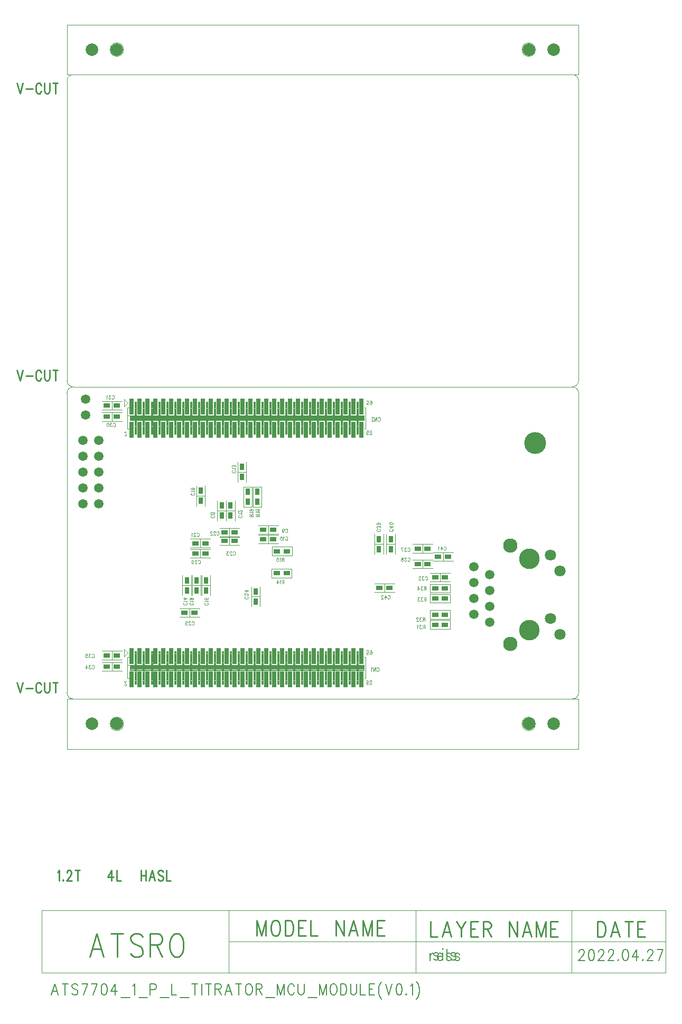
<source format=gbr>
*
*
G04 PADS VX.2.10 Build Number: 19222662 generated Gerber (RS-274-X) file*
G04 PC Version=2.1*
*
%IN "ATS7704_1_P_L_TITRATOR_"*%
*
%MOIN*%
*
%FSLAX35Y35*%
*
*
*
*
G04 PC Standard Apertures*
*
*
G04 Thermal Relief Aperture macro.*
%AMTER*
1,1,$1,0,0*
1,0,$1-$2,0,0*
21,0,$3,$4,0,0,45*
21,0,$3,$4,0,0,135*
%
*
*
G04 Annular Aperture macro.*
%AMANN*
1,1,$1,0,0*
1,0,$2,0,0*
%
*
*
G04 Odd Aperture macro.*
%AMODD*
1,1,$1,0,0*
1,0,$1-0.005,0,0*
%
*
*
G04 PC Custom Aperture Macros*
*
*
*
*
*
*
G04 PC Aperture Table*
*
%ADD010C,0.001*%
%ADD011C,0.01*%
%ADD013C,0.05906*%
%ADD015C,0.03937*%
%ADD017C,0.00787*%
%ADD019C,0.00394*%
%ADD051R,0.03937X0.0315*%
%ADD086C,0.07874*%
%ADD102C,0.07087*%
%ADD118C,0.12992*%
%ADD126C,0.09055*%
%ADD135R,0.0315X0.03937*%
%ADD138C,0.1378*%
%ADD139C,0.00787*%
%ADD143R,0.02913X0.10039*%
*
*
*
*
G04 PC Circuitry*
G04 Layer Name ATS7704_1_P_L_TITRATOR_ - circuitry*
%LPD*%
*
*
G04 PC Custom Flashes*
G04 Layer Name ATS7704_1_P_L_TITRATOR_ - flashes*
%LPD*%
*
*
G04 PC Circuitry*
G04 Layer Name ATS7704_1_P_L_TITRATOR_ - circuitry*
%LPD*%
*
G54D10*
G54D11*
G01X412425Y245834D02*
X408130Y230988D01*
X412425Y245834D02*
X416720Y230988D01*
X409741Y235937D02*
X415109D01*
X425310Y245834D02*
Y230988D01*
X421552Y245834D02*
X429068D01*
X441416Y243713D02*
X440342Y245127D01*
X438731Y245834*
X436584*
X434973Y245127*
X433899Y243713*
Y242299*
X434436Y240885*
X434973Y240178*
X436047Y239471*
X439268Y238058*
X440342Y237351*
X440879Y236644*
X441416Y235230*
Y233109*
X440342Y231695*
X438731Y230988*
X436584*
X434973Y231695*
X433899Y233109*
X446247Y245834D02*
Y230988D01*
Y245834D02*
X451079D01*
X452690Y245127*
X453227Y244420*
X453763Y243006*
Y241592*
X453227Y240178*
X452690Y239471*
X451079Y238765*
X446247*
X450005D02*
X453763Y230988D01*
X461816Y245834D02*
X460743Y245127D01*
X459669Y243713*
X459132Y242299*
X458595Y240178*
Y236644*
X459132Y234523*
X459669Y233109*
X460743Y231695*
X461816Y230988*
X463964*
X465038Y231695*
X466111Y233109*
X466648Y234523*
X467185Y236644*
Y240178*
X466648Y242299*
X466111Y243713*
X465038Y245127*
X463964Y245834*
X461816*
X513563Y254131D02*
Y244453D01*
Y254131D02*
X516426Y244453D01*
X519290Y254131D02*
X516426Y244453D01*
X519290Y254131D02*
Y244453D01*
X524658Y254131D02*
X523942Y253670D01*
X523227Y252749*
X522869Y251827*
X522511Y250444*
Y248140*
X522869Y246757*
X523227Y245835*
X523942Y244914*
X524658Y244453*
X526090*
X526806Y244914*
X527521Y245835*
X527879Y246757*
X528237Y248140*
Y250444*
X527879Y251827*
X527521Y252749*
X526806Y253670*
X526090Y254131*
X524658*
X531458D02*
Y244453D01*
Y254131D02*
X533964D01*
X535038Y253670*
X535753Y252749*
X536111Y251827*
X536469Y250444*
Y248140*
X536111Y246757*
X535753Y245835*
X535038Y244914*
X533964Y244453*
X531458*
X539690Y254131D02*
Y244453D01*
Y254131D02*
X544343D01*
X539690Y249522D02*
X542554D01*
X539690Y244453D02*
X544343D01*
X547564Y254131D02*
Y244453D01*
X551859*
X563312Y254131D02*
Y244453D01*
Y254131D02*
X568323Y244453D01*
Y254131D02*
Y244453D01*
X574408Y254131D02*
X571544Y244453D01*
X574408Y254131D02*
X577271Y244453D01*
X572618Y247679D02*
X576197D01*
X580492Y254131D02*
Y244453D01*
Y254131D02*
X583355Y244453D01*
X586219Y254131D02*
X583355Y244453D01*
X586219Y254131D02*
Y244453D01*
X589440Y254131D02*
Y244453D01*
Y254131D02*
X594093D01*
X589440Y249522D02*
X592303D01*
X589440Y244453D02*
X594093D01*
X623012Y253344D02*
Y243665D01*
X627307*
X633391Y253344D02*
X630528Y243665D01*
X633391Y253344D02*
X636254Y243665D01*
X631602Y246891D02*
X635181D01*
X639476Y253344D02*
X642339Y248735D01*
Y243665*
X645202Y253344D02*
X642339Y248735D01*
X648423Y253344D02*
Y243665D01*
Y253344D02*
X653076D01*
X648423Y248735D02*
X651287D01*
X648423Y243665D02*
X653076D01*
X656297Y253344D02*
Y243665D01*
Y253344D02*
X659519D01*
X660592Y252883*
X660950Y252422*
X661308Y251500*
Y250578*
X660950Y249657*
X660592Y249196*
X659519Y248735*
X656297*
X658803D02*
X661308Y243665D01*
X672761Y253344D02*
Y243665D01*
Y253344D02*
X677772Y243665D01*
Y253344D02*
Y243665D01*
X683856Y253344D02*
X680993Y243665D01*
X683856Y253344D02*
X686720Y243665D01*
X682067Y246891D02*
X685646D01*
X689941Y253344D02*
Y243665D01*
Y253344D02*
X692804Y243665D01*
X695668Y253344D02*
X692804Y243665D01*
X695668Y253344D02*
Y243665D01*
X698889Y253344D02*
Y243665D01*
Y253344D02*
X703542D01*
X698889Y248735D02*
X701752D01*
X698889Y243665D02*
X703542D01*
X728524Y253344D02*
Y243665D01*
Y253344D02*
X731029D01*
X732103Y252883*
X732819Y251961*
X733176Y251039*
X733534Y249657*
Y247352*
X733176Y245970*
X732819Y245048*
X732103Y244126*
X731029Y243665*
X728524*
X739619Y253344D02*
X736756Y243665D01*
X739619Y253344D02*
X742482Y243665D01*
X737829Y246891D02*
X741408D01*
X748209Y253344D02*
Y243665D01*
X745703Y253344D02*
X750714D01*
X753935D02*
Y243665D01*
Y253344D02*
X758588D01*
X753935Y248735D02*
X756798D01*
X753935Y243665D02*
X758588D01*
X387795Y284446D02*
X388250Y284759D01*
X388932Y285696*
Y279134*
X391204Y279759D02*
X390977Y279446D01*
X391204Y279134*
X391432Y279446*
X391204Y279759*
X393704Y284134D02*
Y284446D01*
X393932Y285071*
X394159Y285384*
X394613Y285696*
X395523*
X395977Y285384*
X396204Y285071*
X396432Y284446*
Y283821*
X396204Y283196*
X395750Y282259*
X393477Y279134*
X396659*
X400295Y285696D02*
Y279134D01*
X398704Y285696D02*
X401886D01*
X421886D02*
X419613Y281321D01*
X423023*
X421886Y285696D02*
Y279134D01*
X425068Y285696D02*
Y279134D01*
X427795*
X440295Y285696D02*
Y279134D01*
X443477Y285696D02*
Y279134D01*
X440295Y282571D02*
X443477D01*
X447341Y285696D02*
X445523Y279134D01*
X447341Y285696D02*
X449159Y279134D01*
X446204Y281321D02*
X448477D01*
X454386Y284759D02*
X453932Y285384D01*
X453250Y285696*
X452341*
X451659Y285384*
X451204Y284759*
Y284134*
X451432Y283509*
X451659Y283196*
X452113Y282884*
X453477Y282259*
X453932Y281946*
X454159Y281634*
X454386Y281009*
Y280071*
X453932Y279446*
X453250Y279134*
X452341*
X451659Y279446*
X451204Y280071*
X456432Y285696D02*
Y279134D01*
X459159*
X362205Y601051D02*
X364023Y594488D01*
X365841Y601051D02*
X364023Y594488D01*
X367887Y597301D02*
X371977D01*
X377432Y599488D02*
X377205Y600113D01*
X376750Y600738*
X376296Y601051*
X375387*
X374932Y600738*
X374477Y600113*
X374250Y599488*
X374023Y598551*
Y596988*
X374250Y596051*
X374477Y595426*
X374932Y594801*
X375387Y594488*
X376296*
X376750Y594801*
X377205Y595426*
X377432Y596051*
X379477Y601051D02*
Y596363D01*
X379705Y595426*
X380159Y594801*
X380841Y594488*
X381296*
X381977Y594801*
X382432Y595426*
X382659Y596363*
Y601051*
X386296D02*
Y594488D01*
X384705Y601051D02*
X387887D01*
X362205Y782153D02*
X364023Y775591D01*
X365841Y782153D02*
X364023Y775591D01*
X367887Y778403D02*
X371977D01*
X377432Y780591D02*
X377205Y781216D01*
X376750Y781841*
X376296Y782153*
X375387*
X374932Y781841*
X374477Y781216*
X374250Y780591*
X374023Y779653*
Y778091*
X374250Y777153*
X374477Y776528*
X374932Y775903*
X375387Y775591*
X376296*
X376750Y775903*
X377205Y776528*
X377432Y777153*
X379477Y782153D02*
Y777466D01*
X379705Y776528*
X380159Y775903*
X380841Y775591*
X381296*
X381977Y775903*
X382432Y776528*
X382659Y777466*
Y782153*
X386296D02*
Y775591D01*
X384705Y782153D02*
X387887D01*
X362205Y404200D02*
X364023Y397638D01*
X365841Y404200D02*
X364023Y397638D01*
X367887Y400450D02*
X371977D01*
X377432Y402638D02*
X377205Y403263D01*
X376750Y403888*
X376296Y404200*
X375387*
X374932Y403888*
X374477Y403263*
X374250Y402638*
X374023Y401700*
Y400138*
X374250Y399200*
X374477Y398575*
X374932Y397950*
X375387Y397638*
X376296*
X376750Y397950*
X377205Y398575*
X377432Y399200*
X379477Y404200D02*
Y399513D01*
X379705Y398575*
X380159Y397950*
X380841Y397638*
X381296*
X381977Y397950*
X382432Y398575*
X382659Y399513*
Y404200*
X386296D02*
Y397638D01*
X384705Y404200D02*
X387887D01*
G54D13*
X660433Y441949D03*
X650433Y446949D03*
X660433Y451949D03*
X650433Y456949D03*
X660433Y461949D03*
X650433Y466949D03*
X660433Y471949D03*
X650433Y476949D03*
X403661Y556614D03*
X413661D03*
X403661Y546614D03*
X413661D03*
X403661Y536614D03*
X413661D03*
X403661Y526614D03*
X413661D03*
X403661Y516614D03*
X413661D03*
X405512Y582677D03*
Y572835D03*
G54D15*
X425197Y803150D03*
X685039D03*
X425197Y377953D03*
X685039D03*
G54D17*
X628220Y232781D02*
X627952Y233470D01*
X627147Y233815*
X626341*
X625536Y233470*
X625268Y232781*
X625536Y232093*
X626073Y231748*
X627415Y231404*
X627952Y231059*
X628220Y230370*
Y230026*
X627952Y229337*
X627147Y228992*
X626341*
X625536Y229337*
X625268Y230026*
X630636Y236226D02*
X630905Y235882D01*
X631173Y236226*
X630905Y236571*
X630636Y236226*
X630905Y233815D02*
Y228992D01*
X633589Y236226D02*
Y228992D01*
X638958Y232781D02*
X638689Y233470D01*
X637884Y233815*
X637079*
X636273Y233470*
X636005Y232781*
X636273Y232093*
X636810Y231748*
X638152Y231404*
X638689Y231059*
X638958Y230370*
Y230026*
X638689Y229337*
X637884Y228992*
X637079*
X636273Y229337*
X636005Y230026*
X716875Y234110D02*
Y234455D01*
X717143Y235144*
X717412Y235488*
X717948Y235833*
X719022*
X719559Y235488*
X719827Y235144*
X720096Y234455*
Y233766*
X719827Y233077*
X719291Y232043*
X716606Y228598*
X720364*
X724391Y235833D02*
X723586Y235488D01*
X723049Y234455*
X722780Y232732*
Y231699*
X723049Y229976*
X723586Y228943*
X724391Y228598*
X724928*
X725733Y228943*
X726270Y229976*
X726538Y231699*
Y232732*
X726270Y234455*
X725733Y235488*
X724928Y235833*
X724391*
X729223Y234110D02*
Y234455D01*
X729491Y235144*
X729759Y235488*
X730296Y235833*
X731370*
X731907Y235488*
X732175Y235144*
X732444Y234455*
Y233766*
X732175Y233077*
X731639Y232043*
X728954Y228598*
X732712*
X735397Y234110D02*
Y234455D01*
X735665Y235144*
X735933Y235488*
X736470Y235833*
X737544*
X738081Y235488*
X738349Y235144*
X738618Y234455*
Y233766*
X738349Y233077*
X737812Y232043*
X735128Y228598*
X738886*
X741571Y229287D02*
X741302Y228943D01*
X741571Y228598*
X741839Y228943*
X741571Y229287*
X745865Y235833D02*
X745060Y235488D01*
X744523Y234455*
X744255Y232732*
Y231699*
X744523Y229976*
X745060Y228943*
X745865Y228598*
X746402*
X747208Y228943*
X747744Y229976*
X748013Y231699*
Y232732*
X747744Y234455*
X747208Y235488*
X746402Y235833*
X745865*
X753113D02*
X750429Y231010D01*
X754455*
X753113Y235833D02*
Y228598D01*
X757140Y229287D02*
X756871Y228943D01*
X757140Y228598*
X757408Y228943*
X757140Y229287*
X760092Y234110D02*
Y234455D01*
X760361Y235144*
X760629Y235488*
X761166Y235833*
X762240*
X762777Y235488*
X763045Y235144*
X763314Y234455*
Y233766*
X763045Y233077*
X762508Y232043*
X759824Y228598*
X763582*
X769756Y235833D02*
X767072Y228598D01*
X765998Y235833D02*
X769756D01*
X622906Y233421D02*
Y228598D01*
Y231354D02*
X623174Y232388D01*
X623711Y233077*
X624248Y233421*
X625053*
X627469Y231354D02*
X630690D01*
Y232043*
X630422Y232732*
X630153Y233077*
X629616Y233421*
X628811*
X628274Y233077*
X627737Y232388*
X627469Y231354*
Y230665*
X627737Y229632*
X628274Y228943*
X628811Y228598*
X629616*
X630153Y228943*
X630690Y229632*
X636059Y232388D02*
X635790Y233077D01*
X634985Y233421*
X634180*
X633374Y233077*
X633106Y232388*
X633374Y231699*
X633911Y231354*
X635253Y231010*
X635790Y230665*
X636059Y229976*
Y229632*
X635790Y228943*
X634985Y228598*
X634180*
X633374Y228943*
X633106Y229632*
X641427Y232388D02*
X641159Y233077D01*
X640354Y233421*
X639548*
X638743Y233077*
X638475Y232388*
X638743Y231699*
X639280Y231354*
X640622Y231010*
X641159Y230665*
X641427Y229976*
Y229632*
X641159Y228943*
X640354Y228598*
X639548*
X638743Y228943*
X638475Y229632*
G54D19*
X507087Y411811D02*
Y413386D01*
X508661*
X505512D02*
X507087D01*
Y414961*
X432677Y406693D02*
X431890D01*
Y420079*
X432677*
X581496Y406693D02*
X582283D01*
Y420079*
X581496*
X432283Y422835D02*
X429921Y420472D01*
Y425197*
X432283Y422835*
Y414961D02*
X437008D01*
Y422835*
X494173Y518779D02*
Y506181D01*
Y512480D02*
X499685D01*
Y518779D02*
Y506181D01*
X501378Y543110D02*
Y530512D01*
Y536811D02*
X506890D01*
Y543110D02*
Y530512D01*
X472047Y459055D02*
Y471653D01*
Y465354D02*
X466535D01*
Y459055D02*
Y471653D01*
X527067Y497146D02*
X514469D01*
X520768D02*
Y491634D01*
X527067D02*
X514469D01*
X484252Y459055D02*
Y471653D01*
Y465354D02*
X478740D01*
Y459055D02*
Y471653D01*
X480906Y515551D02*
Y528149D01*
Y521850D02*
X475394D01*
Y515551D02*
Y528149D01*
X478150Y459055D02*
Y471653D01*
Y465354D02*
X472638D01*
Y459055D02*
Y471653D01*
X471575Y482657D02*
X484173D01*
X477874D02*
Y488169D01*
X471575D02*
X484173D01*
X471575Y489153D02*
X484173D01*
X477874D02*
Y494665D01*
X471575D02*
X484173D01*
X489981Y495866D02*
X502579D01*
X496280D02*
Y501378D01*
X489981D02*
X502579D01*
X489981Y490669D02*
X502579D01*
X496280D02*
Y496181D01*
X489981D02*
X502579D01*
X515551Y451969D02*
Y464567D01*
Y458268D02*
X510039D01*
Y451969D02*
Y464567D01*
X477362Y450886D02*
X464764D01*
X471063D02*
Y445374D01*
X477362D02*
X464764D01*
X415748Y568898D02*
X428346D01*
X422047D02*
Y574410D01*
X415748D02*
X428346D01*
X415748Y575984D02*
X428346D01*
X422047D02*
Y581496D01*
X415748D02*
X428346D01*
X635433Y473228D02*
X622835D01*
X629134D02*
Y467716D01*
X635433D02*
X622835D01*
X415748Y411417D02*
X428346D01*
X422047D02*
Y416929D01*
X415748D02*
X428346D01*
X415748Y418504D02*
X428346D01*
X422047D02*
Y424016D01*
X415748D02*
X428346D01*
X624409Y491339D02*
X611811D01*
X618110D02*
Y485827D01*
X624409D02*
X611811D01*
X624409Y481496D02*
X611811D01*
X618110D02*
Y475984D01*
X624409D02*
X611811D01*
X587795Y497638D02*
Y485040D01*
Y491339D02*
X593307D01*
Y497638D02*
Y485040D01*
X600787D02*
Y497638D01*
Y491339D02*
X595275D01*
Y485040D02*
Y497638D01*
X637401Y486221D02*
X624803D01*
X631102D02*
Y480709D01*
X637401D02*
X624803D01*
X600393Y466536D02*
X587795D01*
X594094D02*
Y461024D01*
X600393D02*
X587795D01*
X488543Y518779D02*
Y506181D01*
Y512480D02*
X494055D01*
Y518779D02*
Y506181D01*
X527067Y503150D02*
X514469D01*
X520768D02*
Y497638D01*
X527067D02*
X514469D01*
X507087Y569291D02*
Y570866D01*
X508661*
X505512D02*
X507087D01*
Y572441*
X432677Y564173D02*
X431890D01*
Y577559*
X432677*
X581496Y564173D02*
X582283D01*
Y577559*
X581496*
X432283Y580315D02*
X429921Y577953D01*
Y582677*
X432283Y580315*
Y572441D02*
X437008D01*
Y580315*
X522953Y470197D02*
X535551D01*
Y475709*
X522953*
Y470197*
X535708Y489685D02*
X523110D01*
Y484173*
X535708*
Y489685*
X511063Y527441D02*
Y514843D01*
X516575*
Y527441*
X511063*
X505000D02*
Y514843D01*
X510512*
Y527441*
X505000*
X622835Y437795D02*
X635433D01*
Y443307*
X622835*
Y437795*
Y444094D02*
X635433D01*
Y449606*
X622835*
Y444094*
Y454331D02*
X635433D01*
Y459843*
X622835*
Y454331*
Y460630D02*
X635433D01*
Y466142*
X622835*
Y460630*
X429455Y803150D02*
G75*
G03X429455I-4258J0D01*
G01X689298D02*
G03X689298I-4259J0D01*
G01X429455Y377953D02*
G03X429455I-4258J0D01*
G01X689298D02*
G03X689298I-4259J0D01*
G01X589209Y412992D02*
X589298Y413238D01*
X589477Y413484*
X589656Y413607*
X590014*
X590193Y413484*
X590372Y413238*
X590462Y412992*
X590551Y412623*
Y412008*
X590462Y411639*
X590372Y411393*
X590193Y411147*
X590014Y411024*
X589656*
X589477Y411147*
X589298Y411393*
X589209Y411639*
X588404Y413607D02*
Y411024D01*
Y413607D02*
X587151Y411024D01*
Y413607D02*
Y411024D01*
X586346Y413115D02*
X586167Y413238D01*
X585898Y413607*
Y411024*
X503543Y509413D02*
X503765Y509324D01*
X503986Y509145*
X504097Y508966*
Y508608*
X503986Y508429*
X503765Y508250*
X503543Y508160*
X503211Y508071*
X502657*
X502325Y508160*
X502104Y508250*
X501882Y508429*
X501772Y508608*
Y508966*
X501882Y509145*
X502104Y509324*
X502325Y509413*
X503654Y510218D02*
X503765Y510397D01*
X504097Y510666*
X501772*
X503543Y511560D02*
X503654D01*
X503875Y511650*
X503986Y511739*
X504097Y511918*
Y512276*
X503986Y512455*
X503875Y512545*
X503654Y512634*
X503433*
X503211Y512545*
X502879Y512366*
X501772Y511471*
Y512724*
X499606Y537759D02*
X499828Y537670D01*
X500049Y537491*
X500160Y537312*
Y536954*
X500049Y536775*
X499828Y536596*
X499606Y536507*
X499274Y536417*
X498720*
X498388Y536507*
X498167Y536596*
X497945Y536775*
X497835Y536954*
Y537312*
X497945Y537491*
X498167Y537670*
X498388Y537759*
X499717Y538565D02*
X499828Y538744D01*
X500160Y539012*
X497835*
X500160Y539996D02*
Y540981D01*
X499274Y540444*
Y540712*
X499163Y540891*
X499053Y540981*
X498720Y541070*
X498499*
X498167Y540981*
X497945Y540802*
X497835Y540533*
Y540265*
X497945Y539996*
X498056Y539907*
X498278Y539817*
X468898Y454295D02*
X469119Y454205D01*
X469341Y454026*
X469451Y453848*
Y453490*
X469341Y453311*
X469119Y453132*
X468898Y453042*
X468565Y452953*
X468012*
X467680Y453042*
X467458Y453132*
X467237Y453311*
X467126Y453490*
Y453848*
X467237Y454026*
X467458Y454205*
X467680Y454295*
X469008Y455100D02*
X469119Y455279D01*
X469451Y455548*
X467126*
X469451Y457248D02*
X467901Y456353D01*
Y457695*
X469451Y457248D02*
X467126D01*
X531532Y495669D02*
X531621Y495891D01*
X531800Y496112*
X531979Y496223*
X532337*
X532516Y496112*
X532695Y495891*
X532785Y495669*
X532874Y495337*
Y494783*
X532785Y494451*
X532695Y494230*
X532516Y494008*
X532337Y493898*
X531979*
X531800Y494008*
X531621Y494230*
X531532Y494451*
X530727Y495780D02*
X530548Y495891D01*
X530279Y496223*
Y493898*
X528311Y496223D02*
X529205D01*
X529295Y495226*
X529205Y495337*
X528937Y495448*
X528669*
X528400Y495337*
X528221Y495116*
X528132Y494783*
X528221Y494562*
X528311Y494230*
X528490Y494008*
X528758Y493898*
X529026*
X529295Y494008*
X529384Y494119*
X529474Y494341*
X482283Y454295D02*
X482505Y454205D01*
X482726Y454026*
X482837Y453848*
Y453490*
X482726Y453311*
X482505Y453132*
X482283Y453042*
X481951Y452953*
X481398*
X481065Y453042*
X480844Y453132*
X480623Y453311*
X480512Y453490*
Y453848*
X480623Y454026*
X480844Y454205*
X481065Y454295*
X482394Y455100D02*
X482505Y455279D01*
X482837Y455548*
X480512*
X482505Y457427D02*
X482726Y457337D01*
X482837Y457069*
Y456890*
X482726Y456621*
X482394Y456442*
X481841Y456353*
X481287*
X480844Y456442*
X480623Y456621*
X480512Y456890*
Y456979*
X480623Y457248*
X480844Y457427*
X481176Y457516*
X481287*
X481619Y457427*
X481841Y457248*
X481951Y456979*
Y456890*
X481841Y456621*
X481619Y456442*
X481287Y456353*
X473622Y523586D02*
X473844Y523497D01*
X474065Y523318*
X474176Y523139*
Y522781*
X474065Y522602*
X473844Y522423*
X473622Y522334*
X473290Y522244*
X472736*
X472404Y522334*
X472183Y522423*
X471961Y522602*
X471850Y522781*
Y523139*
X471961Y523318*
X472183Y523497*
X472404Y523586*
X473733Y524392D02*
X473844Y524571D01*
X474176Y524839*
X471850*
X474176Y526092D02*
X474065Y525823D01*
X473844Y525734*
X473622*
X473401Y525823*
X473290Y526002*
X473179Y526360*
X473068Y526628*
X472847Y526807*
X472625Y526897*
X472293*
X472072Y526807*
X471961Y526718*
X471850Y526450*
Y526092*
X471961Y525823*
X472072Y525734*
X472293Y525644*
X472625*
X472847Y525734*
X473068Y525913*
X473179Y526181*
X473290Y526539*
X473401Y526718*
X473622Y526807*
X473844*
X474065Y526718*
X474176Y526450*
Y526092*
X472835Y454295D02*
X473056Y454205D01*
X473278Y454026*
X473388Y453848*
Y453490*
X473278Y453311*
X473056Y453132*
X472835Y453042*
X472502Y452953*
X471949*
X471617Y453042*
X471395Y453132*
X471174Y453311*
X471063Y453490*
Y453848*
X471174Y454026*
X471395Y454205*
X471617Y454295*
X472945Y455100D02*
X473056Y455279D01*
X473388Y455548*
X471063*
X472613Y457516D02*
X472281Y457427D01*
X472060Y457248*
X471949Y456979*
Y456890*
X472060Y456621*
X472281Y456442*
X472613Y456353*
X472724*
X473056Y456442*
X473278Y456621*
X473388Y456890*
Y456979*
X473278Y457248*
X473056Y457427*
X472613Y457516*
X472060*
X471506Y457427*
X471174Y457248*
X471063Y456979*
Y456800*
X471174Y456532*
X471395Y456442*
X476414Y480709D02*
X476503Y480930D01*
X476682Y481152*
X476861Y481262*
X477219*
X477398Y481152*
X477577Y480930*
X477666Y480709*
X477756Y480376*
Y479823*
X477666Y479491*
X477577Y479269*
X477398Y479048*
X477219Y478937*
X476861*
X476682Y479048*
X476503Y479269*
X476414Y479491*
X475519Y480709D02*
Y480819D01*
X475429Y481041*
X475340Y481152*
X475161Y481262*
X474803*
X474624Y481152*
X474535Y481041*
X474445Y480819*
Y480598*
X474535Y480376*
X474714Y480044*
X475608Y478937*
X474356*
X473014Y481262D02*
X473282Y481152D01*
X473461Y480819*
X473550Y480266*
Y479934*
X473461Y479380*
X473282Y479048*
X473014Y478937*
X472835*
X472566Y479048*
X472387Y479380*
X472298Y479934*
Y480266*
X472387Y480819*
X472566Y481152*
X472835Y481262*
X473014*
X475626Y498031D02*
X475716Y498253D01*
X475895Y498474*
X476074Y498585*
X476432*
X476611Y498474*
X476790Y498253*
X476879Y498031*
X476969Y497699*
Y497146*
X476879Y496813*
X476790Y496592*
X476611Y496371*
X476432Y496260*
X476074*
X475895Y496371*
X475716Y496592*
X475626Y496813*
X474732Y498031D02*
Y498142D01*
X474642Y498364*
X474553Y498474*
X474374Y498585*
X474016*
X473837Y498474*
X473747Y498364*
X473658Y498142*
Y497921*
X473747Y497699*
X473926Y497367*
X474821Y496260*
X473568*
X472763Y498142D02*
X472584Y498253D01*
X472316Y498585*
Y496260*
X488225Y498819D02*
X488314Y499040D01*
X488493Y499262*
X488672Y499373*
X489030*
X489209Y499262*
X489388Y499040*
X489477Y498819*
X489567Y498487*
Y497933*
X489477Y497601*
X489388Y497379*
X489209Y497158*
X489030Y497047*
X488672*
X488493Y497158*
X488314Y497379*
X488225Y497601*
X487330Y498819D02*
Y498930D01*
X487241Y499151*
X487151Y499262*
X486972Y499373*
X486614*
X486435Y499262*
X486346Y499151*
X486256Y498930*
Y498708*
X486346Y498487*
X486525Y498155*
X487419Y497047*
X486167*
X485272Y498819D02*
Y498930D01*
X485183Y499151*
X485093Y499262*
X484914Y499373*
X484556*
X484377Y499262*
X484288Y499151*
X484198Y498930*
Y498708*
X484288Y498487*
X484467Y498155*
X485361Y497047*
X484109*
X498461Y486220D02*
X498550Y486442D01*
X498729Y486663*
X498908Y486774*
X499266*
X499445Y486663*
X499624Y486442*
X499714Y486220*
X499803Y485888*
Y485335*
X499714Y485002*
X499624Y484781*
X499445Y484560*
X499266Y484449*
X498908*
X498729Y484560*
X498550Y484781*
X498461Y485002*
X497566Y486220D02*
Y486331D01*
X497477Y486553*
X497387Y486663*
X497208Y486774*
X496850*
X496671Y486663*
X496582Y486553*
X496492Y486331*
Y486110*
X496582Y485888*
X496761Y485556*
X497656Y484449*
X496403*
X495419Y486774D02*
X494434D01*
X494434D02*
X494971Y485888D01*
X494703*
X494524Y485778*
X494434Y485667*
X494434D02*
X494345Y485335D01*
Y485113*
X494434Y484781*
X494434D02*
X494613Y484560D01*
X494882Y484449*
X495150*
X495419Y484560*
X495508Y484670*
X495598Y484892*
X507480Y458232D02*
X507702Y458142D01*
X507923Y457963*
X508034Y457785*
Y457427*
X507923Y457248*
X507702Y457069*
X507480Y456979*
X507148Y456890*
X506594*
X506262Y456979*
X506041Y457069*
X505819Y457248*
X505709Y457427*
Y457785*
X505819Y457963*
X506041Y458142*
X506262Y458232*
X507480Y459127D02*
X507591D01*
X507813Y459216*
X507813D02*
X507923Y459306D01*
X508034Y459485*
Y459843*
X507923Y460021*
X507813Y460111*
X507813D02*
X507591Y460200D01*
X507370*
X507148Y460111*
X506816Y459932*
X505709Y459037*
Y460290*
X508034Y461990D02*
X506484Y461095D01*
Y462437*
X508034Y461990D02*
X505709D01*
X472477Y442126D02*
X472566Y442347D01*
X472745Y442569*
X472924Y442680*
X473282*
X473461Y442569*
X473640Y442347*
X473729Y442126*
X473819Y441794*
Y441240*
X473729Y440908*
X473640Y440687*
X473461Y440465*
X473282Y440354*
X472924*
X472745Y440465*
X472566Y440687*
X472477Y440908*
X471582Y442126D02*
Y442237D01*
X471492Y442458*
X471403Y442569*
X471224Y442680*
X470866*
X470687Y442569*
X470598Y442458*
X470508Y442237*
Y442015*
X470598Y441794*
X470777Y441462*
X471671Y440354*
X470419*
X468450Y442680D02*
X469345D01*
X469435Y441683*
X469435D02*
X469345Y441794D01*
X469077Y441905*
X468808*
X468540Y441794*
X468361Y441572*
X468271Y441240*
X468361Y441019*
X468450Y440687*
X468629Y440465*
X468898Y440354*
X469166*
X469435Y440465*
X469435D02*
X469524Y440576D01*
X469613Y440797*
X422870Y567323D02*
X422960Y567544D01*
X423139Y567766*
X423318Y567876*
X423676*
X423855Y567766*
X424034Y567544*
X424123Y567323*
X424213Y566991*
Y566437*
X424123Y566105*
X424034Y565883*
X423855Y565662*
X423676Y565551*
X423318*
X423139Y565662*
X422960Y565883*
X422870Y566105*
X421886Y567876D02*
X420902D01*
X421439Y566991*
X421170*
X420991Y566880*
X420902Y566769*
X420812Y566437*
Y566216*
X420902Y565883*
X421081Y565662*
X421349Y565551*
X421618*
X421886Y565662*
X421976Y565773*
X422065Y565994*
X419470Y567876D02*
X419739Y567766D01*
X419918Y567434*
X420007Y566880*
Y566548*
X419918Y565994*
X419739Y565662*
X419470Y565551*
X419291*
X419023Y565662*
X418844Y565994*
X418754Y566548*
Y566880*
X418844Y567434*
X419023Y567766*
X419291Y567876*
X419470*
X422083Y584646D02*
X422173Y584867D01*
X422351Y585089*
X422530Y585199*
X422888*
X423067Y585089*
X423246Y584867*
X423336Y584646*
X423425Y584313*
Y583760*
X423336Y583428*
X423246Y583206*
X423067Y582985*
X422888Y582874*
X422530*
X422351Y582985*
X422173Y583206*
X422083Y583428*
X421099Y585199D02*
X420115D01*
X420651Y584313*
X420383*
X420204Y584203*
X420115Y584092*
X420025Y583760*
Y583538*
X420115Y583206*
X420293Y582985*
X420562Y582874*
X420830*
X421099Y582985*
X421188Y583095*
X421278Y583317*
X419220Y584756D02*
X419041Y584867D01*
X418772Y585199*
Y582874*
X619721Y470472D02*
X619810Y470694D01*
X619989Y470915*
X620168Y471026*
X620526*
X620705Y470915*
X620884Y470694*
X620974Y470472*
X621063Y470140*
Y469587*
X620974Y469254*
X620884Y469033*
X620705Y468812*
X620526Y468701*
X620168*
X619989Y468812*
X619810Y469033*
X619721Y469254*
X618737Y471026D02*
X617752D01*
X618289Y470140*
X618021*
X617842Y470030*
X617752Y469919*
X617663Y469587*
Y469365*
X617752Y469033*
X617931Y468812*
X618200Y468701*
X618468*
X618737Y468812*
X618826Y468922*
X618916Y469144*
X616768Y470472D02*
Y470583D01*
X616679Y470805*
X616589Y470915*
X616410Y471026*
X616052*
X615873Y470915*
X615784Y470805*
X615694Y470583*
Y470362*
X615784Y470140*
X615963Y469808*
X616858Y468701*
X615605*
X409485Y414567D02*
X409574Y414788D01*
X409753Y415010*
X409932Y415121*
X410290*
X410469Y415010*
X410648Y414788*
X410737Y414567*
X410827Y414235*
Y413681*
X410737Y413349*
X410648Y413127*
X410469Y412906*
X410290Y412795*
X409932*
X409753Y412906*
X409574Y413127*
X409485Y413349*
X408500Y415121D02*
X407516D01*
X408053Y414235*
X407785*
X407606Y414124*
X407516Y414013*
X407427Y413681*
Y413460*
X407516Y413127*
X407695Y412906*
X407963Y412795*
X408232*
X408500Y412906*
X408590Y413017*
X408679Y413238*
X405727Y415121D02*
X406621Y413570D01*
X405279*
X405727Y415121D02*
Y412795D01*
X409485Y421654D02*
X409574Y421875D01*
X409753Y422096*
X409932Y422207*
X410290*
X410469Y422096*
X410648Y421875*
X410737Y421654*
X410827Y421321*
Y420768*
X410737Y420436*
X410648Y420214*
X410469Y419993*
X410290Y419882*
X409932*
X409753Y419993*
X409574Y420214*
X409485Y420436*
X408500Y422207D02*
X407516D01*
X408053Y421321*
X407785*
X407606Y421211*
X407516Y421100*
X407427Y420768*
Y420546*
X407516Y420214*
X407695Y419993*
X407963Y419882*
X408232*
X408500Y419993*
X408590Y420103*
X408679Y420325*
X405458Y422207D02*
X406353D01*
X406442Y421211*
X406353Y421321*
X406084Y421432*
X405816*
X405548Y421321*
X405369Y421100*
X405279Y420768*
X405369Y420546*
X405458Y420214*
X405637Y419993*
X405906Y419882*
X406174*
X406442Y419993*
X406532Y420103*
X406621Y420325*
X608697Y488583D02*
X608787Y488804D01*
X608966Y489026*
X609145Y489136*
X609503*
X609681Y489026*
X609860Y488804*
X609950Y488583*
X610039Y488250*
Y487697*
X609950Y487365*
X609860Y487143*
X609681Y486922*
X609503Y486811*
X609145*
X608966Y486922*
X608787Y487143*
X608697Y487365*
X607713Y489136D02*
X606729D01*
X607266Y488250*
X606997*
X606818Y488140*
X606729Y488029*
X606639Y487697*
Y487475*
X606729Y487143*
X606908Y486922*
X607176Y486811*
X607445*
X607713Y486922*
X607802Y487032*
X607892Y487254*
X604581Y489136D02*
X605476Y486811D01*
X605834Y489136D02*
X604581D01*
X608697Y482283D02*
X608787Y482505D01*
X608966Y482726*
X609145Y482837*
X609503*
X609681Y482726*
X609860Y482505*
X609950Y482283*
X610039Y481951*
Y481398*
X609950Y481065*
X609860Y480844*
X609681Y480623*
X609503Y480512*
X609145*
X608966Y480623*
X608787Y480844*
X608697Y481065*
X607713Y482837D02*
X606729D01*
X607266Y481951*
X606997*
X606818Y481841*
X606729Y481730*
X606639Y481398*
Y481176*
X606729Y480844*
X606908Y480623*
X607176Y480512*
X607445*
X607713Y480623*
X607802Y480733*
X607892Y480955*
X605387Y482837D02*
X605655Y482726D01*
X605744Y482505*
Y482283*
X605655Y482062*
X605476Y481951*
X605118Y481841*
X604850Y481730*
X604671Y481508*
X604581Y481287*
Y480955*
X604671Y480733*
X604760Y480623*
X605029Y480512*
X605387*
X605655Y480623*
X605744Y480733*
X605834Y480955*
Y481287*
X605744Y481508*
X605565Y481730*
X605565D02*
X605297Y481841D01*
X604939Y481951*
X604760Y482062*
X604671Y482283*
Y482505*
X604760Y482726*
X605029Y482837*
X605387*
X590945Y500752D02*
X591166Y500662D01*
X591388Y500483*
X591499Y500304*
Y499946*
X591388Y499767*
X591166Y499588*
X590945Y499499*
X590613Y499409*
X590059*
X589727Y499499*
X589505Y499588*
X589284Y499767*
X589173Y499946*
Y500304*
X589284Y500483*
X589505Y500662*
X589727Y500752*
X591499Y501736D02*
Y502720D01*
X590613Y502183*
Y502452*
X590502Y502631*
X590391Y502720*
X590059Y502810*
X589838*
X589505Y502720*
X589284Y502541*
X589173Y502273*
Y502004*
X589284Y501736*
X589395Y501646*
X589616Y501557*
X590723Y504778D02*
X590391Y504689D01*
X590170Y504510*
X590059Y504241*
Y504152*
X590170Y503883*
X590391Y503704*
X590723Y503615*
X590834*
X591166Y503704*
X591388Y503883*
X591499Y504152*
Y504241*
X591388Y504510*
X591166Y504689*
X590723Y504778*
X590170*
X589616Y504689*
X589284Y504510*
X589173Y504241*
Y504062*
X589284Y503794*
X589505Y503704*
X598819Y500752D02*
X599040Y500662D01*
X599262Y500483*
X599373Y500304*
Y499946*
X599262Y499767*
X599040Y499588*
X598819Y499499*
X598487Y499409*
X597933*
X597601Y499499*
X597379Y499588*
X597158Y499767*
X597047Y499946*
Y500304*
X597158Y500483*
X597379Y500662*
X597601Y500752*
X599373Y502452D02*
X597822Y501557D01*
Y502899*
X599373Y502452D02*
X597047D01*
X599373Y504241D02*
X599262Y503973D01*
X598930Y503794*
X598376Y503704*
X598044*
X597490Y503794*
X597158Y503973*
X597047Y504241*
Y504420*
X597158Y504689*
X597490Y504868*
X598044Y504957*
X598376*
X598930Y504868*
X599262Y504689*
X599373Y504420*
Y504241*
X631532Y489370D02*
X631621Y489592D01*
X631800Y489813*
X631979Y489924*
X632337*
X632516Y489813*
X632695Y489592*
X632785Y489370*
X632874Y489038*
Y488484*
X632785Y488152*
X632695Y487931*
X632516Y487709*
X632337Y487598*
X631979*
X631800Y487709*
X631621Y487931*
X631532Y488152*
X629832Y489924D02*
X630727Y488374D01*
X629384*
X629832Y489924D02*
Y487598D01*
X628579Y489481D02*
X628400Y489592D01*
X628132Y489924*
Y487598*
X596099Y458661D02*
X596188Y458883D01*
X596367Y459104*
X596546Y459215*
X596904*
X597083Y459104*
X597262Y458883*
X597351Y458661*
X597441Y458329*
Y457776*
X597351Y457443*
X597262Y457222*
X597083Y457000*
X596904Y456890*
X596546*
X596367Y457000*
X596188Y457222*
X596099Y457443*
X594399Y459215D02*
X595293Y457665D01*
X593951*
X594399Y459215D02*
Y456890D01*
X593057Y458661D02*
Y458772D01*
X592967Y458994*
X592878Y459104*
X592699Y459215*
X592341*
X592162Y459104*
X592072Y458994*
X591983Y458772*
Y458551*
X592072Y458329*
X592251Y457997*
X593146Y456890*
X591893*
X486220Y509413D02*
X486442Y509324D01*
X486663Y509145*
X486774Y508966*
Y508608*
X486663Y508429*
X486442Y508250*
X486220Y508160*
X485888Y508071*
X485335*
X485002Y508160*
X484781Y508250*
X484560Y508429*
X484449Y508608*
Y508966*
X484560Y509145*
X484781Y509324*
X485002Y509413*
X486774Y510666D02*
X486663Y510397D01*
X486442Y510308*
X486220*
X485999Y510397*
X485888Y510576*
X485778Y510934*
X485667Y511203*
X485445Y511382*
X485224Y511471*
X484892*
X484670Y511382*
X484560Y511292*
X484449Y511024*
Y510666*
X484560Y510397*
X484670Y510308*
X484892Y510218*
X485224*
X485445Y510308*
X485667Y510487*
X485778Y510755*
X485888Y511113*
X485999Y511292*
X486220Y511382*
X486442*
X486663Y511292*
X486774Y511024*
Y510666*
X531532Y500394D02*
X531621Y500615D01*
X531800Y500837*
X531979Y500947*
X532337*
X532516Y500837*
X532695Y500615*
X532785Y500394*
X532874Y500062*
Y499508*
X532785Y499176*
X532695Y498954*
X532516Y498733*
X532337Y498622*
X531979*
X531800Y498733*
X531621Y498954*
X531532Y499176*
X529563Y500172D02*
X529653Y499840D01*
X529832Y499619*
X530100Y499508*
X530190*
X530458Y499619*
X530637Y499840*
X530727Y500172*
Y500283*
X530637Y500615*
X530458Y500837*
X530190Y500947*
X530100*
X529832Y500837*
X529653Y500615*
X529563Y500172*
Y499619*
X529653Y499065*
X529832Y498733*
X530100Y498622*
X530279*
X530548Y498733*
X530637Y498954*
X589996Y570866D02*
X590086Y571112D01*
X590265Y571358*
X590444Y571481*
X590802*
X590981Y571358*
X591160Y571112*
X591249Y570866*
X591339Y570497*
Y569882*
X591249Y569513*
X591160Y569267*
X590981Y569021*
X590802Y568898*
X590444*
X590265Y569021*
X590086Y569267*
X589996Y569513*
X589191Y571481D02*
Y568898D01*
Y571481D02*
X587938Y568898D01*
Y571481D02*
Y568898D01*
X587044Y570866D02*
Y570989D01*
X586954Y571235*
X586865Y571358*
X586686Y571481*
X586328*
X586149Y571358*
X586059Y571235*
X585970Y570989*
Y570743*
X586059Y570497*
X586238Y570128*
X587133Y568898*
X585880*
X530512Y468664D02*
Y466339D01*
Y468664D02*
X529707D01*
X529438Y468553*
X529349Y468442*
X529259Y468221*
Y468000*
X529349Y467778*
X529438Y467667*
X529707Y467557*
X530512*
X529885D02*
X529259Y466339D01*
X528454Y468221D02*
X528275Y468332D01*
X528006Y468664*
Y466339*
X526306Y468664D02*
X527201Y467114D01*
X525859*
X526306Y468664D02*
Y466339D01*
X530512Y482837D02*
Y480512D01*
Y482837D02*
X529707D01*
X529438Y482726*
X529349Y482616*
X529259Y482394*
Y482173*
X529349Y481951*
X529438Y481841*
X529707Y481730*
X530512*
X529885D02*
X529259Y480512D01*
X528454Y482394D02*
X528275Y482505D01*
X528006Y482837*
Y480512*
X526038Y482837D02*
X526933D01*
X527022Y481841*
X526933Y481951*
X526664Y482062*
X526396*
X526127Y481951*
X525948Y481730*
X525859Y481398*
X525948Y481176*
X526038Y480844*
X526217Y480623*
X526485Y480512*
X526754*
X527022Y480623*
X527112Y480733*
X527201Y480955*
X515121Y508858D02*
X512795D01*
X515121D02*
Y509664D01*
X515010Y509932*
X514899Y510021*
X514678Y510111*
X514456*
X514235Y510021*
X514124Y509932*
X514013Y509664*
Y508858*
Y509485D02*
X512795Y510111D01*
X514678Y510916D02*
X514788Y511095D01*
X515121Y511364*
X512795*
X515121Y512616D02*
X515010Y512348D01*
X514788Y512258*
X514567*
X514345Y512348*
X514235Y512527*
X514124Y512885*
X514013Y513153*
X513792Y513332*
X513570Y513422*
X513238*
X513017Y513332*
X512906Y513243*
X512795Y512974*
Y512616*
X512906Y512348*
X513017Y512258*
X513238Y512169*
X513570*
X513792Y512258*
X514013Y512437*
X514124Y512706*
X514235Y513064*
X514345Y513243*
X514567Y513332*
X514788*
X515010Y513243*
X515121Y512974*
Y512616*
X511184Y508858D02*
X508858D01*
X511184D02*
Y509664D01*
X511073Y509932*
X510962Y510021*
X510741Y510111*
X510519*
X510298Y510021*
X510187Y509932*
X510076Y509664*
Y508858*
Y509485D02*
X508858Y510111D01*
X510741Y510916D02*
X510851Y511095D01*
X511184Y511364*
X508858*
X510408Y513332D02*
X510076Y513243D01*
X509855Y513064*
X509744Y512795*
Y512706*
X509855Y512437*
X510076Y512258*
X510408Y512169*
X510519*
X510851Y512258*
X511073Y512437*
X511184Y512706*
Y512795*
X511073Y513064*
X510851Y513243*
X510408Y513332*
X509855*
X509301Y513243*
X508969Y513064*
X508858Y512795*
Y512616*
X508969Y512348*
X509190Y512258*
X619488Y440317D02*
Y437992D01*
Y440317D02*
X618683D01*
X618414Y440207*
X618325Y440096*
X618236Y439875*
Y439653*
X618325Y439432*
X618414Y439321*
X618683Y439210*
X619488*
X618862D02*
X618236Y437992D01*
X617251Y440317D02*
X616267D01*
X616804Y439432*
X616535*
X616356Y439321*
X616267Y439210*
X616178Y438878*
Y438656*
X616178D02*
X616267Y438324D01*
X616446Y438103*
X616714Y437992*
X616983*
X617251Y438103*
X617341Y438214*
X617430Y438435*
X615372Y439875D02*
X615193Y439985D01*
X614925Y440317*
Y437992*
X619488Y445042D02*
Y442717D01*
Y445042D02*
X618683D01*
X618414Y444931*
X618325Y444820*
X618236Y444599*
Y444377*
X618325Y444156*
X618414Y444045*
X618683Y443935*
X619488*
X618862D02*
X618236Y442717D01*
X617251Y445042D02*
X616267D01*
X616804Y444156*
X616535*
X616356Y444045*
X616267Y443935*
X616178Y443602*
Y443381*
X616267Y443049*
X616446Y442827*
X616714Y442717*
X616983*
X617251Y442827*
X617341Y442938*
X617430Y443159*
X615283Y444488D02*
Y444599D01*
X615193Y444820*
X615104Y444931*
X614925Y445042*
X614567*
X614388Y444931*
X614298Y444820*
X614209Y444599*
Y444377*
X614298Y444156*
X614477Y443824*
X615372Y442717*
X614120*
X620276Y457640D02*
Y455315D01*
Y457640D02*
X619470D01*
X619202Y457530*
X619112Y457419*
X619023Y457197*
Y456976*
X619112Y456754*
X619202Y456644*
X619470Y456533*
X620276*
X619649D02*
X619023Y455315D01*
X618039Y457640D02*
X617054D01*
X617591Y456754*
X617323*
X617144Y456644*
X617054Y456533*
X616965Y456201*
Y455979*
X617054Y455647*
X617233Y455426*
X617502Y455315*
X617770*
X618039Y455426*
X618128Y455536*
X618218Y455758*
X615981Y457640D02*
X614996D01*
X615533Y456754*
X615265*
X615086Y456644*
X614996Y456533*
X614907Y456201*
Y455979*
X614996Y455647*
X615175Y455426*
X615444Y455315*
X615712*
X615981Y455426*
X616070Y455536*
X616160Y455758*
X620276Y464727D02*
Y462402D01*
Y464727D02*
X619470D01*
X619202Y464616*
X619112Y464505*
X619023Y464284*
Y464063*
X619112Y463841*
X619202Y463730*
X619470Y463620*
X620276*
X619649D02*
X619023Y462402D01*
X618039Y464727D02*
X617054D01*
X617591Y463841*
X617323*
X617144Y463730*
X617054Y463620*
X616965Y463287*
Y463066*
X617054Y462734*
X617233Y462512*
X617502Y462402*
X617770*
X618039Y462512*
X618128Y462623*
X618218Y462844*
X615265Y464727D02*
X616160Y463177D01*
X614817*
X615265Y464727D02*
Y462402D01*
X430011Y402756D02*
Y402633D01*
X430100Y402387*
X430190Y402264*
X430369Y402141*
X430727*
X430906Y402264*
X430995Y402387*
X431084Y402633*
Y402879*
X430995Y403125*
X430816Y403494*
X429921Y404724*
X431174*
X583751Y403297D02*
X583661Y403051D01*
X583393Y402928*
X583214*
X582946Y403051*
X582767Y403420*
X582677Y404035*
Y404651*
X582767Y405143*
X582946Y405389*
X583214Y405512*
X583304*
X583572Y405389*
X583751Y405143*
X583840Y404774*
Y404651*
X583751Y404281*
X583572Y404035*
X583304Y403912*
X583214*
X582946Y404035*
X582767Y404281*
X582677Y404651*
X585183Y402928D02*
X584914Y403051D01*
X584735Y403420*
X584646Y404035*
Y404405*
X584735Y405020*
X584914Y405389*
X585183Y405512*
X585361*
X585630Y405389*
X585809Y405020*
X585898Y404405*
Y404035*
X585809Y403420*
X585630Y403051*
X585361Y402928*
X585183*
X583840Y421826D02*
X582946D01*
X582856Y422933*
X582946Y422810*
X583214Y422687*
X583482*
X583751Y422810*
X583930Y423056*
X584019Y423425*
X583930Y423671*
X583840Y424040*
X583661Y424286*
X583393Y424409*
X583125*
X582856Y424286*
X582767Y424163*
X582677Y423917*
X585988Y422687D02*
X585898Y423056D01*
X585719Y423302*
X585451Y423425*
X585361*
X585093Y423302*
X584914Y423056*
X584825Y422687*
Y422564*
X584914Y422195*
X585093Y421949*
X585361Y421826*
X585451*
X585719Y421949*
X585898Y422195*
X585988Y422687*
Y423302*
X585898Y423917*
X585719Y424286*
X585451Y424409*
X585272*
X585004Y424286*
X584914Y424040*
X430011Y560236D02*
Y560113D01*
X430100Y559867*
X430190Y559744*
X430369Y559621*
X430727*
X430906Y559744*
X430995Y559867*
X431084Y560113*
Y560359*
X430995Y560605*
X430816Y560974*
X429921Y562205*
X431174*
X583751Y560778D02*
X583661Y560531D01*
X583393Y560408*
X583214*
X582946Y560531*
X582767Y560901*
X582677Y561516*
Y562131*
X582767Y562623*
X582946Y562869*
X583214Y562992*
X583304*
X583572Y562869*
X583751Y562623*
X583840Y562254*
Y562131*
X583751Y561762*
X583572Y561516*
X583304Y561393*
X583214*
X582946Y561516*
X582767Y561762*
X582677Y562131*
X585183Y560408D02*
X584914Y560531D01*
X584735Y560901*
X584646Y561516*
Y561885*
X584735Y562500*
X584914Y562869*
X585183Y562992*
X585361*
X585630Y562869*
X585809Y562500*
X585898Y561885*
Y561516*
X585809Y560901*
X585630Y560531*
X585361Y560408*
X585183*
X583840Y579306D02*
X582946D01*
X582856Y580413*
X582946Y580290*
X583214Y580167*
X583482*
X583751Y580290*
X583930Y580536*
X584019Y580906*
X583930Y581152*
X583840Y581521*
X583661Y581767*
X583393Y581890*
X583125*
X582856Y581767*
X582767Y581644*
X582677Y581398*
X585988Y580167D02*
X585898Y580536D01*
X585719Y580782*
X585451Y580906*
X585361*
X585093Y580782*
X584914Y580536*
X584825Y580167*
Y580044*
X584914Y579675*
X585093Y579429*
X585361Y579306*
X585451*
X585719Y579429*
X585898Y579675*
X585988Y580167*
Y580782*
X585898Y581398*
X585719Y581767*
X585451Y581890*
X585272*
X585004Y581767*
X584914Y581521*
X433465Y572480D02*
X581181D01*
Y569409*
X433465*
Y572480*
X436614Y581102D02*
X437598D01*
Y560630*
X436614*
Y581102*
X441535D02*
X442520D01*
Y560630*
X441535*
Y581102*
X451575D02*
X452559D01*
Y560630*
X451575*
Y581102*
X446654D02*
X447638D01*
Y560630*
X446654*
Y581102*
X456575D02*
X457559D01*
Y560630*
X456575*
Y581102*
X461575D02*
X462559D01*
Y560630*
X461575*
Y581102*
X466575D02*
X467559D01*
Y560630*
X466575*
Y581102*
X481575D02*
X482559D01*
Y560630*
X481575*
Y581102*
X476575D02*
X477559D01*
Y560630*
X476575*
Y581102*
X471575D02*
X472559D01*
Y560630*
X471575*
Y581102*
X496575D02*
X497559D01*
Y560630*
X496575*
Y581102*
X491575D02*
X492559D01*
Y560630*
X491575*
Y581102*
X486575D02*
X487559D01*
Y560630*
X486575*
Y581102*
X511575D02*
X512559D01*
Y560630*
X511575*
Y581102*
X506575D02*
X507559D01*
Y560630*
X506575*
Y581102*
X501575D02*
X502559D01*
Y560630*
X501575*
Y581102*
X526575D02*
X527559D01*
Y560630*
X526575*
Y581102*
X521575D02*
X522559D01*
Y560630*
X521575*
Y581102*
X516575D02*
X517559D01*
Y560630*
X516575*
Y581102*
X541575D02*
X542559D01*
Y560630*
X541575*
Y581102*
X536575D02*
X537559D01*
Y560630*
X536575*
Y581102*
X531575D02*
X532559D01*
Y560630*
X531575*
Y581102*
X556575D02*
X557559D01*
Y560630*
X556575*
Y581102*
X551575D02*
X552559D01*
Y560630*
X551575*
Y581102*
X546575D02*
X547559D01*
Y560630*
X546575*
Y581102*
X571575D02*
X572559D01*
Y560630*
X571575*
Y581102*
X566575D02*
X567559D01*
Y560630*
X566575*
Y581102*
X561575D02*
X562559D01*
Y560630*
X561575*
Y581102*
X576575D02*
X577559D01*
Y560630*
X576575*
Y581102*
X433465Y414980D02*
X581181D01*
Y411909*
X433465*
Y414980*
X436614Y423602D02*
X437598D01*
Y403130*
X436614*
Y423602*
X441535D02*
X442520D01*
Y403130*
X441535*
Y423602*
X451575D02*
X452559D01*
Y403130*
X451575*
Y423602*
X446654D02*
X447638D01*
Y403130*
X446654*
Y423602*
X456575D02*
X457559D01*
Y403130*
X456575*
Y423602*
X461575D02*
X462559D01*
Y403130*
X461575*
Y423602*
X466575D02*
X467559D01*
Y403130*
X466575*
Y423602*
X481575D02*
X482559D01*
Y403130*
X481575*
Y423602*
X476575D02*
X477559D01*
Y403130*
X476575*
Y423602*
X471575D02*
X472559D01*
Y403130*
X471575*
Y423602*
X496575D02*
X497559D01*
Y403130*
X496575*
Y423602*
X491575D02*
X492559D01*
Y403130*
X491575*
Y423602*
X486575D02*
X487559D01*
Y403130*
X486575*
Y423602*
X511575D02*
X512559D01*
Y403130*
X511575*
Y423602*
X506575D02*
X507559D01*
Y403130*
X506575*
Y423602*
X501575D02*
X502559D01*
Y403130*
X501575*
Y423602*
X526575D02*
X527559D01*
Y403130*
X526575*
Y423602*
X521575D02*
X522559D01*
Y403130*
X521575*
Y423602*
X516575D02*
X517559D01*
Y403130*
X516575*
Y423602*
X541575D02*
X542559D01*
Y403130*
X541575*
Y423602*
X536575D02*
X537559D01*
Y403130*
X536575*
Y423602*
X531575D02*
X532559D01*
Y403130*
X531575*
Y423602*
X556575D02*
X557559D01*
Y403130*
X556575*
Y423602*
X551575D02*
X552559D01*
Y403130*
X551575*
Y423602*
X546575D02*
X547559D01*
Y403130*
X546575*
Y423602*
X571575D02*
X572559D01*
Y403130*
X571575*
Y423602*
X566575D02*
X567559D01*
Y403130*
X566575*
Y423602*
X561575D02*
X562559D01*
Y403130*
X561575*
Y423602*
X576575D02*
X577559D01*
Y403130*
X576575*
Y423602*
X433465Y572243D02*
X581181D01*
X433465Y571888D02*
X581181D01*
X433465Y571534D02*
X581181D01*
X433465Y571180D02*
X581181D01*
X433465Y570825D02*
X581181D01*
X433465Y570471D02*
X581181D01*
X433465Y570117D02*
X581181D01*
X433465Y569762D02*
X581181D01*
X436614Y580825D02*
X437598D01*
X436614Y580471D02*
X437598D01*
X436614Y580117D02*
X437598D01*
X436614Y579762D02*
X437598D01*
X436614Y579408D02*
X437598D01*
X436614Y579054D02*
X437598D01*
X436614Y578699D02*
X437598D01*
X436614Y578345D02*
X437598D01*
X436614Y577991D02*
X437598D01*
X436614Y577636D02*
X437598D01*
X436614Y577282D02*
X437598D01*
X436614Y576928D02*
X437598D01*
X436614Y576573D02*
X437598D01*
X436614Y576219D02*
X437598D01*
X436614Y575865D02*
X437598D01*
X436614Y575510D02*
X437598D01*
X436614Y575156D02*
X437598D01*
X436614Y574802D02*
X437598D01*
X436614Y574448D02*
X437598D01*
X436614Y574093D02*
X437598D01*
X436614Y573739D02*
X437598D01*
X436614Y573385D02*
X437598D01*
X436614Y573030D02*
X437598D01*
X436614Y572676D02*
X437598D01*
X436614Y572322D02*
X437598D01*
X436614Y571967D02*
X437598D01*
X436614Y571613D02*
X437598D01*
X436614Y571259D02*
X437598D01*
X436614Y570904D02*
X437598D01*
X436614Y570550D02*
X437598D01*
X436614Y570196D02*
X437598D01*
X436614Y569841D02*
X437598D01*
X436614Y569487D02*
X437598D01*
X436614Y569133D02*
X437598D01*
X436614Y568778D02*
X437598D01*
X436614Y568424D02*
X437598D01*
X436614Y568070D02*
X437598D01*
X436614Y567715D02*
X437598D01*
X436614Y567361D02*
X437598D01*
X436614Y567007D02*
X437598D01*
X436614Y566652D02*
X437598D01*
X436614Y566298D02*
X437598D01*
X436614Y565944D02*
X437598D01*
X436614Y565589D02*
X437598D01*
X436614Y565235D02*
X437598D01*
X436614Y564881D02*
X437598D01*
X436614Y564526D02*
X437598D01*
X436614Y564172D02*
X437598D01*
X436614Y563818D02*
X437598D01*
X436614Y563463D02*
X437598D01*
X436614Y563109D02*
X437598D01*
X436614Y562755D02*
X437598D01*
X436614Y562400D02*
X437598D01*
X436614Y562046D02*
X437598D01*
X436614Y561692D02*
X437598D01*
X436614Y561337D02*
X437598D01*
X436614Y560983D02*
X437598D01*
X441535Y580825D02*
X442520D01*
X441535Y580471D02*
X442520D01*
X441535Y580117D02*
X442520D01*
X441535Y579762D02*
X442520D01*
X441535Y579408D02*
X442520D01*
X441535Y579054D02*
X442520D01*
X441535Y578699D02*
X442520D01*
X441535Y578345D02*
X442520D01*
X441535Y577991D02*
X442520D01*
X441535Y577636D02*
X442520D01*
X441535Y577282D02*
X442520D01*
X441535Y576928D02*
X442520D01*
X441535Y576573D02*
X442520D01*
X441535Y576219D02*
X442520D01*
X441535Y575865D02*
X442520D01*
X441535Y575510D02*
X442520D01*
X441535Y575156D02*
X442520D01*
X441535Y574802D02*
X442520D01*
X441535Y574448D02*
X442520D01*
X441535Y574093D02*
X442520D01*
X441535Y573739D02*
X442520D01*
X441535Y573385D02*
X442520D01*
X441535Y573030D02*
X442520D01*
X441535Y572676D02*
X442520D01*
X441535Y572322D02*
X442520D01*
X441535Y571967D02*
X442520D01*
X441535Y571613D02*
X442520D01*
X441535Y571259D02*
X442520D01*
X441535Y570904D02*
X442520D01*
X441535Y570550D02*
X442520D01*
X441535Y570196D02*
X442520D01*
X441535Y569841D02*
X442520D01*
X441535Y569487D02*
X442520D01*
X441535Y569133D02*
X442520D01*
X441535Y568778D02*
X442520D01*
X441535Y568424D02*
X442520D01*
X441535Y568070D02*
X442520D01*
X441535Y567715D02*
X442520D01*
X441535Y567361D02*
X442520D01*
X441535Y567007D02*
X442520D01*
X441535Y566652D02*
X442520D01*
X441535Y566298D02*
X442520D01*
X441535Y565944D02*
X442520D01*
X441535Y565589D02*
X442520D01*
X441535Y565235D02*
X442520D01*
X441535Y564881D02*
X442520D01*
X441535Y564526D02*
X442520D01*
X441535Y564172D02*
X442520D01*
X441535Y563818D02*
X442520D01*
X441535Y563463D02*
X442520D01*
X441535Y563109D02*
X442520D01*
X441535Y562755D02*
X442520D01*
X441535Y562400D02*
X442520D01*
X441535Y562046D02*
X442520D01*
X441535Y561692D02*
X442520D01*
X441535Y561337D02*
X442520D01*
X441535Y560983D02*
X442520D01*
X451575Y580825D02*
X452559D01*
X451575Y580471D02*
X452559D01*
X451575Y580117D02*
X452559D01*
X451575Y579762D02*
X452559D01*
X451575Y579408D02*
X452559D01*
X451575Y579054D02*
X452559D01*
X451575Y578699D02*
X452559D01*
X451575Y578345D02*
X452559D01*
X451575Y577991D02*
X452559D01*
X451575Y577636D02*
X452559D01*
X451575Y577282D02*
X452559D01*
X451575Y576928D02*
X452559D01*
X451575Y576573D02*
X452559D01*
X451575Y576219D02*
X452559D01*
X451575Y575865D02*
X452559D01*
X451575Y575510D02*
X452559D01*
X451575Y575156D02*
X452559D01*
X451575Y574802D02*
X452559D01*
X451575Y574448D02*
X452559D01*
X451575Y574093D02*
X452559D01*
X451575Y573739D02*
X452559D01*
X451575Y573385D02*
X452559D01*
X451575Y573030D02*
X452559D01*
X451575Y572676D02*
X452559D01*
X451575Y572322D02*
X452559D01*
X451575Y571967D02*
X452559D01*
X451575Y571613D02*
X452559D01*
X451575Y571259D02*
X452559D01*
X451575Y570904D02*
X452559D01*
X451575Y570550D02*
X452559D01*
X451575Y570196D02*
X452559D01*
X451575Y569841D02*
X452559D01*
X451575Y569487D02*
X452559D01*
X451575Y569133D02*
X452559D01*
X451575Y568778D02*
X452559D01*
X451575Y568424D02*
X452559D01*
X451575Y568070D02*
X452559D01*
X451575Y567715D02*
X452559D01*
X451575Y567361D02*
X452559D01*
X451575Y567007D02*
X452559D01*
X451575Y566652D02*
X452559D01*
X451575Y566298D02*
X452559D01*
X451575Y565944D02*
X452559D01*
X451575Y565589D02*
X452559D01*
X451575Y565235D02*
X452559D01*
X451575Y564881D02*
X452559D01*
X451575Y564526D02*
X452559D01*
X451575Y564172D02*
X452559D01*
X451575Y563818D02*
X452559D01*
X451575Y563463D02*
X452559D01*
X451575Y563109D02*
X452559D01*
X451575Y562755D02*
X452559D01*
X451575Y562400D02*
X452559D01*
X451575Y562046D02*
X452559D01*
X451575Y561692D02*
X452559D01*
X451575Y561337D02*
X452559D01*
X451575Y560983D02*
X452559D01*
X446654Y580825D02*
X447638D01*
X446654Y580471D02*
X447638D01*
X446654Y580117D02*
X447638D01*
X446654Y579762D02*
X447638D01*
X446654Y579408D02*
X447638D01*
X446654Y579054D02*
X447638D01*
X446654Y578699D02*
X447638D01*
X446654Y578345D02*
X447638D01*
X446654Y577991D02*
X447638D01*
X446654Y577636D02*
X447638D01*
X446654Y577282D02*
X447638D01*
X446654Y576928D02*
X447638D01*
X446654Y576573D02*
X447638D01*
X446654Y576219D02*
X447638D01*
X446654Y575865D02*
X447638D01*
X446654Y575510D02*
X447638D01*
X446654Y575156D02*
X447638D01*
X446654Y574802D02*
X447638D01*
X446654Y574448D02*
X447638D01*
X446654Y574093D02*
X447638D01*
X446654Y573739D02*
X447638D01*
X446654Y573385D02*
X447638D01*
X446654Y573030D02*
X447638D01*
X446654Y572676D02*
X447638D01*
X446654Y572322D02*
X447638D01*
X446654Y571967D02*
X447638D01*
X446654Y571613D02*
X447638D01*
X446654Y571259D02*
X447638D01*
X446654Y570904D02*
X447638D01*
X446654Y570550D02*
X447638D01*
X446654Y570196D02*
X447638D01*
X446654Y569841D02*
X447638D01*
X446654Y569487D02*
X447638D01*
X446654Y569133D02*
X447638D01*
X446654Y568778D02*
X447638D01*
X446654Y568424D02*
X447638D01*
X446654Y568070D02*
X447638D01*
X446654Y567715D02*
X447638D01*
X446654Y567361D02*
X447638D01*
X446654Y567007D02*
X447638D01*
X446654Y566652D02*
X447638D01*
X446654Y566298D02*
X447638D01*
X446654Y565944D02*
X447638D01*
X446654Y565589D02*
X447638D01*
X446654Y565235D02*
X447638D01*
X446654Y564881D02*
X447638D01*
X446654Y564526D02*
X447638D01*
X446654Y564172D02*
X447638D01*
X446654Y563818D02*
X447638D01*
X446654Y563463D02*
X447638D01*
X446654Y563109D02*
X447638D01*
X446654Y562755D02*
X447638D01*
X446654Y562400D02*
X447638D01*
X446654Y562046D02*
X447638D01*
X446654Y561692D02*
X447638D01*
X446654Y561337D02*
X447638D01*
X446654Y560983D02*
X447638D01*
X456575Y580825D02*
X457559D01*
X456575Y580471D02*
X457559D01*
X456575Y580117D02*
X457559D01*
X456575Y579762D02*
X457559D01*
X456575Y579408D02*
X457559D01*
X456575Y579054D02*
X457559D01*
X456575Y578699D02*
X457559D01*
X456575Y578345D02*
X457559D01*
X456575Y577991D02*
X457559D01*
X456575Y577636D02*
X457559D01*
X456575Y577282D02*
X457559D01*
X456575Y576928D02*
X457559D01*
X456575Y576573D02*
X457559D01*
X456575Y576219D02*
X457559D01*
X456575Y575865D02*
X457559D01*
X456575Y575510D02*
X457559D01*
X456575Y575156D02*
X457559D01*
X456575Y574802D02*
X457559D01*
X456575Y574448D02*
X457559D01*
X456575Y574093D02*
X457559D01*
X456575Y573739D02*
X457559D01*
X456575Y573385D02*
X457559D01*
X456575Y573030D02*
X457559D01*
X456575Y572676D02*
X457559D01*
X456575Y572322D02*
X457559D01*
X456575Y571967D02*
X457559D01*
X456575Y571613D02*
X457559D01*
X456575Y571259D02*
X457559D01*
X456575Y570904D02*
X457559D01*
X456575Y570550D02*
X457559D01*
X456575Y570196D02*
X457559D01*
X456575Y569841D02*
X457559D01*
X456575Y569487D02*
X457559D01*
X456575Y569133D02*
X457559D01*
X456575Y568778D02*
X457559D01*
X456575Y568424D02*
X457559D01*
X456575Y568070D02*
X457559D01*
X456575Y567715D02*
X457559D01*
X456575Y567361D02*
X457559D01*
X456575Y567007D02*
X457559D01*
X456575Y566652D02*
X457559D01*
X456575Y566298D02*
X457559D01*
X456575Y565944D02*
X457559D01*
X456575Y565589D02*
X457559D01*
X456575Y565235D02*
X457559D01*
X456575Y564881D02*
X457559D01*
X456575Y564526D02*
X457559D01*
X456575Y564172D02*
X457559D01*
X456575Y563818D02*
X457559D01*
X456575Y563463D02*
X457559D01*
X456575Y563109D02*
X457559D01*
X456575Y562755D02*
X457559D01*
X456575Y562400D02*
X457559D01*
X456575Y562046D02*
X457559D01*
X456575Y561692D02*
X457559D01*
X456575Y561337D02*
X457559D01*
X456575Y560983D02*
X457559D01*
X461575Y580825D02*
X462559D01*
X461575Y580471D02*
X462559D01*
X461575Y580117D02*
X462559D01*
X461575Y579762D02*
X462559D01*
X461575Y579408D02*
X462559D01*
X461575Y579054D02*
X462559D01*
X461575Y578699D02*
X462559D01*
X461575Y578345D02*
X462559D01*
X461575Y577991D02*
X462559D01*
X461575Y577636D02*
X462559D01*
X461575Y577282D02*
X462559D01*
X461575Y576928D02*
X462559D01*
X461575Y576573D02*
X462559D01*
X461575Y576219D02*
X462559D01*
X461575Y575865D02*
X462559D01*
X461575Y575510D02*
X462559D01*
X461575Y575156D02*
X462559D01*
X461575Y574802D02*
X462559D01*
X461575Y574448D02*
X462559D01*
X461575Y574093D02*
X462559D01*
X461575Y573739D02*
X462559D01*
X461575Y573385D02*
X462559D01*
X461575Y573030D02*
X462559D01*
X461575Y572676D02*
X462559D01*
X461575Y572322D02*
X462559D01*
X461575Y571967D02*
X462559D01*
X461575Y571613D02*
X462559D01*
X461575Y571259D02*
X462559D01*
X461575Y570904D02*
X462559D01*
X461575Y570550D02*
X462559D01*
X461575Y570196D02*
X462559D01*
X461575Y569841D02*
X462559D01*
X461575Y569487D02*
X462559D01*
X461575Y569133D02*
X462559D01*
X461575Y568778D02*
X462559D01*
X461575Y568424D02*
X462559D01*
X461575Y568070D02*
X462559D01*
X461575Y567715D02*
X462559D01*
X461575Y567361D02*
X462559D01*
X461575Y567007D02*
X462559D01*
X461575Y566652D02*
X462559D01*
X461575Y566298D02*
X462559D01*
X461575Y565944D02*
X462559D01*
X461575Y565589D02*
X462559D01*
X461575Y565235D02*
X462559D01*
X461575Y564881D02*
X462559D01*
X461575Y564526D02*
X462559D01*
X461575Y564172D02*
X462559D01*
X461575Y563818D02*
X462559D01*
X461575Y563463D02*
X462559D01*
X461575Y563109D02*
X462559D01*
X461575Y562755D02*
X462559D01*
X461575Y562400D02*
X462559D01*
X461575Y562046D02*
X462559D01*
X461575Y561692D02*
X462559D01*
X461575Y561337D02*
X462559D01*
X461575Y560983D02*
X462559D01*
X466575Y580825D02*
X467559D01*
X466575Y580471D02*
X467559D01*
X466575Y580117D02*
X467559D01*
X466575Y579762D02*
X467559D01*
X466575Y579408D02*
X467559D01*
X466575Y579054D02*
X467559D01*
X466575Y578699D02*
X467559D01*
X466575Y578345D02*
X467559D01*
X466575Y577991D02*
X467559D01*
X466575Y577636D02*
X467559D01*
X466575Y577282D02*
X467559D01*
X466575Y576928D02*
X467559D01*
X466575Y576573D02*
X467559D01*
X466575Y576219D02*
X467559D01*
X466575Y575865D02*
X467559D01*
X466575Y575510D02*
X467559D01*
X466575Y575156D02*
X467559D01*
X466575Y574802D02*
X467559D01*
X466575Y574448D02*
X467559D01*
X466575Y574093D02*
X467559D01*
X466575Y573739D02*
X467559D01*
X466575Y573385D02*
X467559D01*
X466575Y573030D02*
X467559D01*
X466575Y572676D02*
X467559D01*
X466575Y572322D02*
X467559D01*
X466575Y571967D02*
X467559D01*
X466575Y571613D02*
X467559D01*
X466575Y571259D02*
X467559D01*
X466575Y570904D02*
X467559D01*
X466575Y570550D02*
X467559D01*
X466575Y570196D02*
X467559D01*
X466575Y569841D02*
X467559D01*
X466575Y569487D02*
X467559D01*
X466575Y569133D02*
X467559D01*
X466575Y568778D02*
X467559D01*
X466575Y568424D02*
X467559D01*
X466575Y568070D02*
X467559D01*
X466575Y567715D02*
X467559D01*
X466575Y567361D02*
X467559D01*
X466575Y567007D02*
X467559D01*
X466575Y566652D02*
X467559D01*
X466575Y566298D02*
X467559D01*
X466575Y565944D02*
X467559D01*
X466575Y565589D02*
X467559D01*
X466575Y565235D02*
X467559D01*
X466575Y564881D02*
X467559D01*
X466575Y564526D02*
X467559D01*
X466575Y564172D02*
X467559D01*
X466575Y563818D02*
X467559D01*
X466575Y563463D02*
X467559D01*
X466575Y563109D02*
X467559D01*
X466575Y562755D02*
X467559D01*
X466575Y562400D02*
X467559D01*
X466575Y562046D02*
X467559D01*
X466575Y561692D02*
X467559D01*
X466575Y561337D02*
X467559D01*
X466575Y560983D02*
X467559D01*
X481575Y580825D02*
X482559D01*
X481575Y580471D02*
X482559D01*
X481575Y580117D02*
X482559D01*
X481575Y579762D02*
X482559D01*
X481575Y579408D02*
X482559D01*
X481575Y579054D02*
X482559D01*
X481575Y578699D02*
X482559D01*
X481575Y578345D02*
X482559D01*
X481575Y577991D02*
X482559D01*
X481575Y577636D02*
X482559D01*
X481575Y577282D02*
X482559D01*
X481575Y576928D02*
X482559D01*
X481575Y576573D02*
X482559D01*
X481575Y576219D02*
X482559D01*
X481575Y575865D02*
X482559D01*
X481575Y575510D02*
X482559D01*
X481575Y575156D02*
X482559D01*
X481575Y574802D02*
X482559D01*
X481575Y574448D02*
X482559D01*
X481575Y574093D02*
X482559D01*
X481575Y573739D02*
X482559D01*
X481575Y573385D02*
X482559D01*
X481575Y573030D02*
X482559D01*
X481575Y572676D02*
X482559D01*
X481575Y572322D02*
X482559D01*
X481575Y571967D02*
X482559D01*
X481575Y571613D02*
X482559D01*
X481575Y571259D02*
X482559D01*
X481575Y570904D02*
X482559D01*
X481575Y570550D02*
X482559D01*
X481575Y570196D02*
X482559D01*
X481575Y569841D02*
X482559D01*
X481575Y569487D02*
X482559D01*
X481575Y569133D02*
X482559D01*
X481575Y568778D02*
X482559D01*
X481575Y568424D02*
X482559D01*
X481575Y568070D02*
X482559D01*
X481575Y567715D02*
X482559D01*
X481575Y567361D02*
X482559D01*
X481575Y567007D02*
X482559D01*
X481575Y566652D02*
X482559D01*
X481575Y566298D02*
X482559D01*
X481575Y565944D02*
X482559D01*
X481575Y565589D02*
X482559D01*
X481575Y565235D02*
X482559D01*
X481575Y564881D02*
X482559D01*
X481575Y564526D02*
X482559D01*
X481575Y564172D02*
X482559D01*
X481575Y563818D02*
X482559D01*
X481575Y563463D02*
X482559D01*
X481575Y563109D02*
X482559D01*
X481575Y562755D02*
X482559D01*
X481575Y562400D02*
X482559D01*
X481575Y562046D02*
X482559D01*
X481575Y561692D02*
X482559D01*
X481575Y561337D02*
X482559D01*
X481575Y560983D02*
X482559D01*
X476575Y580825D02*
X477559D01*
X476575Y580471D02*
X477559D01*
X476575Y580117D02*
X477559D01*
X476575Y579762D02*
X477559D01*
X476575Y579408D02*
X477559D01*
X476575Y579054D02*
X477559D01*
X476575Y578699D02*
X477559D01*
X476575Y578345D02*
X477559D01*
X476575Y577991D02*
X477559D01*
X476575Y577636D02*
X477559D01*
X476575Y577282D02*
X477559D01*
X476575Y576928D02*
X477559D01*
X476575Y576573D02*
X477559D01*
X476575Y576219D02*
X477559D01*
X476575Y575865D02*
X477559D01*
X476575Y575510D02*
X477559D01*
X476575Y575156D02*
X477559D01*
X476575Y574802D02*
X477559D01*
X476575Y574448D02*
X477559D01*
X476575Y574093D02*
X477559D01*
X476575Y573739D02*
X477559D01*
X476575Y573385D02*
X477559D01*
X476575Y573030D02*
X477559D01*
X476575Y572676D02*
X477559D01*
X476575Y572322D02*
X477559D01*
X476575Y571967D02*
X477559D01*
X476575Y571613D02*
X477559D01*
X476575Y571259D02*
X477559D01*
X476575Y570904D02*
X477559D01*
X476575Y570550D02*
X477559D01*
X476575Y570196D02*
X477559D01*
X476575Y569841D02*
X477559D01*
X476575Y569487D02*
X477559D01*
X476575Y569133D02*
X477559D01*
X476575Y568778D02*
X477559D01*
X476575Y568424D02*
X477559D01*
X476575Y568070D02*
X477559D01*
X476575Y567715D02*
X477559D01*
X476575Y567361D02*
X477559D01*
X476575Y567007D02*
X477559D01*
X476575Y566652D02*
X477559D01*
X476575Y566298D02*
X477559D01*
X476575Y565944D02*
X477559D01*
X476575Y565589D02*
X477559D01*
X476575Y565235D02*
X477559D01*
X476575Y564881D02*
X477559D01*
X476575Y564526D02*
X477559D01*
X476575Y564172D02*
X477559D01*
X476575Y563818D02*
X477559D01*
X476575Y563463D02*
X477559D01*
X476575Y563109D02*
X477559D01*
X476575Y562755D02*
X477559D01*
X476575Y562400D02*
X477559D01*
X476575Y562046D02*
X477559D01*
X476575Y561692D02*
X477559D01*
X476575Y561337D02*
X477559D01*
X476575Y560983D02*
X477559D01*
X471575Y580825D02*
X472559D01*
X471575Y580471D02*
X472559D01*
X471575Y580117D02*
X472559D01*
X471575Y579762D02*
X472559D01*
X471575Y579408D02*
X472559D01*
X471575Y579054D02*
X472559D01*
X471575Y578699D02*
X472559D01*
X471575Y578345D02*
X472559D01*
X471575Y577991D02*
X472559D01*
X471575Y577636D02*
X472559D01*
X471575Y577282D02*
X472559D01*
X471575Y576928D02*
X472559D01*
X471575Y576573D02*
X472559D01*
X471575Y576219D02*
X472559D01*
X471575Y575865D02*
X472559D01*
X471575Y575510D02*
X472559D01*
X471575Y575156D02*
X472559D01*
X471575Y574802D02*
X472559D01*
X471575Y574448D02*
X472559D01*
X471575Y574093D02*
X472559D01*
X471575Y573739D02*
X472559D01*
X471575Y573385D02*
X472559D01*
X471575Y573030D02*
X472559D01*
X471575Y572676D02*
X472559D01*
X471575Y572322D02*
X472559D01*
X471575Y571967D02*
X472559D01*
X471575Y571613D02*
X472559D01*
X471575Y571259D02*
X472559D01*
X471575Y570904D02*
X472559D01*
X471575Y570550D02*
X472559D01*
X471575Y570196D02*
X472559D01*
X471575Y569841D02*
X472559D01*
X471575Y569487D02*
X472559D01*
X471575Y569133D02*
X472559D01*
X471575Y568778D02*
X472559D01*
X471575Y568424D02*
X472559D01*
X471575Y568070D02*
X472559D01*
X471575Y567715D02*
X472559D01*
X471575Y567361D02*
X472559D01*
X471575Y567007D02*
X472559D01*
X471575Y566652D02*
X472559D01*
X471575Y566298D02*
X472559D01*
X471575Y565944D02*
X472559D01*
X471575Y565589D02*
X472559D01*
X471575Y565235D02*
X472559D01*
X471575Y564881D02*
X472559D01*
X471575Y564526D02*
X472559D01*
X471575Y564172D02*
X472559D01*
X471575Y563818D02*
X472559D01*
X471575Y563463D02*
X472559D01*
X471575Y563109D02*
X472559D01*
X471575Y562755D02*
X472559D01*
X471575Y562400D02*
X472559D01*
X471575Y562046D02*
X472559D01*
X471575Y561692D02*
X472559D01*
X471575Y561337D02*
X472559D01*
X471575Y560983D02*
X472559D01*
X496575Y580825D02*
X497559D01*
X496575Y580471D02*
X497559D01*
X496575Y580117D02*
X497559D01*
X496575Y579762D02*
X497559D01*
X496575Y579408D02*
X497559D01*
X496575Y579054D02*
X497559D01*
X496575Y578699D02*
X497559D01*
X496575Y578345D02*
X497559D01*
X496575Y577991D02*
X497559D01*
X496575Y577636D02*
X497559D01*
X496575Y577282D02*
X497559D01*
X496575Y576928D02*
X497559D01*
X496575Y576573D02*
X497559D01*
X496575Y576219D02*
X497559D01*
X496575Y575865D02*
X497559D01*
X496575Y575510D02*
X497559D01*
X496575Y575156D02*
X497559D01*
X496575Y574802D02*
X497559D01*
X496575Y574448D02*
X497559D01*
X496575Y574093D02*
X497559D01*
X496575Y573739D02*
X497559D01*
X496575Y573385D02*
X497559D01*
X496575Y573030D02*
X497559D01*
X496575Y572676D02*
X497559D01*
X496575Y572322D02*
X497559D01*
X496575Y571967D02*
X497559D01*
X496575Y571613D02*
X497559D01*
X496575Y571259D02*
X497559D01*
X496575Y570904D02*
X497559D01*
X496575Y570550D02*
X497559D01*
X496575Y570196D02*
X497559D01*
X496575Y569841D02*
X497559D01*
X496575Y569487D02*
X497559D01*
X496575Y569133D02*
X497559D01*
X496575Y568778D02*
X497559D01*
X496575Y568424D02*
X497559D01*
X496575Y568070D02*
X497559D01*
X496575Y567715D02*
X497559D01*
X496575Y567361D02*
X497559D01*
X496575Y567007D02*
X497559D01*
X496575Y566652D02*
X497559D01*
X496575Y566298D02*
X497559D01*
X496575Y565944D02*
X497559D01*
X496575Y565589D02*
X497559D01*
X496575Y565235D02*
X497559D01*
X496575Y564881D02*
X497559D01*
X496575Y564526D02*
X497559D01*
X496575Y564172D02*
X497559D01*
X496575Y563818D02*
X497559D01*
X496575Y563463D02*
X497559D01*
X496575Y563109D02*
X497559D01*
X496575Y562755D02*
X497559D01*
X496575Y562400D02*
X497559D01*
X496575Y562046D02*
X497559D01*
X496575Y561692D02*
X497559D01*
X496575Y561337D02*
X497559D01*
X496575Y560983D02*
X497559D01*
X491575Y580825D02*
X492559D01*
X491575Y580471D02*
X492559D01*
X491575Y580117D02*
X492559D01*
X491575Y579762D02*
X492559D01*
X491575Y579408D02*
X492559D01*
X491575Y579054D02*
X492559D01*
X491575Y578699D02*
X492559D01*
X491575Y578345D02*
X492559D01*
X491575Y577991D02*
X492559D01*
X491575Y577636D02*
X492559D01*
X491575Y577282D02*
X492559D01*
X491575Y576928D02*
X492559D01*
X491575Y576573D02*
X492559D01*
X491575Y576219D02*
X492559D01*
X491575Y575865D02*
X492559D01*
X491575Y575510D02*
X492559D01*
X491575Y575156D02*
X492559D01*
X491575Y574802D02*
X492559D01*
X491575Y574448D02*
X492559D01*
X491575Y574093D02*
X492559D01*
X491575Y573739D02*
X492559D01*
X491575Y573385D02*
X492559D01*
X491575Y573030D02*
X492559D01*
X491575Y572676D02*
X492559D01*
X491575Y572322D02*
X492559D01*
X491575Y571967D02*
X492559D01*
X491575Y571613D02*
X492559D01*
X491575Y571259D02*
X492559D01*
X491575Y570904D02*
X492559D01*
X491575Y570550D02*
X492559D01*
X491575Y570196D02*
X492559D01*
X491575Y569841D02*
X492559D01*
X491575Y569487D02*
X492559D01*
X491575Y569133D02*
X492559D01*
X491575Y568778D02*
X492559D01*
X491575Y568424D02*
X492559D01*
X491575Y568070D02*
X492559D01*
X491575Y567715D02*
X492559D01*
X491575Y567361D02*
X492559D01*
X491575Y567007D02*
X492559D01*
X491575Y566652D02*
X492559D01*
X491575Y566298D02*
X492559D01*
X491575Y565944D02*
X492559D01*
X491575Y565589D02*
X492559D01*
X491575Y565235D02*
X492559D01*
X491575Y564881D02*
X492559D01*
X491575Y564526D02*
X492559D01*
X491575Y564172D02*
X492559D01*
X491575Y563818D02*
X492559D01*
X491575Y563463D02*
X492559D01*
X491575Y563109D02*
X492559D01*
X491575Y562755D02*
X492559D01*
X491575Y562400D02*
X492559D01*
X491575Y562046D02*
X492559D01*
X491575Y561692D02*
X492559D01*
X491575Y561337D02*
X492559D01*
X491575Y560983D02*
X492559D01*
X486575Y580825D02*
X487559D01*
X486575Y580471D02*
X487559D01*
X486575Y580117D02*
X487559D01*
X486575Y579762D02*
X487559D01*
X486575Y579408D02*
X487559D01*
X486575Y579054D02*
X487559D01*
X486575Y578699D02*
X487559D01*
X486575Y578345D02*
X487559D01*
X486575Y577991D02*
X487559D01*
X486575Y577636D02*
X487559D01*
X486575Y577282D02*
X487559D01*
X486575Y576928D02*
X487559D01*
X486575Y576573D02*
X487559D01*
X486575Y576219D02*
X487559D01*
X486575Y575865D02*
X487559D01*
X486575Y575510D02*
X487559D01*
X486575Y575156D02*
X487559D01*
X486575Y574802D02*
X487559D01*
X486575Y574448D02*
X487559D01*
X486575Y574093D02*
X487559D01*
X486575Y573739D02*
X487559D01*
X486575Y573385D02*
X487559D01*
X486575Y573030D02*
X487559D01*
X486575Y572676D02*
X487559D01*
X486575Y572322D02*
X487559D01*
X486575Y571967D02*
X487559D01*
X486575Y571613D02*
X487559D01*
X486575Y571259D02*
X487559D01*
X486575Y570904D02*
X487559D01*
X486575Y570550D02*
X487559D01*
X486575Y570196D02*
X487559D01*
X486575Y569841D02*
X487559D01*
X486575Y569487D02*
X487559D01*
X486575Y569133D02*
X487559D01*
X486575Y568778D02*
X487559D01*
X486575Y568424D02*
X487559D01*
X486575Y568070D02*
X487559D01*
X486575Y567715D02*
X487559D01*
X486575Y567361D02*
X487559D01*
X486575Y567007D02*
X487559D01*
X486575Y566652D02*
X487559D01*
X486575Y566298D02*
X487559D01*
X486575Y565944D02*
X487559D01*
X486575Y565589D02*
X487559D01*
X486575Y565235D02*
X487559D01*
X486575Y564881D02*
X487559D01*
X486575Y564526D02*
X487559D01*
X486575Y564172D02*
X487559D01*
X486575Y563818D02*
X487559D01*
X486575Y563463D02*
X487559D01*
X486575Y563109D02*
X487559D01*
X486575Y562755D02*
X487559D01*
X486575Y562400D02*
X487559D01*
X486575Y562046D02*
X487559D01*
X486575Y561692D02*
X487559D01*
X486575Y561337D02*
X487559D01*
X486575Y560983D02*
X487559D01*
X511575Y580825D02*
X512559D01*
X511575Y580471D02*
X512559D01*
X511575Y580117D02*
X512559D01*
X511575Y579762D02*
X512559D01*
X511575Y579408D02*
X512559D01*
X511575Y579054D02*
X512559D01*
X511575Y578699D02*
X512559D01*
X511575Y578345D02*
X512559D01*
X511575Y577991D02*
X512559D01*
X511575Y577636D02*
X512559D01*
X511575Y577282D02*
X512559D01*
X511575Y576928D02*
X512559D01*
X511575Y576573D02*
X512559D01*
X511575Y576219D02*
X512559D01*
X511575Y575865D02*
X512559D01*
X511575Y575510D02*
X512559D01*
X511575Y575156D02*
X512559D01*
X511575Y574802D02*
X512559D01*
X511575Y574448D02*
X512559D01*
X511575Y574093D02*
X512559D01*
X511575Y573739D02*
X512559D01*
X511575Y573385D02*
X512559D01*
X511575Y573030D02*
X512559D01*
X511575Y572676D02*
X512559D01*
X511575Y572322D02*
X512559D01*
X511575Y571967D02*
X512559D01*
X511575Y571613D02*
X512559D01*
X511575Y571259D02*
X512559D01*
X511575Y570904D02*
X512559D01*
X511575Y570550D02*
X512559D01*
X511575Y570196D02*
X512559D01*
X511575Y569841D02*
X512559D01*
X511575Y569487D02*
X512559D01*
X511575Y569133D02*
X512559D01*
X511575Y568778D02*
X512559D01*
X511575Y568424D02*
X512559D01*
X511575Y568070D02*
X512559D01*
X511575Y567715D02*
X512559D01*
X511575Y567361D02*
X512559D01*
X511575Y567007D02*
X512559D01*
X511575Y566652D02*
X512559D01*
X511575Y566298D02*
X512559D01*
X511575Y565944D02*
X512559D01*
X511575Y565589D02*
X512559D01*
X511575Y565235D02*
X512559D01*
X511575Y564881D02*
X512559D01*
X511575Y564526D02*
X512559D01*
X511575Y564172D02*
X512559D01*
X511575Y563818D02*
X512559D01*
X511575Y563463D02*
X512559D01*
X511575Y563109D02*
X512559D01*
X511575Y562755D02*
X512559D01*
X511575Y562400D02*
X512559D01*
X511575Y562046D02*
X512559D01*
X511575Y561692D02*
X512559D01*
X511575Y561337D02*
X512559D01*
X511575Y560983D02*
X512559D01*
X506575Y580825D02*
X507559D01*
X506575Y580471D02*
X507559D01*
X506575Y580117D02*
X507559D01*
X506575Y579762D02*
X507559D01*
X506575Y579408D02*
X507559D01*
X506575Y579054D02*
X507559D01*
X506575Y578699D02*
X507559D01*
X506575Y578345D02*
X507559D01*
X506575Y577991D02*
X507559D01*
X506575Y577636D02*
X507559D01*
X506575Y577282D02*
X507559D01*
X506575Y576928D02*
X507559D01*
X506575Y576573D02*
X507559D01*
X506575Y576219D02*
X507559D01*
X506575Y575865D02*
X507559D01*
X506575Y575510D02*
X507559D01*
X506575Y575156D02*
X507559D01*
X506575Y574802D02*
X507559D01*
X506575Y574448D02*
X507559D01*
X506575Y574093D02*
X507559D01*
X506575Y573739D02*
X507559D01*
X506575Y573385D02*
X507559D01*
X506575Y573030D02*
X507559D01*
X506575Y572676D02*
X507559D01*
X506575Y572322D02*
X507559D01*
X506575Y571967D02*
X507559D01*
X506575Y571613D02*
X507559D01*
X506575Y571259D02*
X507559D01*
X506575Y570904D02*
X507559D01*
X506575Y570550D02*
X507559D01*
X506575Y570196D02*
X507559D01*
X506575Y569841D02*
X507559D01*
X506575Y569487D02*
X507559D01*
X506575Y569133D02*
X507559D01*
X506575Y568778D02*
X507559D01*
X506575Y568424D02*
X507559D01*
X506575Y568070D02*
X507559D01*
X506575Y567715D02*
X507559D01*
X506575Y567361D02*
X507559D01*
X506575Y567007D02*
X507559D01*
X506575Y566652D02*
X507559D01*
X506575Y566298D02*
X507559D01*
X506575Y565944D02*
X507559D01*
X506575Y565589D02*
X507559D01*
X506575Y565235D02*
X507559D01*
X506575Y564881D02*
X507559D01*
X506575Y564526D02*
X507559D01*
X506575Y564172D02*
X507559D01*
X506575Y563818D02*
X507559D01*
X506575Y563463D02*
X507559D01*
X506575Y563109D02*
X507559D01*
X506575Y562755D02*
X507559D01*
X506575Y562400D02*
X507559D01*
X506575Y562046D02*
X507559D01*
X506575Y561692D02*
X507559D01*
X506575Y561337D02*
X507559D01*
X506575Y560983D02*
X507559D01*
X501575Y580825D02*
X502559D01*
X501575Y580471D02*
X502559D01*
X501575Y580117D02*
X502559D01*
X501575Y579762D02*
X502559D01*
X501575Y579408D02*
X502559D01*
X501575Y579054D02*
X502559D01*
X501575Y578699D02*
X502559D01*
X501575Y578345D02*
X502559D01*
X501575Y577991D02*
X502559D01*
X501575Y577636D02*
X502559D01*
X501575Y577282D02*
X502559D01*
X501575Y576928D02*
X502559D01*
X501575Y576573D02*
X502559D01*
X501575Y576219D02*
X502559D01*
X501575Y575865D02*
X502559D01*
X501575Y575510D02*
X502559D01*
X501575Y575156D02*
X502559D01*
X501575Y574802D02*
X502559D01*
X501575Y574448D02*
X502559D01*
X501575Y574093D02*
X502559D01*
X501575Y573739D02*
X502559D01*
X501575Y573385D02*
X502559D01*
X501575Y573030D02*
X502559D01*
X501575Y572676D02*
X502559D01*
X501575Y572322D02*
X502559D01*
X501575Y571967D02*
X502559D01*
X501575Y571613D02*
X502559D01*
X501575Y571259D02*
X502559D01*
X501575Y570904D02*
X502559D01*
X501575Y570550D02*
X502559D01*
X501575Y570196D02*
X502559D01*
X501575Y569841D02*
X502559D01*
X501575Y569487D02*
X502559D01*
X501575Y569133D02*
X502559D01*
X501575Y568778D02*
X502559D01*
X501575Y568424D02*
X502559D01*
X501575Y568070D02*
X502559D01*
X501575Y567715D02*
X502559D01*
X501575Y567361D02*
X502559D01*
X501575Y567007D02*
X502559D01*
X501575Y566652D02*
X502559D01*
X501575Y566298D02*
X502559D01*
X501575Y565944D02*
X502559D01*
X501575Y565589D02*
X502559D01*
X501575Y565235D02*
X502559D01*
X501575Y564881D02*
X502559D01*
X501575Y564526D02*
X502559D01*
X501575Y564172D02*
X502559D01*
X501575Y563818D02*
X502559D01*
X501575Y563463D02*
X502559D01*
X501575Y563109D02*
X502559D01*
X501575Y562755D02*
X502559D01*
X501575Y562400D02*
X502559D01*
X501575Y562046D02*
X502559D01*
X501575Y561692D02*
X502559D01*
X501575Y561337D02*
X502559D01*
X501575Y560983D02*
X502559D01*
X526575Y580825D02*
X527559D01*
X526575Y580471D02*
X527559D01*
X526575Y580117D02*
X527559D01*
X526575Y579762D02*
X527559D01*
X526575Y579408D02*
X527559D01*
X526575Y579054D02*
X527559D01*
X526575Y578699D02*
X527559D01*
X526575Y578345D02*
X527559D01*
X526575Y577991D02*
X527559D01*
X526575Y577636D02*
X527559D01*
X526575Y577282D02*
X527559D01*
X526575Y576928D02*
X527559D01*
X526575Y576573D02*
X527559D01*
X526575Y576219D02*
X527559D01*
X526575Y575865D02*
X527559D01*
X526575Y575510D02*
X527559D01*
X526575Y575156D02*
X527559D01*
X526575Y574802D02*
X527559D01*
X526575Y574448D02*
X527559D01*
X526575Y574093D02*
X527559D01*
X526575Y573739D02*
X527559D01*
X526575Y573385D02*
X527559D01*
X526575Y573030D02*
X527559D01*
X526575Y572676D02*
X527559D01*
X526575Y572322D02*
X527559D01*
X526575Y571967D02*
X527559D01*
X526575Y571613D02*
X527559D01*
X526575Y571259D02*
X527559D01*
X526575Y570904D02*
X527559D01*
X526575Y570550D02*
X527559D01*
X526575Y570196D02*
X527559D01*
X526575Y569841D02*
X527559D01*
X526575Y569487D02*
X527559D01*
X526575Y569133D02*
X527559D01*
X526575Y568778D02*
X527559D01*
X526575Y568424D02*
X527559D01*
X526575Y568070D02*
X527559D01*
X526575Y567715D02*
X527559D01*
X526575Y567361D02*
X527559D01*
X526575Y567007D02*
X527559D01*
X526575Y566652D02*
X527559D01*
X526575Y566298D02*
X527559D01*
X526575Y565944D02*
X527559D01*
X526575Y565589D02*
X527559D01*
X526575Y565235D02*
X527559D01*
X526575Y564881D02*
X527559D01*
X526575Y564526D02*
X527559D01*
X526575Y564172D02*
X527559D01*
X526575Y563818D02*
X527559D01*
X526575Y563463D02*
X527559D01*
X526575Y563109D02*
X527559D01*
X526575Y562755D02*
X527559D01*
X526575Y562400D02*
X527559D01*
X526575Y562046D02*
X527559D01*
X526575Y561692D02*
X527559D01*
X526575Y561337D02*
X527559D01*
X526575Y560983D02*
X527559D01*
X521575Y580825D02*
X522559D01*
X521575Y580471D02*
X522559D01*
X521575Y580117D02*
X522559D01*
X521575Y579762D02*
X522559D01*
X521575Y579408D02*
X522559D01*
X521575Y579054D02*
X522559D01*
X521575Y578699D02*
X522559D01*
X521575Y578345D02*
X522559D01*
X521575Y577991D02*
X522559D01*
X521575Y577636D02*
X522559D01*
X521575Y577282D02*
X522559D01*
X521575Y576928D02*
X522559D01*
X521575Y576573D02*
X522559D01*
X521575Y576219D02*
X522559D01*
X521575Y575865D02*
X522559D01*
X521575Y575510D02*
X522559D01*
X521575Y575156D02*
X522559D01*
X521575Y574802D02*
X522559D01*
X521575Y574448D02*
X522559D01*
X521575Y574093D02*
X522559D01*
X521575Y573739D02*
X522559D01*
X521575Y573385D02*
X522559D01*
X521575Y573030D02*
X522559D01*
X521575Y572676D02*
X522559D01*
X521575Y572322D02*
X522559D01*
X521575Y571967D02*
X522559D01*
X521575Y571613D02*
X522559D01*
X521575Y571259D02*
X522559D01*
X521575Y570904D02*
X522559D01*
X521575Y570550D02*
X522559D01*
X521575Y570196D02*
X522559D01*
X521575Y569841D02*
X522559D01*
X521575Y569487D02*
X522559D01*
X521575Y569133D02*
X522559D01*
X521575Y568778D02*
X522559D01*
X521575Y568424D02*
X522559D01*
X521575Y568070D02*
X522559D01*
X521575Y567715D02*
X522559D01*
X521575Y567361D02*
X522559D01*
X521575Y567007D02*
X522559D01*
X521575Y566652D02*
X522559D01*
X521575Y566298D02*
X522559D01*
X521575Y565944D02*
X522559D01*
X521575Y565589D02*
X522559D01*
X521575Y565235D02*
X522559D01*
X521575Y564881D02*
X522559D01*
X521575Y564526D02*
X522559D01*
X521575Y564172D02*
X522559D01*
X521575Y563818D02*
X522559D01*
X521575Y563463D02*
X522559D01*
X521575Y563109D02*
X522559D01*
X521575Y562755D02*
X522559D01*
X521575Y562400D02*
X522559D01*
X521575Y562046D02*
X522559D01*
X521575Y561692D02*
X522559D01*
X521575Y561337D02*
X522559D01*
X521575Y560983D02*
X522559D01*
X516575Y580825D02*
X517559D01*
X516575Y580471D02*
X517559D01*
X516575Y580117D02*
X517559D01*
X516575Y579762D02*
X517559D01*
X516575Y579408D02*
X517559D01*
X516575Y579054D02*
X517559D01*
X516575Y578699D02*
X517559D01*
X516575Y578345D02*
X517559D01*
X516575Y577991D02*
X517559D01*
X516575Y577636D02*
X517559D01*
X516575Y577282D02*
X517559D01*
X516575Y576928D02*
X517559D01*
X516575Y576573D02*
X517559D01*
X516575Y576219D02*
X517559D01*
X516575Y575865D02*
X517559D01*
X516575Y575510D02*
X517559D01*
X516575Y575156D02*
X517559D01*
X516575Y574802D02*
X517559D01*
X516575Y574448D02*
X517559D01*
X516575Y574093D02*
X517559D01*
X516575Y573739D02*
X517559D01*
X516575Y573385D02*
X517559D01*
X516575Y573030D02*
X517559D01*
X516575Y572676D02*
X517559D01*
X516575Y572322D02*
X517559D01*
X516575Y571967D02*
X517559D01*
X516575Y571613D02*
X517559D01*
X516575Y571259D02*
X517559D01*
X516575Y570904D02*
X517559D01*
X516575Y570550D02*
X517559D01*
X516575Y570196D02*
X517559D01*
X516575Y569841D02*
X517559D01*
X516575Y569487D02*
X517559D01*
X516575Y569133D02*
X517559D01*
X516575Y568778D02*
X517559D01*
X516575Y568424D02*
X517559D01*
X516575Y568070D02*
X517559D01*
X516575Y567715D02*
X517559D01*
X516575Y567361D02*
X517559D01*
X516575Y567007D02*
X517559D01*
X516575Y566652D02*
X517559D01*
X516575Y566298D02*
X517559D01*
X516575Y565944D02*
X517559D01*
X516575Y565589D02*
X517559D01*
X516575Y565235D02*
X517559D01*
X516575Y564881D02*
X517559D01*
X516575Y564526D02*
X517559D01*
X516575Y564172D02*
X517559D01*
X516575Y563818D02*
X517559D01*
X516575Y563463D02*
X517559D01*
X516575Y563109D02*
X517559D01*
X516575Y562755D02*
X517559D01*
X516575Y562400D02*
X517559D01*
X516575Y562046D02*
X517559D01*
X516575Y561692D02*
X517559D01*
X516575Y561337D02*
X517559D01*
X516575Y560983D02*
X517559D01*
X541575Y580825D02*
X542559D01*
X541575Y580471D02*
X542559D01*
X541575Y580117D02*
X542559D01*
X541575Y579762D02*
X542559D01*
X541575Y579408D02*
X542559D01*
X541575Y579054D02*
X542559D01*
X541575Y578699D02*
X542559D01*
X541575Y578345D02*
X542559D01*
X541575Y577991D02*
X542559D01*
X541575Y577636D02*
X542559D01*
X541575Y577282D02*
X542559D01*
X541575Y576928D02*
X542559D01*
X541575Y576573D02*
X542559D01*
X541575Y576219D02*
X542559D01*
X541575Y575865D02*
X542559D01*
X541575Y575510D02*
X542559D01*
X541575Y575156D02*
X542559D01*
X541575Y574802D02*
X542559D01*
X541575Y574448D02*
X542559D01*
X541575Y574093D02*
X542559D01*
X541575Y573739D02*
X542559D01*
X541575Y573385D02*
X542559D01*
X541575Y573030D02*
X542559D01*
X541575Y572676D02*
X542559D01*
X541575Y572322D02*
X542559D01*
X541575Y571967D02*
X542559D01*
X541575Y571613D02*
X542559D01*
X541575Y571259D02*
X542559D01*
X541575Y570904D02*
X542559D01*
X541575Y570550D02*
X542559D01*
X541575Y570196D02*
X542559D01*
X541575Y569841D02*
X542559D01*
X541575Y569487D02*
X542559D01*
X541575Y569133D02*
X542559D01*
X541575Y568778D02*
X542559D01*
X541575Y568424D02*
X542559D01*
X541575Y568070D02*
X542559D01*
X541575Y567715D02*
X542559D01*
X541575Y567361D02*
X542559D01*
X541575Y567007D02*
X542559D01*
X541575Y566652D02*
X542559D01*
X541575Y566298D02*
X542559D01*
X541575Y565944D02*
X542559D01*
X541575Y565589D02*
X542559D01*
X541575Y565235D02*
X542559D01*
X541575Y564881D02*
X542559D01*
X541575Y564526D02*
X542559D01*
X541575Y564172D02*
X542559D01*
X541575Y563818D02*
X542559D01*
X541575Y563463D02*
X542559D01*
X541575Y563109D02*
X542559D01*
X541575Y562755D02*
X542559D01*
X541575Y562400D02*
X542559D01*
X541575Y562046D02*
X542559D01*
X541575Y561692D02*
X542559D01*
X541575Y561337D02*
X542559D01*
X541575Y560983D02*
X542559D01*
X536575Y580825D02*
X537559D01*
X536575Y580471D02*
X537559D01*
X536575Y580117D02*
X537559D01*
X536575Y579762D02*
X537559D01*
X536575Y579408D02*
X537559D01*
X536575Y579054D02*
X537559D01*
X536575Y578699D02*
X537559D01*
X536575Y578345D02*
X537559D01*
X536575Y577991D02*
X537559D01*
X536575Y577636D02*
X537559D01*
X536575Y577282D02*
X537559D01*
X536575Y576928D02*
X537559D01*
X536575Y576573D02*
X537559D01*
X536575Y576219D02*
X537559D01*
X536575Y575865D02*
X537559D01*
X536575Y575510D02*
X537559D01*
X536575Y575156D02*
X537559D01*
X536575Y574802D02*
X537559D01*
X536575Y574448D02*
X537559D01*
X536575Y574093D02*
X537559D01*
X536575Y573739D02*
X537559D01*
X536575Y573385D02*
X537559D01*
X536575Y573030D02*
X537559D01*
X536575Y572676D02*
X537559D01*
X536575Y572322D02*
X537559D01*
X536575Y571967D02*
X537559D01*
X536575Y571613D02*
X537559D01*
X536575Y571259D02*
X537559D01*
X536575Y570904D02*
X537559D01*
X536575Y570550D02*
X537559D01*
X536575Y570196D02*
X537559D01*
X536575Y569841D02*
X537559D01*
X536575Y569487D02*
X537559D01*
X536575Y569133D02*
X537559D01*
X536575Y568778D02*
X537559D01*
X536575Y568424D02*
X537559D01*
X536575Y568070D02*
X537559D01*
X536575Y567715D02*
X537559D01*
X536575Y567361D02*
X537559D01*
X536575Y567007D02*
X537559D01*
X536575Y566652D02*
X537559D01*
X536575Y566298D02*
X537559D01*
X536575Y565944D02*
X537559D01*
X536575Y565589D02*
X537559D01*
X536575Y565235D02*
X537559D01*
X536575Y564881D02*
X537559D01*
X536575Y564526D02*
X537559D01*
X536575Y564172D02*
X537559D01*
X536575Y563818D02*
X537559D01*
X536575Y563463D02*
X537559D01*
X536575Y563109D02*
X537559D01*
X536575Y562755D02*
X537559D01*
X536575Y562400D02*
X537559D01*
X536575Y562046D02*
X537559D01*
X536575Y561692D02*
X537559D01*
X536575Y561337D02*
X537559D01*
X536575Y560983D02*
X537559D01*
X531575Y580825D02*
X532559D01*
X531575Y580471D02*
X532559D01*
X531575Y580117D02*
X532559D01*
X531575Y579762D02*
X532559D01*
X531575Y579408D02*
X532559D01*
X531575Y579054D02*
X532559D01*
X531575Y578699D02*
X532559D01*
X531575Y578345D02*
X532559D01*
X531575Y577991D02*
X532559D01*
X531575Y577636D02*
X532559D01*
X531575Y577282D02*
X532559D01*
X531575Y576928D02*
X532559D01*
X531575Y576573D02*
X532559D01*
X531575Y576219D02*
X532559D01*
X531575Y575865D02*
X532559D01*
X531575Y575510D02*
X532559D01*
X531575Y575156D02*
X532559D01*
X531575Y574802D02*
X532559D01*
X531575Y574448D02*
X532559D01*
X531575Y574093D02*
X532559D01*
X531575Y573739D02*
X532559D01*
X531575Y573385D02*
X532559D01*
X531575Y573030D02*
X532559D01*
X531575Y572676D02*
X532559D01*
X531575Y572322D02*
X532559D01*
X531575Y571967D02*
X532559D01*
X531575Y571613D02*
X532559D01*
X531575Y571259D02*
X532559D01*
X531575Y570904D02*
X532559D01*
X531575Y570550D02*
X532559D01*
X531575Y570196D02*
X532559D01*
X531575Y569841D02*
X532559D01*
X531575Y569487D02*
X532559D01*
X531575Y569133D02*
X532559D01*
X531575Y568778D02*
X532559D01*
X531575Y568424D02*
X532559D01*
X531575Y568070D02*
X532559D01*
X531575Y567715D02*
X532559D01*
X531575Y567361D02*
X532559D01*
X531575Y567007D02*
X532559D01*
X531575Y566652D02*
X532559D01*
X531575Y566298D02*
X532559D01*
X531575Y565944D02*
X532559D01*
X531575Y565589D02*
X532559D01*
X531575Y565235D02*
X532559D01*
X531575Y564881D02*
X532559D01*
X531575Y564526D02*
X532559D01*
X531575Y564172D02*
X532559D01*
X531575Y563818D02*
X532559D01*
X531575Y563463D02*
X532559D01*
X531575Y563109D02*
X532559D01*
X531575Y562755D02*
X532559D01*
X531575Y562400D02*
X532559D01*
X531575Y562046D02*
X532559D01*
X531575Y561692D02*
X532559D01*
X531575Y561337D02*
X532559D01*
X531575Y560983D02*
X532559D01*
X556575Y580825D02*
X557559D01*
X556575Y580471D02*
X557559D01*
X556575Y580117D02*
X557559D01*
X556575Y579762D02*
X557559D01*
X556575Y579408D02*
X557559D01*
X556575Y579054D02*
X557559D01*
X556575Y578699D02*
X557559D01*
X556575Y578345D02*
X557559D01*
X556575Y577991D02*
X557559D01*
X556575Y577636D02*
X557559D01*
X556575Y577282D02*
X557559D01*
X556575Y576928D02*
X557559D01*
X556575Y576573D02*
X557559D01*
X556575Y576219D02*
X557559D01*
X556575Y575865D02*
X557559D01*
X556575Y575510D02*
X557559D01*
X556575Y575156D02*
X557559D01*
X556575Y574802D02*
X557559D01*
X556575Y574448D02*
X557559D01*
X556575Y574093D02*
X557559D01*
X556575Y573739D02*
X557559D01*
X556575Y573385D02*
X557559D01*
X556575Y573030D02*
X557559D01*
X556575Y572676D02*
X557559D01*
X556575Y572322D02*
X557559D01*
X556575Y571967D02*
X557559D01*
X556575Y571613D02*
X557559D01*
X556575Y571259D02*
X557559D01*
X556575Y570904D02*
X557559D01*
X556575Y570550D02*
X557559D01*
X556575Y570196D02*
X557559D01*
X556575Y569841D02*
X557559D01*
X556575Y569487D02*
X557559D01*
X556575Y569133D02*
X557559D01*
X556575Y568778D02*
X557559D01*
X556575Y568424D02*
X557559D01*
X556575Y568070D02*
X557559D01*
X556575Y567715D02*
X557559D01*
X556575Y567361D02*
X557559D01*
X556575Y567007D02*
X557559D01*
X556575Y566652D02*
X557559D01*
X556575Y566298D02*
X557559D01*
X556575Y565944D02*
X557559D01*
X556575Y565589D02*
X557559D01*
X556575Y565235D02*
X557559D01*
X556575Y564881D02*
X557559D01*
X556575Y564526D02*
X557559D01*
X556575Y564172D02*
X557559D01*
X556575Y563818D02*
X557559D01*
X556575Y563463D02*
X557559D01*
X556575Y563109D02*
X557559D01*
X556575Y562755D02*
X557559D01*
X556575Y562400D02*
X557559D01*
X556575Y562046D02*
X557559D01*
X556575Y561692D02*
X557559D01*
X556575Y561337D02*
X557559D01*
X556575Y560983D02*
X557559D01*
X551575Y580825D02*
X552559D01*
X551575Y580471D02*
X552559D01*
X551575Y580117D02*
X552559D01*
X551575Y579762D02*
X552559D01*
X551575Y579408D02*
X552559D01*
X551575Y579054D02*
X552559D01*
X551575Y578699D02*
X552559D01*
X551575Y578345D02*
X552559D01*
X551575Y577991D02*
X552559D01*
X551575Y577636D02*
X552559D01*
X551575Y577282D02*
X552559D01*
X551575Y576928D02*
X552559D01*
X551575Y576573D02*
X552559D01*
X551575Y576219D02*
X552559D01*
X551575Y575865D02*
X552559D01*
X551575Y575510D02*
X552559D01*
X551575Y575156D02*
X552559D01*
X551575Y574802D02*
X552559D01*
X551575Y574448D02*
X552559D01*
X551575Y574093D02*
X552559D01*
X551575Y573739D02*
X552559D01*
X551575Y573385D02*
X552559D01*
X551575Y573030D02*
X552559D01*
X551575Y572676D02*
X552559D01*
X551575Y572322D02*
X552559D01*
X551575Y571967D02*
X552559D01*
X551575Y571613D02*
X552559D01*
X551575Y571259D02*
X552559D01*
X551575Y570904D02*
X552559D01*
X551575Y570550D02*
X552559D01*
X551575Y570196D02*
X552559D01*
X551575Y569841D02*
X552559D01*
X551575Y569487D02*
X552559D01*
X551575Y569133D02*
X552559D01*
X551575Y568778D02*
X552559D01*
X551575Y568424D02*
X552559D01*
X551575Y568070D02*
X552559D01*
X551575Y567715D02*
X552559D01*
X551575Y567361D02*
X552559D01*
X551575Y567007D02*
X552559D01*
X551575Y566652D02*
X552559D01*
X551575Y566298D02*
X552559D01*
X551575Y565944D02*
X552559D01*
X551575Y565589D02*
X552559D01*
X551575Y565235D02*
X552559D01*
X551575Y564881D02*
X552559D01*
X551575Y564526D02*
X552559D01*
X551575Y564172D02*
X552559D01*
X551575Y563818D02*
X552559D01*
X551575Y563463D02*
X552559D01*
X551575Y563109D02*
X552559D01*
X551575Y562755D02*
X552559D01*
X551575Y562400D02*
X552559D01*
X551575Y562046D02*
X552559D01*
X551575Y561692D02*
X552559D01*
X551575Y561337D02*
X552559D01*
X551575Y560983D02*
X552559D01*
X546575Y580825D02*
X547559D01*
X546575Y580471D02*
X547559D01*
X546575Y580117D02*
X547559D01*
X546575Y579762D02*
X547559D01*
X546575Y579408D02*
X547559D01*
X546575Y579054D02*
X547559D01*
X546575Y578699D02*
X547559D01*
X546575Y578345D02*
X547559D01*
X546575Y577991D02*
X547559D01*
X546575Y577636D02*
X547559D01*
X546575Y577282D02*
X547559D01*
X546575Y576928D02*
X547559D01*
X546575Y576573D02*
X547559D01*
X546575Y576219D02*
X547559D01*
X546575Y575865D02*
X547559D01*
X546575Y575510D02*
X547559D01*
X546575Y575156D02*
X547559D01*
X546575Y574802D02*
X547559D01*
X546575Y574448D02*
X547559D01*
X546575Y574093D02*
X547559D01*
X546575Y573739D02*
X547559D01*
X546575Y573385D02*
X547559D01*
X546575Y573030D02*
X547559D01*
X546575Y572676D02*
X547559D01*
X546575Y572322D02*
X547559D01*
X546575Y571967D02*
X547559D01*
X546575Y571613D02*
X547559D01*
X546575Y571259D02*
X547559D01*
X546575Y570904D02*
X547559D01*
X546575Y570550D02*
X547559D01*
X546575Y570196D02*
X547559D01*
X546575Y569841D02*
X547559D01*
X546575Y569487D02*
X547559D01*
X546575Y569133D02*
X547559D01*
X546575Y568778D02*
X547559D01*
X546575Y568424D02*
X547559D01*
X546575Y568070D02*
X547559D01*
X546575Y567715D02*
X547559D01*
X546575Y567361D02*
X547559D01*
X546575Y567007D02*
X547559D01*
X546575Y566652D02*
X547559D01*
X546575Y566298D02*
X547559D01*
X546575Y565944D02*
X547559D01*
X546575Y565589D02*
X547559D01*
X546575Y565235D02*
X547559D01*
X546575Y564881D02*
X547559D01*
X546575Y564526D02*
X547559D01*
X546575Y564172D02*
X547559D01*
X546575Y563818D02*
X547559D01*
X546575Y563463D02*
X547559D01*
X546575Y563109D02*
X547559D01*
X546575Y562755D02*
X547559D01*
X546575Y562400D02*
X547559D01*
X546575Y562046D02*
X547559D01*
X546575Y561692D02*
X547559D01*
X546575Y561337D02*
X547559D01*
X546575Y560983D02*
X547559D01*
X571575Y580825D02*
X572559D01*
X571575Y580471D02*
X572559D01*
X571575Y580117D02*
X572559D01*
X571575Y579762D02*
X572559D01*
X571575Y579408D02*
X572559D01*
X571575Y579054D02*
X572559D01*
X571575Y578699D02*
X572559D01*
X571575Y578345D02*
X572559D01*
X571575Y577991D02*
X572559D01*
X571575Y577636D02*
X572559D01*
X571575Y577282D02*
X572559D01*
X571575Y576928D02*
X572559D01*
X571575Y576573D02*
X572559D01*
X571575Y576219D02*
X572559D01*
X571575Y575865D02*
X572559D01*
X571575Y575510D02*
X572559D01*
X571575Y575156D02*
X572559D01*
X571575Y574802D02*
X572559D01*
X571575Y574448D02*
X572559D01*
X571575Y574093D02*
X572559D01*
X571575Y573739D02*
X572559D01*
X571575Y573385D02*
X572559D01*
X571575Y573030D02*
X572559D01*
X571575Y572676D02*
X572559D01*
X571575Y572322D02*
X572559D01*
X571575Y571967D02*
X572559D01*
X571575Y571613D02*
X572559D01*
X571575Y571259D02*
X572559D01*
X571575Y570904D02*
X572559D01*
X571575Y570550D02*
X572559D01*
X571575Y570196D02*
X572559D01*
X571575Y569841D02*
X572559D01*
X571575Y569487D02*
X572559D01*
X571575Y569133D02*
X572559D01*
X571575Y568778D02*
X572559D01*
X571575Y568424D02*
X572559D01*
X571575Y568070D02*
X572559D01*
X571575Y567715D02*
X572559D01*
X571575Y567361D02*
X572559D01*
X571575Y567007D02*
X572559D01*
X571575Y566652D02*
X572559D01*
X571575Y566298D02*
X572559D01*
X571575Y565944D02*
X572559D01*
X571575Y565589D02*
X572559D01*
X571575Y565235D02*
X572559D01*
X571575Y564881D02*
X572559D01*
X571575Y564526D02*
X572559D01*
X571575Y564172D02*
X572559D01*
X571575Y563818D02*
X572559D01*
X571575Y563463D02*
X572559D01*
X571575Y563109D02*
X572559D01*
X571575Y562755D02*
X572559D01*
X571575Y562400D02*
X572559D01*
X571575Y562046D02*
X572559D01*
X571575Y561692D02*
X572559D01*
X571575Y561337D02*
X572559D01*
X571575Y560983D02*
X572559D01*
X566575Y580825D02*
X567559D01*
X566575Y580471D02*
X567559D01*
X566575Y580117D02*
X567559D01*
X566575Y579762D02*
X567559D01*
X566575Y579408D02*
X567559D01*
X566575Y579054D02*
X567559D01*
X566575Y578699D02*
X567559D01*
X566575Y578345D02*
X567559D01*
X566575Y577991D02*
X567559D01*
X566575Y577636D02*
X567559D01*
X566575Y577282D02*
X567559D01*
X566575Y576928D02*
X567559D01*
X566575Y576573D02*
X567559D01*
X566575Y576219D02*
X567559D01*
X566575Y575865D02*
X567559D01*
X566575Y575510D02*
X567559D01*
X566575Y575156D02*
X567559D01*
X566575Y574802D02*
X567559D01*
X566575Y574448D02*
X567559D01*
X566575Y574093D02*
X567559D01*
X566575Y573739D02*
X567559D01*
X566575Y573385D02*
X567559D01*
X566575Y573030D02*
X567559D01*
X566575Y572676D02*
X567559D01*
X566575Y572322D02*
X567559D01*
X566575Y571967D02*
X567559D01*
X566575Y571613D02*
X567559D01*
X566575Y571259D02*
X567559D01*
X566575Y570904D02*
X567559D01*
X566575Y570550D02*
X567559D01*
X566575Y570196D02*
X567559D01*
X566575Y569841D02*
X567559D01*
X566575Y569487D02*
X567559D01*
X566575Y569133D02*
X567559D01*
X566575Y568778D02*
X567559D01*
X566575Y568424D02*
X567559D01*
X566575Y568070D02*
X567559D01*
X566575Y567715D02*
X567559D01*
X566575Y567361D02*
X567559D01*
X566575Y567007D02*
X567559D01*
X566575Y566652D02*
X567559D01*
X566575Y566298D02*
X567559D01*
X566575Y565944D02*
X567559D01*
X566575Y565589D02*
X567559D01*
X566575Y565235D02*
X567559D01*
X566575Y564881D02*
X567559D01*
X566575Y564526D02*
X567559D01*
X566575Y564172D02*
X567559D01*
X566575Y563818D02*
X567559D01*
X566575Y563463D02*
X567559D01*
X566575Y563109D02*
X567559D01*
X566575Y562755D02*
X567559D01*
X566575Y562400D02*
X567559D01*
X566575Y562046D02*
X567559D01*
X566575Y561692D02*
X567559D01*
X566575Y561337D02*
X567559D01*
X566575Y560983D02*
X567559D01*
X561575Y580825D02*
X562559D01*
X561575Y580471D02*
X562559D01*
X561575Y580117D02*
X562559D01*
X561575Y579762D02*
X562559D01*
X561575Y579408D02*
X562559D01*
X561575Y579054D02*
X562559D01*
X561575Y578699D02*
X562559D01*
X561575Y578345D02*
X562559D01*
X561575Y577991D02*
X562559D01*
X561575Y577636D02*
X562559D01*
X561575Y577282D02*
X562559D01*
X561575Y576928D02*
X562559D01*
X561575Y576573D02*
X562559D01*
X561575Y576219D02*
X562559D01*
X561575Y575865D02*
X562559D01*
X561575Y575510D02*
X562559D01*
X561575Y575156D02*
X562559D01*
X561575Y574802D02*
X562559D01*
X561575Y574448D02*
X562559D01*
X561575Y574093D02*
X562559D01*
X561575Y573739D02*
X562559D01*
X561575Y573385D02*
X562559D01*
X561575Y573030D02*
X562559D01*
X561575Y572676D02*
X562559D01*
X561575Y572322D02*
X562559D01*
X561575Y571967D02*
X562559D01*
X561575Y571613D02*
X562559D01*
X561575Y571259D02*
X562559D01*
X561575Y570904D02*
X562559D01*
X561575Y570550D02*
X562559D01*
X561575Y570196D02*
X562559D01*
X561575Y569841D02*
X562559D01*
X561575Y569487D02*
X562559D01*
X561575Y569133D02*
X562559D01*
X561575Y568778D02*
X562559D01*
X561575Y568424D02*
X562559D01*
X561575Y568070D02*
X562559D01*
X561575Y567715D02*
X562559D01*
X561575Y567361D02*
X562559D01*
X561575Y567007D02*
X562559D01*
X561575Y566652D02*
X562559D01*
X561575Y566298D02*
X562559D01*
X561575Y565944D02*
X562559D01*
X561575Y565589D02*
X562559D01*
X561575Y565235D02*
X562559D01*
X561575Y564881D02*
X562559D01*
X561575Y564526D02*
X562559D01*
X561575Y564172D02*
X562559D01*
X561575Y563818D02*
X562559D01*
X561575Y563463D02*
X562559D01*
X561575Y563109D02*
X562559D01*
X561575Y562755D02*
X562559D01*
X561575Y562400D02*
X562559D01*
X561575Y562046D02*
X562559D01*
X561575Y561692D02*
X562559D01*
X561575Y561337D02*
X562559D01*
X561575Y560983D02*
X562559D01*
X576575Y580825D02*
X577559D01*
X576575Y580471D02*
X577559D01*
X576575Y580117D02*
X577559D01*
X576575Y579762D02*
X577559D01*
X576575Y579408D02*
X577559D01*
X576575Y579054D02*
X577559D01*
X576575Y578699D02*
X577559D01*
X576575Y578345D02*
X577559D01*
X576575Y577991D02*
X577559D01*
X576575Y577636D02*
X577559D01*
X576575Y577282D02*
X577559D01*
X576575Y576928D02*
X577559D01*
X576575Y576573D02*
X577559D01*
X576575Y576219D02*
X577559D01*
X576575Y575865D02*
X577559D01*
X576575Y575510D02*
X577559D01*
X576575Y575156D02*
X577559D01*
X576575Y574802D02*
X577559D01*
X576575Y574448D02*
X577559D01*
X576575Y574093D02*
X577559D01*
X576575Y573739D02*
X577559D01*
X576575Y573385D02*
X577559D01*
X576575Y573030D02*
X577559D01*
X576575Y572676D02*
X577559D01*
X576575Y572322D02*
X577559D01*
X576575Y571967D02*
X577559D01*
X576575Y571613D02*
X577559D01*
X576575Y571259D02*
X577559D01*
X576575Y570904D02*
X577559D01*
X576575Y570550D02*
X577559D01*
X576575Y570196D02*
X577559D01*
X576575Y569841D02*
X577559D01*
X576575Y569487D02*
X577559D01*
X576575Y569133D02*
X577559D01*
X576575Y568778D02*
X577559D01*
X576575Y568424D02*
X577559D01*
X576575Y568070D02*
X577559D01*
X576575Y567715D02*
X577559D01*
X576575Y567361D02*
X577559D01*
X576575Y567007D02*
X577559D01*
X576575Y566652D02*
X577559D01*
X576575Y566298D02*
X577559D01*
X576575Y565944D02*
X577559D01*
X576575Y565589D02*
X577559D01*
X576575Y565235D02*
X577559D01*
X576575Y564881D02*
X577559D01*
X576575Y564526D02*
X577559D01*
X576575Y564172D02*
X577559D01*
X576575Y563818D02*
X577559D01*
X576575Y563463D02*
X577559D01*
X576575Y563109D02*
X577559D01*
X576575Y562755D02*
X577559D01*
X576575Y562400D02*
X577559D01*
X576575Y562046D02*
X577559D01*
X576575Y561692D02*
X577559D01*
X576575Y561337D02*
X577559D01*
X576575Y560983D02*
X577559D01*
X433465Y414743D02*
X581181D01*
X433465Y414388D02*
X581181D01*
X433465Y414034D02*
X581181D01*
X433465Y413680D02*
X581181D01*
X433465Y413325D02*
X581181D01*
X433465Y412971D02*
X581181D01*
X433465Y412617D02*
X581181D01*
X433465Y412262D02*
X581181D01*
X436614Y423325D02*
X437598D01*
X436614Y422971D02*
X437598D01*
X436614Y422617D02*
X437598D01*
X436614Y422262D02*
X437598D01*
X436614Y421908D02*
X437598D01*
X436614Y421554D02*
X437598D01*
X436614Y421199D02*
X437598D01*
X436614Y420845D02*
X437598D01*
X436614Y420491D02*
X437598D01*
X436614Y420136D02*
X437598D01*
X436614Y419782D02*
X437598D01*
X436614Y419428D02*
X437598D01*
X436614Y419073D02*
X437598D01*
X436614Y418719D02*
X437598D01*
X436614Y418365D02*
X437598D01*
X436614Y418010D02*
X437598D01*
X436614Y417656D02*
X437598D01*
X436614Y417302D02*
X437598D01*
X436614Y416948D02*
X437598D01*
X436614Y416593D02*
X437598D01*
X436614Y416239D02*
X437598D01*
X436614Y415885D02*
X437598D01*
X436614Y415530D02*
X437598D01*
X436614Y415176D02*
X437598D01*
X436614Y414822D02*
X437598D01*
X436614Y414467D02*
X437598D01*
X436614Y414113D02*
X437598D01*
X436614Y413759D02*
X437598D01*
X436614Y413404D02*
X437598D01*
X436614Y413050D02*
X437598D01*
X436614Y412696D02*
X437598D01*
X436614Y412341D02*
X437598D01*
X436614Y411987D02*
X437598D01*
X436614Y411633D02*
X437598D01*
X436614Y411278D02*
X437598D01*
X436614Y410924D02*
X437598D01*
X436614Y410570D02*
X437598D01*
X436614Y410215D02*
X437598D01*
X436614Y409861D02*
X437598D01*
X436614Y409507D02*
X437598D01*
X436614Y409152D02*
X437598D01*
X436614Y408798D02*
X437598D01*
X436614Y408444D02*
X437598D01*
X436614Y408089D02*
X437598D01*
X436614Y407735D02*
X437598D01*
X436614Y407381D02*
X437598D01*
X436614Y407026D02*
X437598D01*
X436614Y406672D02*
X437598D01*
X436614Y406318D02*
X437598D01*
X436614Y405963D02*
X437598D01*
X436614Y405609D02*
X437598D01*
X436614Y405255D02*
X437598D01*
X436614Y404900D02*
X437598D01*
X436614Y404546D02*
X437598D01*
X436614Y404192D02*
X437598D01*
X436614Y403837D02*
X437598D01*
X436614Y403483D02*
X437598D01*
X441535Y423325D02*
X442520D01*
X441535Y422971D02*
X442520D01*
X441535Y422617D02*
X442520D01*
X441535Y422262D02*
X442520D01*
X441535Y421908D02*
X442520D01*
X441535Y421554D02*
X442520D01*
X441535Y421199D02*
X442520D01*
X441535Y420845D02*
X442520D01*
X441535Y420491D02*
X442520D01*
X441535Y420136D02*
X442520D01*
X441535Y419782D02*
X442520D01*
X441535Y419428D02*
X442520D01*
X441535Y419073D02*
X442520D01*
X441535Y418719D02*
X442520D01*
X441535Y418365D02*
X442520D01*
X441535Y418010D02*
X442520D01*
X441535Y417656D02*
X442520D01*
X441535Y417302D02*
X442520D01*
X441535Y416948D02*
X442520D01*
X441535Y416593D02*
X442520D01*
X441535Y416239D02*
X442520D01*
X441535Y415885D02*
X442520D01*
X441535Y415530D02*
X442520D01*
X441535Y415176D02*
X442520D01*
X441535Y414822D02*
X442520D01*
X441535Y414467D02*
X442520D01*
X441535Y414113D02*
X442520D01*
X441535Y413759D02*
X442520D01*
X441535Y413404D02*
X442520D01*
X441535Y413050D02*
X442520D01*
X441535Y412696D02*
X442520D01*
X441535Y412341D02*
X442520D01*
X441535Y411987D02*
X442520D01*
X441535Y411633D02*
X442520D01*
X441535Y411278D02*
X442520D01*
X441535Y410924D02*
X442520D01*
X441535Y410570D02*
X442520D01*
X441535Y410215D02*
X442520D01*
X441535Y409861D02*
X442520D01*
X441535Y409507D02*
X442520D01*
X441535Y409152D02*
X442520D01*
X441535Y408798D02*
X442520D01*
X441535Y408444D02*
X442520D01*
X441535Y408089D02*
X442520D01*
X441535Y407735D02*
X442520D01*
X441535Y407381D02*
X442520D01*
X441535Y407026D02*
X442520D01*
X441535Y406672D02*
X442520D01*
X441535Y406318D02*
X442520D01*
X441535Y405963D02*
X442520D01*
X441535Y405609D02*
X442520D01*
X441535Y405255D02*
X442520D01*
X441535Y404900D02*
X442520D01*
X441535Y404546D02*
X442520D01*
X441535Y404192D02*
X442520D01*
X441535Y403837D02*
X442520D01*
X441535Y403483D02*
X442520D01*
X451575Y423325D02*
X452559D01*
X451575Y422971D02*
X452559D01*
X451575Y422617D02*
X452559D01*
X451575Y422262D02*
X452559D01*
X451575Y421908D02*
X452559D01*
X451575Y421554D02*
X452559D01*
X451575Y421199D02*
X452559D01*
X451575Y420845D02*
X452559D01*
X451575Y420491D02*
X452559D01*
X451575Y420136D02*
X452559D01*
X451575Y419782D02*
X452559D01*
X451575Y419428D02*
X452559D01*
X451575Y419073D02*
X452559D01*
X451575Y418719D02*
X452559D01*
X451575Y418365D02*
X452559D01*
X451575Y418010D02*
X452559D01*
X451575Y417656D02*
X452559D01*
X451575Y417302D02*
X452559D01*
X451575Y416948D02*
X452559D01*
X451575Y416593D02*
X452559D01*
X451575Y416239D02*
X452559D01*
X451575Y415885D02*
X452559D01*
X451575Y415530D02*
X452559D01*
X451575Y415176D02*
X452559D01*
X451575Y414822D02*
X452559D01*
X451575Y414467D02*
X452559D01*
X451575Y414113D02*
X452559D01*
X451575Y413759D02*
X452559D01*
X451575Y413404D02*
X452559D01*
X451575Y413050D02*
X452559D01*
X451575Y412696D02*
X452559D01*
X451575Y412341D02*
X452559D01*
X451575Y411987D02*
X452559D01*
X451575Y411633D02*
X452559D01*
X451575Y411278D02*
X452559D01*
X451575Y410924D02*
X452559D01*
X451575Y410570D02*
X452559D01*
X451575Y410215D02*
X452559D01*
X451575Y409861D02*
X452559D01*
X451575Y409507D02*
X452559D01*
X451575Y409152D02*
X452559D01*
X451575Y408798D02*
X452559D01*
X451575Y408444D02*
X452559D01*
X451575Y408089D02*
X452559D01*
X451575Y407735D02*
X452559D01*
X451575Y407381D02*
X452559D01*
X451575Y407026D02*
X452559D01*
X451575Y406672D02*
X452559D01*
X451575Y406318D02*
X452559D01*
X451575Y405963D02*
X452559D01*
X451575Y405609D02*
X452559D01*
X451575Y405255D02*
X452559D01*
X451575Y404900D02*
X452559D01*
X451575Y404546D02*
X452559D01*
X451575Y404192D02*
X452559D01*
X451575Y403837D02*
X452559D01*
X451575Y403483D02*
X452559D01*
X446654Y423325D02*
X447638D01*
X446654Y422971D02*
X447638D01*
X446654Y422617D02*
X447638D01*
X446654Y422262D02*
X447638D01*
X446654Y421908D02*
X447638D01*
X446654Y421554D02*
X447638D01*
X446654Y421199D02*
X447638D01*
X446654Y420845D02*
X447638D01*
X446654Y420491D02*
X447638D01*
X446654Y420136D02*
X447638D01*
X446654Y419782D02*
X447638D01*
X446654Y419428D02*
X447638D01*
X446654Y419073D02*
X447638D01*
X446654Y418719D02*
X447638D01*
X446654Y418365D02*
X447638D01*
X446654Y418010D02*
X447638D01*
X446654Y417656D02*
X447638D01*
X446654Y417302D02*
X447638D01*
X446654Y416948D02*
X447638D01*
X446654Y416593D02*
X447638D01*
X446654Y416239D02*
X447638D01*
X446654Y415885D02*
X447638D01*
X446654Y415530D02*
X447638D01*
X446654Y415176D02*
X447638D01*
X446654Y414822D02*
X447638D01*
X446654Y414467D02*
X447638D01*
X446654Y414113D02*
X447638D01*
X446654Y413759D02*
X447638D01*
X446654Y413404D02*
X447638D01*
X446654Y413050D02*
X447638D01*
X446654Y412696D02*
X447638D01*
X446654Y412341D02*
X447638D01*
X446654Y411987D02*
X447638D01*
X446654Y411633D02*
X447638D01*
X446654Y411278D02*
X447638D01*
X446654Y410924D02*
X447638D01*
X446654Y410570D02*
X447638D01*
X446654Y410215D02*
X447638D01*
X446654Y409861D02*
X447638D01*
X446654Y409507D02*
X447638D01*
X446654Y409152D02*
X447638D01*
X446654Y408798D02*
X447638D01*
X446654Y408444D02*
X447638D01*
X446654Y408089D02*
X447638D01*
X446654Y407735D02*
X447638D01*
X446654Y407381D02*
X447638D01*
X446654Y407026D02*
X447638D01*
X446654Y406672D02*
X447638D01*
X446654Y406318D02*
X447638D01*
X446654Y405963D02*
X447638D01*
X446654Y405609D02*
X447638D01*
X446654Y405255D02*
X447638D01*
X446654Y404900D02*
X447638D01*
X446654Y404546D02*
X447638D01*
X446654Y404192D02*
X447638D01*
X446654Y403837D02*
X447638D01*
X446654Y403483D02*
X447638D01*
X456575Y423325D02*
X457559D01*
X456575Y422971D02*
X457559D01*
X456575Y422617D02*
X457559D01*
X456575Y422262D02*
X457559D01*
X456575Y421908D02*
X457559D01*
X456575Y421554D02*
X457559D01*
X456575Y421199D02*
X457559D01*
X456575Y420845D02*
X457559D01*
X456575Y420491D02*
X457559D01*
X456575Y420136D02*
X457559D01*
X456575Y419782D02*
X457559D01*
X456575Y419428D02*
X457559D01*
X456575Y419073D02*
X457559D01*
X456575Y418719D02*
X457559D01*
X456575Y418365D02*
X457559D01*
X456575Y418010D02*
X457559D01*
X456575Y417656D02*
X457559D01*
X456575Y417302D02*
X457559D01*
X456575Y416948D02*
X457559D01*
X456575Y416593D02*
X457559D01*
X456575Y416239D02*
X457559D01*
X456575Y415885D02*
X457559D01*
X456575Y415530D02*
X457559D01*
X456575Y415176D02*
X457559D01*
X456575Y414822D02*
X457559D01*
X456575Y414467D02*
X457559D01*
X456575Y414113D02*
X457559D01*
X456575Y413759D02*
X457559D01*
X456575Y413404D02*
X457559D01*
X456575Y413050D02*
X457559D01*
X456575Y412696D02*
X457559D01*
X456575Y412341D02*
X457559D01*
X456575Y411987D02*
X457559D01*
X456575Y411633D02*
X457559D01*
X456575Y411278D02*
X457559D01*
X456575Y410924D02*
X457559D01*
X456575Y410570D02*
X457559D01*
X456575Y410215D02*
X457559D01*
X456575Y409861D02*
X457559D01*
X456575Y409507D02*
X457559D01*
X456575Y409152D02*
X457559D01*
X456575Y408798D02*
X457559D01*
X456575Y408444D02*
X457559D01*
X456575Y408089D02*
X457559D01*
X456575Y407735D02*
X457559D01*
X456575Y407381D02*
X457559D01*
X456575Y407026D02*
X457559D01*
X456575Y406672D02*
X457559D01*
X456575Y406318D02*
X457559D01*
X456575Y405963D02*
X457559D01*
X456575Y405609D02*
X457559D01*
X456575Y405255D02*
X457559D01*
X456575Y404900D02*
X457559D01*
X456575Y404546D02*
X457559D01*
X456575Y404192D02*
X457559D01*
X456575Y403837D02*
X457559D01*
X456575Y403483D02*
X457559D01*
X461575Y423325D02*
X462559D01*
X461575Y422971D02*
X462559D01*
X461575Y422617D02*
X462559D01*
X461575Y422262D02*
X462559D01*
X461575Y421908D02*
X462559D01*
X461575Y421554D02*
X462559D01*
X461575Y421199D02*
X462559D01*
X461575Y420845D02*
X462559D01*
X461575Y420491D02*
X462559D01*
X461575Y420136D02*
X462559D01*
X461575Y419782D02*
X462559D01*
X461575Y419428D02*
X462559D01*
X461575Y419073D02*
X462559D01*
X461575Y418719D02*
X462559D01*
X461575Y418365D02*
X462559D01*
X461575Y418010D02*
X462559D01*
X461575Y417656D02*
X462559D01*
X461575Y417302D02*
X462559D01*
X461575Y416948D02*
X462559D01*
X461575Y416593D02*
X462559D01*
X461575Y416239D02*
X462559D01*
X461575Y415885D02*
X462559D01*
X461575Y415530D02*
X462559D01*
X461575Y415176D02*
X462559D01*
X461575Y414822D02*
X462559D01*
X461575Y414467D02*
X462559D01*
X461575Y414113D02*
X462559D01*
X461575Y413759D02*
X462559D01*
X461575Y413404D02*
X462559D01*
X461575Y413050D02*
X462559D01*
X461575Y412696D02*
X462559D01*
X461575Y412341D02*
X462559D01*
X461575Y411987D02*
X462559D01*
X461575Y411633D02*
X462559D01*
X461575Y411278D02*
X462559D01*
X461575Y410924D02*
X462559D01*
X461575Y410570D02*
X462559D01*
X461575Y410215D02*
X462559D01*
X461575Y409861D02*
X462559D01*
X461575Y409507D02*
X462559D01*
X461575Y409152D02*
X462559D01*
X461575Y408798D02*
X462559D01*
X461575Y408444D02*
X462559D01*
X461575Y408089D02*
X462559D01*
X461575Y407735D02*
X462559D01*
X461575Y407381D02*
X462559D01*
X461575Y407026D02*
X462559D01*
X461575Y406672D02*
X462559D01*
X461575Y406318D02*
X462559D01*
X461575Y405963D02*
X462559D01*
X461575Y405609D02*
X462559D01*
X461575Y405255D02*
X462559D01*
X461575Y404900D02*
X462559D01*
X461575Y404546D02*
X462559D01*
X461575Y404192D02*
X462559D01*
X461575Y403837D02*
X462559D01*
X461575Y403483D02*
X462559D01*
X466575Y423325D02*
X467559D01*
X466575Y422971D02*
X467559D01*
X466575Y422617D02*
X467559D01*
X466575Y422262D02*
X467559D01*
X466575Y421908D02*
X467559D01*
X466575Y421554D02*
X467559D01*
X466575Y421199D02*
X467559D01*
X466575Y420845D02*
X467559D01*
X466575Y420491D02*
X467559D01*
X466575Y420136D02*
X467559D01*
X466575Y419782D02*
X467559D01*
X466575Y419428D02*
X467559D01*
X466575Y419073D02*
X467559D01*
X466575Y418719D02*
X467559D01*
X466575Y418365D02*
X467559D01*
X466575Y418010D02*
X467559D01*
X466575Y417656D02*
X467559D01*
X466575Y417302D02*
X467559D01*
X466575Y416948D02*
X467559D01*
X466575Y416593D02*
X467559D01*
X466575Y416239D02*
X467559D01*
X466575Y415885D02*
X467559D01*
X466575Y415530D02*
X467559D01*
X466575Y415176D02*
X467559D01*
X466575Y414822D02*
X467559D01*
X466575Y414467D02*
X467559D01*
X466575Y414113D02*
X467559D01*
X466575Y413759D02*
X467559D01*
X466575Y413404D02*
X467559D01*
X466575Y413050D02*
X467559D01*
X466575Y412696D02*
X467559D01*
X466575Y412341D02*
X467559D01*
X466575Y411987D02*
X467559D01*
X466575Y411633D02*
X467559D01*
X466575Y411278D02*
X467559D01*
X466575Y410924D02*
X467559D01*
X466575Y410570D02*
X467559D01*
X466575Y410215D02*
X467559D01*
X466575Y409861D02*
X467559D01*
X466575Y409507D02*
X467559D01*
X466575Y409152D02*
X467559D01*
X466575Y408798D02*
X467559D01*
X466575Y408444D02*
X467559D01*
X466575Y408089D02*
X467559D01*
X466575Y407735D02*
X467559D01*
X466575Y407381D02*
X467559D01*
X466575Y407026D02*
X467559D01*
X466575Y406672D02*
X467559D01*
X466575Y406318D02*
X467559D01*
X466575Y405963D02*
X467559D01*
X466575Y405609D02*
X467559D01*
X466575Y405255D02*
X467559D01*
X466575Y404900D02*
X467559D01*
X466575Y404546D02*
X467559D01*
X466575Y404192D02*
X467559D01*
X466575Y403837D02*
X467559D01*
X466575Y403483D02*
X467559D01*
X481575Y423325D02*
X482559D01*
X481575Y422971D02*
X482559D01*
X481575Y422617D02*
X482559D01*
X481575Y422262D02*
X482559D01*
X481575Y421908D02*
X482559D01*
X481575Y421554D02*
X482559D01*
X481575Y421199D02*
X482559D01*
X481575Y420845D02*
X482559D01*
X481575Y420491D02*
X482559D01*
X481575Y420136D02*
X482559D01*
X481575Y419782D02*
X482559D01*
X481575Y419428D02*
X482559D01*
X481575Y419073D02*
X482559D01*
X481575Y418719D02*
X482559D01*
X481575Y418365D02*
X482559D01*
X481575Y418010D02*
X482559D01*
X481575Y417656D02*
X482559D01*
X481575Y417302D02*
X482559D01*
X481575Y416948D02*
X482559D01*
X481575Y416593D02*
X482559D01*
X481575Y416239D02*
X482559D01*
X481575Y415885D02*
X482559D01*
X481575Y415530D02*
X482559D01*
X481575Y415176D02*
X482559D01*
X481575Y414822D02*
X482559D01*
X481575Y414467D02*
X482559D01*
X481575Y414113D02*
X482559D01*
X481575Y413759D02*
X482559D01*
X481575Y413404D02*
X482559D01*
X481575Y413050D02*
X482559D01*
X481575Y412696D02*
X482559D01*
X481575Y412341D02*
X482559D01*
X481575Y411987D02*
X482559D01*
X481575Y411633D02*
X482559D01*
X481575Y411278D02*
X482559D01*
X481575Y410924D02*
X482559D01*
X481575Y410570D02*
X482559D01*
X481575Y410215D02*
X482559D01*
X481575Y409861D02*
X482559D01*
X481575Y409507D02*
X482559D01*
X481575Y409152D02*
X482559D01*
X481575Y408798D02*
X482559D01*
X481575Y408444D02*
X482559D01*
X481575Y408089D02*
X482559D01*
X481575Y407735D02*
X482559D01*
X481575Y407381D02*
X482559D01*
X481575Y407026D02*
X482559D01*
X481575Y406672D02*
X482559D01*
X481575Y406318D02*
X482559D01*
X481575Y405963D02*
X482559D01*
X481575Y405609D02*
X482559D01*
X481575Y405255D02*
X482559D01*
X481575Y404900D02*
X482559D01*
X481575Y404546D02*
X482559D01*
X481575Y404192D02*
X482559D01*
X481575Y403837D02*
X482559D01*
X481575Y403483D02*
X482559D01*
X476575Y423325D02*
X477559D01*
X476575Y422971D02*
X477559D01*
X476575Y422617D02*
X477559D01*
X476575Y422262D02*
X477559D01*
X476575Y421908D02*
X477559D01*
X476575Y421554D02*
X477559D01*
X476575Y421199D02*
X477559D01*
X476575Y420845D02*
X477559D01*
X476575Y420491D02*
X477559D01*
X476575Y420136D02*
X477559D01*
X476575Y419782D02*
X477559D01*
X476575Y419428D02*
X477559D01*
X476575Y419073D02*
X477559D01*
X476575Y418719D02*
X477559D01*
X476575Y418365D02*
X477559D01*
X476575Y418010D02*
X477559D01*
X476575Y417656D02*
X477559D01*
X476575Y417302D02*
X477559D01*
X476575Y416948D02*
X477559D01*
X476575Y416593D02*
X477559D01*
X476575Y416239D02*
X477559D01*
X476575Y415885D02*
X477559D01*
X476575Y415530D02*
X477559D01*
X476575Y415176D02*
X477559D01*
X476575Y414822D02*
X477559D01*
X476575Y414467D02*
X477559D01*
X476575Y414113D02*
X477559D01*
X476575Y413759D02*
X477559D01*
X476575Y413404D02*
X477559D01*
X476575Y413050D02*
X477559D01*
X476575Y412696D02*
X477559D01*
X476575Y412341D02*
X477559D01*
X476575Y411987D02*
X477559D01*
X476575Y411633D02*
X477559D01*
X476575Y411278D02*
X477559D01*
X476575Y410924D02*
X477559D01*
X476575Y410570D02*
X477559D01*
X476575Y410215D02*
X477559D01*
X476575Y409861D02*
X477559D01*
X476575Y409507D02*
X477559D01*
X476575Y409152D02*
X477559D01*
X476575Y408798D02*
X477559D01*
X476575Y408444D02*
X477559D01*
X476575Y408089D02*
X477559D01*
X476575Y407735D02*
X477559D01*
X476575Y407381D02*
X477559D01*
X476575Y407026D02*
X477559D01*
X476575Y406672D02*
X477559D01*
X476575Y406318D02*
X477559D01*
X476575Y405963D02*
X477559D01*
X476575Y405609D02*
X477559D01*
X476575Y405255D02*
X477559D01*
X476575Y404900D02*
X477559D01*
X476575Y404546D02*
X477559D01*
X476575Y404192D02*
X477559D01*
X476575Y403837D02*
X477559D01*
X476575Y403483D02*
X477559D01*
X471575Y423325D02*
X472559D01*
X471575Y422971D02*
X472559D01*
X471575Y422617D02*
X472559D01*
X471575Y422262D02*
X472559D01*
X471575Y421908D02*
X472559D01*
X471575Y421554D02*
X472559D01*
X471575Y421199D02*
X472559D01*
X471575Y420845D02*
X472559D01*
X471575Y420491D02*
X472559D01*
X471575Y420136D02*
X472559D01*
X471575Y419782D02*
X472559D01*
X471575Y419428D02*
X472559D01*
X471575Y419073D02*
X472559D01*
X471575Y418719D02*
X472559D01*
X471575Y418365D02*
X472559D01*
X471575Y418010D02*
X472559D01*
X471575Y417656D02*
X472559D01*
X471575Y417302D02*
X472559D01*
X471575Y416948D02*
X472559D01*
X471575Y416593D02*
X472559D01*
X471575Y416239D02*
X472559D01*
X471575Y415885D02*
X472559D01*
X471575Y415530D02*
X472559D01*
X471575Y415176D02*
X472559D01*
X471575Y414822D02*
X472559D01*
X471575Y414467D02*
X472559D01*
X471575Y414113D02*
X472559D01*
X471575Y413759D02*
X472559D01*
X471575Y413404D02*
X472559D01*
X471575Y413050D02*
X472559D01*
X471575Y412696D02*
X472559D01*
X471575Y412341D02*
X472559D01*
X471575Y411987D02*
X472559D01*
X471575Y411633D02*
X472559D01*
X471575Y411278D02*
X472559D01*
X471575Y410924D02*
X472559D01*
X471575Y410570D02*
X472559D01*
X471575Y410215D02*
X472559D01*
X471575Y409861D02*
X472559D01*
X471575Y409507D02*
X472559D01*
X471575Y409152D02*
X472559D01*
X471575Y408798D02*
X472559D01*
X471575Y408444D02*
X472559D01*
X471575Y408089D02*
X472559D01*
X471575Y407735D02*
X472559D01*
X471575Y407381D02*
X472559D01*
X471575Y407026D02*
X472559D01*
X471575Y406672D02*
X472559D01*
X471575Y406318D02*
X472559D01*
X471575Y405963D02*
X472559D01*
X471575Y405609D02*
X472559D01*
X471575Y405255D02*
X472559D01*
X471575Y404900D02*
X472559D01*
X471575Y404546D02*
X472559D01*
X471575Y404192D02*
X472559D01*
X471575Y403837D02*
X472559D01*
X471575Y403483D02*
X472559D01*
X496575Y423325D02*
X497559D01*
X496575Y422971D02*
X497559D01*
X496575Y422617D02*
X497559D01*
X496575Y422262D02*
X497559D01*
X496575Y421908D02*
X497559D01*
X496575Y421554D02*
X497559D01*
X496575Y421199D02*
X497559D01*
X496575Y420845D02*
X497559D01*
X496575Y420491D02*
X497559D01*
X496575Y420136D02*
X497559D01*
X496575Y419782D02*
X497559D01*
X496575Y419428D02*
X497559D01*
X496575Y419073D02*
X497559D01*
X496575Y418719D02*
X497559D01*
X496575Y418365D02*
X497559D01*
X496575Y418010D02*
X497559D01*
X496575Y417656D02*
X497559D01*
X496575Y417302D02*
X497559D01*
X496575Y416948D02*
X497559D01*
X496575Y416593D02*
X497559D01*
X496575Y416239D02*
X497559D01*
X496575Y415885D02*
X497559D01*
X496575Y415530D02*
X497559D01*
X496575Y415176D02*
X497559D01*
X496575Y414822D02*
X497559D01*
X496575Y414467D02*
X497559D01*
X496575Y414113D02*
X497559D01*
X496575Y413759D02*
X497559D01*
X496575Y413404D02*
X497559D01*
X496575Y413050D02*
X497559D01*
X496575Y412696D02*
X497559D01*
X496575Y412341D02*
X497559D01*
X496575Y411987D02*
X497559D01*
X496575Y411633D02*
X497559D01*
X496575Y411278D02*
X497559D01*
X496575Y410924D02*
X497559D01*
X496575Y410570D02*
X497559D01*
X496575Y410215D02*
X497559D01*
X496575Y409861D02*
X497559D01*
X496575Y409507D02*
X497559D01*
X496575Y409152D02*
X497559D01*
X496575Y408798D02*
X497559D01*
X496575Y408444D02*
X497559D01*
X496575Y408089D02*
X497559D01*
X496575Y407735D02*
X497559D01*
X496575Y407381D02*
X497559D01*
X496575Y407026D02*
X497559D01*
X496575Y406672D02*
X497559D01*
X496575Y406318D02*
X497559D01*
X496575Y405963D02*
X497559D01*
X496575Y405609D02*
X497559D01*
X496575Y405255D02*
X497559D01*
X496575Y404900D02*
X497559D01*
X496575Y404546D02*
X497559D01*
X496575Y404192D02*
X497559D01*
X496575Y403837D02*
X497559D01*
X496575Y403483D02*
X497559D01*
X491575Y423325D02*
X492559D01*
X491575Y422971D02*
X492559D01*
X491575Y422617D02*
X492559D01*
X491575Y422262D02*
X492559D01*
X491575Y421908D02*
X492559D01*
X491575Y421554D02*
X492559D01*
X491575Y421199D02*
X492559D01*
X491575Y420845D02*
X492559D01*
X491575Y420491D02*
X492559D01*
X491575Y420136D02*
X492559D01*
X491575Y419782D02*
X492559D01*
X491575Y419428D02*
X492559D01*
X491575Y419073D02*
X492559D01*
X491575Y418719D02*
X492559D01*
X491575Y418365D02*
X492559D01*
X491575Y418010D02*
X492559D01*
X491575Y417656D02*
X492559D01*
X491575Y417302D02*
X492559D01*
X491575Y416948D02*
X492559D01*
X491575Y416593D02*
X492559D01*
X491575Y416239D02*
X492559D01*
X491575Y415885D02*
X492559D01*
X491575Y415530D02*
X492559D01*
X491575Y415176D02*
X492559D01*
X491575Y414822D02*
X492559D01*
X491575Y414467D02*
X492559D01*
X491575Y414113D02*
X492559D01*
X491575Y413759D02*
X492559D01*
X491575Y413404D02*
X492559D01*
X491575Y413050D02*
X492559D01*
X491575Y412696D02*
X492559D01*
X491575Y412341D02*
X492559D01*
X491575Y411987D02*
X492559D01*
X491575Y411633D02*
X492559D01*
X491575Y411278D02*
X492559D01*
X491575Y410924D02*
X492559D01*
X491575Y410570D02*
X492559D01*
X491575Y410215D02*
X492559D01*
X491575Y409861D02*
X492559D01*
X491575Y409507D02*
X492559D01*
X491575Y409152D02*
X492559D01*
X491575Y408798D02*
X492559D01*
X491575Y408444D02*
X492559D01*
X491575Y408089D02*
X492559D01*
X491575Y407735D02*
X492559D01*
X491575Y407381D02*
X492559D01*
X491575Y407026D02*
X492559D01*
X491575Y406672D02*
X492559D01*
X491575Y406318D02*
X492559D01*
X491575Y405963D02*
X492559D01*
X491575Y405609D02*
X492559D01*
X491575Y405255D02*
X492559D01*
X491575Y404900D02*
X492559D01*
X491575Y404546D02*
X492559D01*
X491575Y404192D02*
X492559D01*
X491575Y403837D02*
X492559D01*
X491575Y403483D02*
X492559D01*
X486575Y423325D02*
X487559D01*
X486575Y422971D02*
X487559D01*
X486575Y422617D02*
X487559D01*
X486575Y422262D02*
X487559D01*
X486575Y421908D02*
X487559D01*
X486575Y421554D02*
X487559D01*
X486575Y421199D02*
X487559D01*
X486575Y420845D02*
X487559D01*
X486575Y420491D02*
X487559D01*
X486575Y420136D02*
X487559D01*
X486575Y419782D02*
X487559D01*
X486575Y419428D02*
X487559D01*
X486575Y419073D02*
X487559D01*
X486575Y418719D02*
X487559D01*
X486575Y418365D02*
X487559D01*
X486575Y418010D02*
X487559D01*
X486575Y417656D02*
X487559D01*
X486575Y417302D02*
X487559D01*
X486575Y416948D02*
X487559D01*
X486575Y416593D02*
X487559D01*
X486575Y416239D02*
X487559D01*
X486575Y415885D02*
X487559D01*
X486575Y415530D02*
X487559D01*
X486575Y415176D02*
X487559D01*
X486575Y414822D02*
X487559D01*
X486575Y414467D02*
X487559D01*
X486575Y414113D02*
X487559D01*
X486575Y413759D02*
X487559D01*
X486575Y413404D02*
X487559D01*
X486575Y413050D02*
X487559D01*
X486575Y412696D02*
X487559D01*
X486575Y412341D02*
X487559D01*
X486575Y411987D02*
X487559D01*
X486575Y411633D02*
X487559D01*
X486575Y411278D02*
X487559D01*
X486575Y410924D02*
X487559D01*
X486575Y410570D02*
X487559D01*
X486575Y410215D02*
X487559D01*
X486575Y409861D02*
X487559D01*
X486575Y409507D02*
X487559D01*
X486575Y409152D02*
X487559D01*
X486575Y408798D02*
X487559D01*
X486575Y408444D02*
X487559D01*
X486575Y408089D02*
X487559D01*
X486575Y407735D02*
X487559D01*
X486575Y407381D02*
X487559D01*
X486575Y407026D02*
X487559D01*
X486575Y406672D02*
X487559D01*
X486575Y406318D02*
X487559D01*
X486575Y405963D02*
X487559D01*
X486575Y405609D02*
X487559D01*
X486575Y405255D02*
X487559D01*
X486575Y404900D02*
X487559D01*
X486575Y404546D02*
X487559D01*
X486575Y404192D02*
X487559D01*
X486575Y403837D02*
X487559D01*
X486575Y403483D02*
X487559D01*
X511575Y423325D02*
X512559D01*
X511575Y422971D02*
X512559D01*
X511575Y422617D02*
X512559D01*
X511575Y422262D02*
X512559D01*
X511575Y421908D02*
X512559D01*
X511575Y421554D02*
X512559D01*
X511575Y421199D02*
X512559D01*
X511575Y420845D02*
X512559D01*
X511575Y420491D02*
X512559D01*
X511575Y420136D02*
X512559D01*
X511575Y419782D02*
X512559D01*
X511575Y419428D02*
X512559D01*
X511575Y419073D02*
X512559D01*
X511575Y418719D02*
X512559D01*
X511575Y418365D02*
X512559D01*
X511575Y418010D02*
X512559D01*
X511575Y417656D02*
X512559D01*
X511575Y417302D02*
X512559D01*
X511575Y416948D02*
X512559D01*
X511575Y416593D02*
X512559D01*
X511575Y416239D02*
X512559D01*
X511575Y415885D02*
X512559D01*
X511575Y415530D02*
X512559D01*
X511575Y415176D02*
X512559D01*
X511575Y414822D02*
X512559D01*
X511575Y414467D02*
X512559D01*
X511575Y414113D02*
X512559D01*
X511575Y413759D02*
X512559D01*
X511575Y413404D02*
X512559D01*
X511575Y413050D02*
X512559D01*
X511575Y412696D02*
X512559D01*
X511575Y412341D02*
X512559D01*
X511575Y411987D02*
X512559D01*
X511575Y411633D02*
X512559D01*
X511575Y411278D02*
X512559D01*
X511575Y410924D02*
X512559D01*
X511575Y410570D02*
X512559D01*
X511575Y410215D02*
X512559D01*
X511575Y409861D02*
X512559D01*
X511575Y409507D02*
X512559D01*
X511575Y409152D02*
X512559D01*
X511575Y408798D02*
X512559D01*
X511575Y408444D02*
X512559D01*
X511575Y408089D02*
X512559D01*
X511575Y407735D02*
X512559D01*
X511575Y407381D02*
X512559D01*
X511575Y407026D02*
X512559D01*
X511575Y406672D02*
X512559D01*
X511575Y406318D02*
X512559D01*
X511575Y405963D02*
X512559D01*
X511575Y405609D02*
X512559D01*
X511575Y405255D02*
X512559D01*
X511575Y404900D02*
X512559D01*
X511575Y404546D02*
X512559D01*
X511575Y404192D02*
X512559D01*
X511575Y403837D02*
X512559D01*
X511575Y403483D02*
X512559D01*
X506575Y423325D02*
X507559D01*
X506575Y422971D02*
X507559D01*
X506575Y422617D02*
X507559D01*
X506575Y422262D02*
X507559D01*
X506575Y421908D02*
X507559D01*
X506575Y421554D02*
X507559D01*
X506575Y421199D02*
X507559D01*
X506575Y420845D02*
X507559D01*
X506575Y420491D02*
X507559D01*
X506575Y420136D02*
X507559D01*
X506575Y419782D02*
X507559D01*
X506575Y419428D02*
X507559D01*
X506575Y419073D02*
X507559D01*
X506575Y418719D02*
X507559D01*
X506575Y418365D02*
X507559D01*
X506575Y418010D02*
X507559D01*
X506575Y417656D02*
X507559D01*
X506575Y417302D02*
X507559D01*
X506575Y416948D02*
X507559D01*
X506575Y416593D02*
X507559D01*
X506575Y416239D02*
X507559D01*
X506575Y415885D02*
X507559D01*
X506575Y415530D02*
X507559D01*
X506575Y415176D02*
X507559D01*
X506575Y414822D02*
X507559D01*
X506575Y414467D02*
X507559D01*
X506575Y414113D02*
X507559D01*
X506575Y413759D02*
X507559D01*
X506575Y413404D02*
X507559D01*
X506575Y413050D02*
X507559D01*
X506575Y412696D02*
X507559D01*
X506575Y412341D02*
X507559D01*
X506575Y411987D02*
X507559D01*
X506575Y411633D02*
X507559D01*
X506575Y411278D02*
X507559D01*
X506575Y410924D02*
X507559D01*
X506575Y410570D02*
X507559D01*
X506575Y410215D02*
X507559D01*
X506575Y409861D02*
X507559D01*
X506575Y409507D02*
X507559D01*
X506575Y409152D02*
X507559D01*
X506575Y408798D02*
X507559D01*
X506575Y408444D02*
X507559D01*
X506575Y408089D02*
X507559D01*
X506575Y407735D02*
X507559D01*
X506575Y407381D02*
X507559D01*
X506575Y407026D02*
X507559D01*
X506575Y406672D02*
X507559D01*
X506575Y406318D02*
X507559D01*
X506575Y405963D02*
X507559D01*
X506575Y405609D02*
X507559D01*
X506575Y405255D02*
X507559D01*
X506575Y404900D02*
X507559D01*
X506575Y404546D02*
X507559D01*
X506575Y404192D02*
X507559D01*
X506575Y403837D02*
X507559D01*
X506575Y403483D02*
X507559D01*
X501575Y423325D02*
X502559D01*
X501575Y422971D02*
X502559D01*
X501575Y422617D02*
X502559D01*
X501575Y422262D02*
X502559D01*
X501575Y421908D02*
X502559D01*
X501575Y421554D02*
X502559D01*
X501575Y421199D02*
X502559D01*
X501575Y420845D02*
X502559D01*
X501575Y420491D02*
X502559D01*
X501575Y420136D02*
X502559D01*
X501575Y419782D02*
X502559D01*
X501575Y419428D02*
X502559D01*
X501575Y419073D02*
X502559D01*
X501575Y418719D02*
X502559D01*
X501575Y418365D02*
X502559D01*
X501575Y418010D02*
X502559D01*
X501575Y417656D02*
X502559D01*
X501575Y417302D02*
X502559D01*
X501575Y416948D02*
X502559D01*
X501575Y416593D02*
X502559D01*
X501575Y416239D02*
X502559D01*
X501575Y415885D02*
X502559D01*
X501575Y415530D02*
X502559D01*
X501575Y415176D02*
X502559D01*
X501575Y414822D02*
X502559D01*
X501575Y414467D02*
X502559D01*
X501575Y414113D02*
X502559D01*
X501575Y413759D02*
X502559D01*
X501575Y413404D02*
X502559D01*
X501575Y413050D02*
X502559D01*
X501575Y412696D02*
X502559D01*
X501575Y412341D02*
X502559D01*
X501575Y411987D02*
X502559D01*
X501575Y411633D02*
X502559D01*
X501575Y411278D02*
X502559D01*
X501575Y410924D02*
X502559D01*
X501575Y410570D02*
X502559D01*
X501575Y410215D02*
X502559D01*
X501575Y409861D02*
X502559D01*
X501575Y409507D02*
X502559D01*
X501575Y409152D02*
X502559D01*
X501575Y408798D02*
X502559D01*
X501575Y408444D02*
X502559D01*
X501575Y408089D02*
X502559D01*
X501575Y407735D02*
X502559D01*
X501575Y407381D02*
X502559D01*
X501575Y407026D02*
X502559D01*
X501575Y406672D02*
X502559D01*
X501575Y406318D02*
X502559D01*
X501575Y405963D02*
X502559D01*
X501575Y405609D02*
X502559D01*
X501575Y405255D02*
X502559D01*
X501575Y404900D02*
X502559D01*
X501575Y404546D02*
X502559D01*
X501575Y404192D02*
X502559D01*
X501575Y403837D02*
X502559D01*
X501575Y403483D02*
X502559D01*
X526575Y423325D02*
X527559D01*
X526575Y422971D02*
X527559D01*
X526575Y422617D02*
X527559D01*
X526575Y422262D02*
X527559D01*
X526575Y421908D02*
X527559D01*
X526575Y421554D02*
X527559D01*
X526575Y421199D02*
X527559D01*
X526575Y420845D02*
X527559D01*
X526575Y420491D02*
X527559D01*
X526575Y420136D02*
X527559D01*
X526575Y419782D02*
X527559D01*
X526575Y419428D02*
X527559D01*
X526575Y419073D02*
X527559D01*
X526575Y418719D02*
X527559D01*
X526575Y418365D02*
X527559D01*
X526575Y418010D02*
X527559D01*
X526575Y417656D02*
X527559D01*
X526575Y417302D02*
X527559D01*
X526575Y416948D02*
X527559D01*
X526575Y416593D02*
X527559D01*
X526575Y416239D02*
X527559D01*
X526575Y415885D02*
X527559D01*
X526575Y415530D02*
X527559D01*
X526575Y415176D02*
X527559D01*
X526575Y414822D02*
X527559D01*
X526575Y414467D02*
X527559D01*
X526575Y414113D02*
X527559D01*
X526575Y413759D02*
X527559D01*
X526575Y413404D02*
X527559D01*
X526575Y413050D02*
X527559D01*
X526575Y412696D02*
X527559D01*
X526575Y412341D02*
X527559D01*
X526575Y411987D02*
X527559D01*
X526575Y411633D02*
X527559D01*
X526575Y411278D02*
X527559D01*
X526575Y410924D02*
X527559D01*
X526575Y410570D02*
X527559D01*
X526575Y410215D02*
X527559D01*
X526575Y409861D02*
X527559D01*
X526575Y409507D02*
X527559D01*
X526575Y409152D02*
X527559D01*
X526575Y408798D02*
X527559D01*
X526575Y408444D02*
X527559D01*
X526575Y408089D02*
X527559D01*
X526575Y407735D02*
X527559D01*
X526575Y407381D02*
X527559D01*
X526575Y407026D02*
X527559D01*
X526575Y406672D02*
X527559D01*
X526575Y406318D02*
X527559D01*
X526575Y405963D02*
X527559D01*
X526575Y405609D02*
X527559D01*
X526575Y405255D02*
X527559D01*
X526575Y404900D02*
X527559D01*
X526575Y404546D02*
X527559D01*
X526575Y404192D02*
X527559D01*
X526575Y403837D02*
X527559D01*
X526575Y403483D02*
X527559D01*
X521575Y423325D02*
X522559D01*
X521575Y422971D02*
X522559D01*
X521575Y422617D02*
X522559D01*
X521575Y422262D02*
X522559D01*
X521575Y421908D02*
X522559D01*
X521575Y421554D02*
X522559D01*
X521575Y421199D02*
X522559D01*
X521575Y420845D02*
X522559D01*
X521575Y420491D02*
X522559D01*
X521575Y420136D02*
X522559D01*
X521575Y419782D02*
X522559D01*
X521575Y419428D02*
X522559D01*
X521575Y419073D02*
X522559D01*
X521575Y418719D02*
X522559D01*
X521575Y418365D02*
X522559D01*
X521575Y418010D02*
X522559D01*
X521575Y417656D02*
X522559D01*
X521575Y417302D02*
X522559D01*
X521575Y416948D02*
X522559D01*
X521575Y416593D02*
X522559D01*
X521575Y416239D02*
X522559D01*
X521575Y415885D02*
X522559D01*
X521575Y415530D02*
X522559D01*
X521575Y415176D02*
X522559D01*
X521575Y414822D02*
X522559D01*
X521575Y414467D02*
X522559D01*
X521575Y414113D02*
X522559D01*
X521575Y413759D02*
X522559D01*
X521575Y413404D02*
X522559D01*
X521575Y413050D02*
X522559D01*
X521575Y412696D02*
X522559D01*
X521575Y412341D02*
X522559D01*
X521575Y411987D02*
X522559D01*
X521575Y411633D02*
X522559D01*
X521575Y411278D02*
X522559D01*
X521575Y410924D02*
X522559D01*
X521575Y410570D02*
X522559D01*
X521575Y410215D02*
X522559D01*
X521575Y409861D02*
X522559D01*
X521575Y409507D02*
X522559D01*
X521575Y409152D02*
X522559D01*
X521575Y408798D02*
X522559D01*
X521575Y408444D02*
X522559D01*
X521575Y408089D02*
X522559D01*
X521575Y407735D02*
X522559D01*
X521575Y407381D02*
X522559D01*
X521575Y407026D02*
X522559D01*
X521575Y406672D02*
X522559D01*
X521575Y406318D02*
X522559D01*
X521575Y405963D02*
X522559D01*
X521575Y405609D02*
X522559D01*
X521575Y405255D02*
X522559D01*
X521575Y404900D02*
X522559D01*
X521575Y404546D02*
X522559D01*
X521575Y404192D02*
X522559D01*
X521575Y403837D02*
X522559D01*
X521575Y403483D02*
X522559D01*
X516575Y423325D02*
X517559D01*
X516575Y422971D02*
X517559D01*
X516575Y422617D02*
X517559D01*
X516575Y422262D02*
X517559D01*
X516575Y421908D02*
X517559D01*
X516575Y421554D02*
X517559D01*
X516575Y421199D02*
X517559D01*
X516575Y420845D02*
X517559D01*
X516575Y420491D02*
X517559D01*
X516575Y420136D02*
X517559D01*
X516575Y419782D02*
X517559D01*
X516575Y419428D02*
X517559D01*
X516575Y419073D02*
X517559D01*
X516575Y418719D02*
X517559D01*
X516575Y418365D02*
X517559D01*
X516575Y418010D02*
X517559D01*
X516575Y417656D02*
X517559D01*
X516575Y417302D02*
X517559D01*
X516575Y416948D02*
X517559D01*
X516575Y416593D02*
X517559D01*
X516575Y416239D02*
X517559D01*
X516575Y415885D02*
X517559D01*
X516575Y415530D02*
X517559D01*
X516575Y415176D02*
X517559D01*
X516575Y414822D02*
X517559D01*
X516575Y414467D02*
X517559D01*
X516575Y414113D02*
X517559D01*
X516575Y413759D02*
X517559D01*
X516575Y413404D02*
X517559D01*
X516575Y413050D02*
X517559D01*
X516575Y412696D02*
X517559D01*
X516575Y412341D02*
X517559D01*
X516575Y411987D02*
X517559D01*
X516575Y411633D02*
X517559D01*
X516575Y411278D02*
X517559D01*
X516575Y410924D02*
X517559D01*
X516575Y410570D02*
X517559D01*
X516575Y410215D02*
X517559D01*
X516575Y409861D02*
X517559D01*
X516575Y409507D02*
X517559D01*
X516575Y409152D02*
X517559D01*
X516575Y408798D02*
X517559D01*
X516575Y408444D02*
X517559D01*
X516575Y408089D02*
X517559D01*
X516575Y407735D02*
X517559D01*
X516575Y407381D02*
X517559D01*
X516575Y407026D02*
X517559D01*
X516575Y406672D02*
X517559D01*
X516575Y406318D02*
X517559D01*
X516575Y405963D02*
X517559D01*
X516575Y405609D02*
X517559D01*
X516575Y405255D02*
X517559D01*
X516575Y404900D02*
X517559D01*
X516575Y404546D02*
X517559D01*
X516575Y404192D02*
X517559D01*
X516575Y403837D02*
X517559D01*
X516575Y403483D02*
X517559D01*
X541575Y423325D02*
X542559D01*
X541575Y422971D02*
X542559D01*
X541575Y422617D02*
X542559D01*
X541575Y422262D02*
X542559D01*
X541575Y421908D02*
X542559D01*
X541575Y421554D02*
X542559D01*
X541575Y421199D02*
X542559D01*
X541575Y420845D02*
X542559D01*
X541575Y420491D02*
X542559D01*
X541575Y420136D02*
X542559D01*
X541575Y419782D02*
X542559D01*
X541575Y419428D02*
X542559D01*
X541575Y419073D02*
X542559D01*
X541575Y418719D02*
X542559D01*
X541575Y418365D02*
X542559D01*
X541575Y418010D02*
X542559D01*
X541575Y417656D02*
X542559D01*
X541575Y417302D02*
X542559D01*
X541575Y416948D02*
X542559D01*
X541575Y416593D02*
X542559D01*
X541575Y416239D02*
X542559D01*
X541575Y415885D02*
X542559D01*
X541575Y415530D02*
X542559D01*
X541575Y415176D02*
X542559D01*
X541575Y414822D02*
X542559D01*
X541575Y414467D02*
X542559D01*
X541575Y414113D02*
X542559D01*
X541575Y413759D02*
X542559D01*
X541575Y413404D02*
X542559D01*
X541575Y413050D02*
X542559D01*
X541575Y412696D02*
X542559D01*
X541575Y412341D02*
X542559D01*
X541575Y411987D02*
X542559D01*
X541575Y411633D02*
X542559D01*
X541575Y411278D02*
X542559D01*
X541575Y410924D02*
X542559D01*
X541575Y410570D02*
X542559D01*
X541575Y410215D02*
X542559D01*
X541575Y409861D02*
X542559D01*
X541575Y409507D02*
X542559D01*
X541575Y409152D02*
X542559D01*
X541575Y408798D02*
X542559D01*
X541575Y408444D02*
X542559D01*
X541575Y408089D02*
X542559D01*
X541575Y407735D02*
X542559D01*
X541575Y407381D02*
X542559D01*
X541575Y407026D02*
X542559D01*
X541575Y406672D02*
X542559D01*
X541575Y406318D02*
X542559D01*
X541575Y405963D02*
X542559D01*
X541575Y405609D02*
X542559D01*
X541575Y405255D02*
X542559D01*
X541575Y404900D02*
X542559D01*
X541575Y404546D02*
X542559D01*
X541575Y404192D02*
X542559D01*
X541575Y403837D02*
X542559D01*
X541575Y403483D02*
X542559D01*
X536575Y423325D02*
X537559D01*
X536575Y422971D02*
X537559D01*
X536575Y422617D02*
X537559D01*
X536575Y422262D02*
X537559D01*
X536575Y421908D02*
X537559D01*
X536575Y421554D02*
X537559D01*
X536575Y421199D02*
X537559D01*
X536575Y420845D02*
X537559D01*
X536575Y420491D02*
X537559D01*
X536575Y420136D02*
X537559D01*
X536575Y419782D02*
X537559D01*
X536575Y419428D02*
X537559D01*
X536575Y419073D02*
X537559D01*
X536575Y418719D02*
X537559D01*
X536575Y418365D02*
X537559D01*
X536575Y418010D02*
X537559D01*
X536575Y417656D02*
X537559D01*
X536575Y417302D02*
X537559D01*
X536575Y416948D02*
X537559D01*
X536575Y416593D02*
X537559D01*
X536575Y416239D02*
X537559D01*
X536575Y415885D02*
X537559D01*
X536575Y415530D02*
X537559D01*
X536575Y415176D02*
X537559D01*
X536575Y414822D02*
X537559D01*
X536575Y414467D02*
X537559D01*
X536575Y414113D02*
X537559D01*
X536575Y413759D02*
X537559D01*
X536575Y413404D02*
X537559D01*
X536575Y413050D02*
X537559D01*
X536575Y412696D02*
X537559D01*
X536575Y412341D02*
X537559D01*
X536575Y411987D02*
X537559D01*
X536575Y411633D02*
X537559D01*
X536575Y411278D02*
X537559D01*
X536575Y410924D02*
X537559D01*
X536575Y410570D02*
X537559D01*
X536575Y410215D02*
X537559D01*
X536575Y409861D02*
X537559D01*
X536575Y409507D02*
X537559D01*
X536575Y409152D02*
X537559D01*
X536575Y408798D02*
X537559D01*
X536575Y408444D02*
X537559D01*
X536575Y408089D02*
X537559D01*
X536575Y407735D02*
X537559D01*
X536575Y407381D02*
X537559D01*
X536575Y407026D02*
X537559D01*
X536575Y406672D02*
X537559D01*
X536575Y406318D02*
X537559D01*
X536575Y405963D02*
X537559D01*
X536575Y405609D02*
X537559D01*
X536575Y405255D02*
X537559D01*
X536575Y404900D02*
X537559D01*
X536575Y404546D02*
X537559D01*
X536575Y404192D02*
X537559D01*
X536575Y403837D02*
X537559D01*
X536575Y403483D02*
X537559D01*
X531575Y423325D02*
X532559D01*
X531575Y422971D02*
X532559D01*
X531575Y422617D02*
X532559D01*
X531575Y422262D02*
X532559D01*
X531575Y421908D02*
X532559D01*
X531575Y421554D02*
X532559D01*
X531575Y421199D02*
X532559D01*
X531575Y420845D02*
X532559D01*
X531575Y420491D02*
X532559D01*
X531575Y420136D02*
X532559D01*
X531575Y419782D02*
X532559D01*
X531575Y419428D02*
X532559D01*
X531575Y419073D02*
X532559D01*
X531575Y418719D02*
X532559D01*
X531575Y418365D02*
X532559D01*
X531575Y418010D02*
X532559D01*
X531575Y417656D02*
X532559D01*
X531575Y417302D02*
X532559D01*
X531575Y416948D02*
X532559D01*
X531575Y416593D02*
X532559D01*
X531575Y416239D02*
X532559D01*
X531575Y415885D02*
X532559D01*
X531575Y415530D02*
X532559D01*
X531575Y415176D02*
X532559D01*
X531575Y414822D02*
X532559D01*
X531575Y414467D02*
X532559D01*
X531575Y414113D02*
X532559D01*
X531575Y413759D02*
X532559D01*
X531575Y413404D02*
X532559D01*
X531575Y413050D02*
X532559D01*
X531575Y412696D02*
X532559D01*
X531575Y412341D02*
X532559D01*
X531575Y411987D02*
X532559D01*
X531575Y411633D02*
X532559D01*
X531575Y411278D02*
X532559D01*
X531575Y410924D02*
X532559D01*
X531575Y410570D02*
X532559D01*
X531575Y410215D02*
X532559D01*
X531575Y409861D02*
X532559D01*
X531575Y409507D02*
X532559D01*
X531575Y409152D02*
X532559D01*
X531575Y408798D02*
X532559D01*
X531575Y408444D02*
X532559D01*
X531575Y408089D02*
X532559D01*
X531575Y407735D02*
X532559D01*
X531575Y407381D02*
X532559D01*
X531575Y407026D02*
X532559D01*
X531575Y406672D02*
X532559D01*
X531575Y406318D02*
X532559D01*
X531575Y405963D02*
X532559D01*
X531575Y405609D02*
X532559D01*
X531575Y405255D02*
X532559D01*
X531575Y404900D02*
X532559D01*
X531575Y404546D02*
X532559D01*
X531575Y404192D02*
X532559D01*
X531575Y403837D02*
X532559D01*
X531575Y403483D02*
X532559D01*
X556575Y423325D02*
X557559D01*
X556575Y422971D02*
X557559D01*
X556575Y422617D02*
X557559D01*
X556575Y422262D02*
X557559D01*
X556575Y421908D02*
X557559D01*
X556575Y421554D02*
X557559D01*
X556575Y421199D02*
X557559D01*
X556575Y420845D02*
X557559D01*
X556575Y420491D02*
X557559D01*
X556575Y420136D02*
X557559D01*
X556575Y419782D02*
X557559D01*
X556575Y419428D02*
X557559D01*
X556575Y419073D02*
X557559D01*
X556575Y418719D02*
X557559D01*
X556575Y418365D02*
X557559D01*
X556575Y418010D02*
X557559D01*
X556575Y417656D02*
X557559D01*
X556575Y417302D02*
X557559D01*
X556575Y416948D02*
X557559D01*
X556575Y416593D02*
X557559D01*
X556575Y416239D02*
X557559D01*
X556575Y415885D02*
X557559D01*
X556575Y415530D02*
X557559D01*
X556575Y415176D02*
X557559D01*
X556575Y414822D02*
X557559D01*
X556575Y414467D02*
X557559D01*
X556575Y414113D02*
X557559D01*
X556575Y413759D02*
X557559D01*
X556575Y413404D02*
X557559D01*
X556575Y413050D02*
X557559D01*
X556575Y412696D02*
X557559D01*
X556575Y412341D02*
X557559D01*
X556575Y411987D02*
X557559D01*
X556575Y411633D02*
X557559D01*
X556575Y411278D02*
X557559D01*
X556575Y410924D02*
X557559D01*
X556575Y410570D02*
X557559D01*
X556575Y410215D02*
X557559D01*
X556575Y409861D02*
X557559D01*
X556575Y409507D02*
X557559D01*
X556575Y409152D02*
X557559D01*
X556575Y408798D02*
X557559D01*
X556575Y408444D02*
X557559D01*
X556575Y408089D02*
X557559D01*
X556575Y407735D02*
X557559D01*
X556575Y407381D02*
X557559D01*
X556575Y407026D02*
X557559D01*
X556575Y406672D02*
X557559D01*
X556575Y406318D02*
X557559D01*
X556575Y405963D02*
X557559D01*
X556575Y405609D02*
X557559D01*
X556575Y405255D02*
X557559D01*
X556575Y404900D02*
X557559D01*
X556575Y404546D02*
X557559D01*
X556575Y404192D02*
X557559D01*
X556575Y403837D02*
X557559D01*
X556575Y403483D02*
X557559D01*
X551575Y423325D02*
X552559D01*
X551575Y422971D02*
X552559D01*
X551575Y422617D02*
X552559D01*
X551575Y422262D02*
X552559D01*
X551575Y421908D02*
X552559D01*
X551575Y421554D02*
X552559D01*
X551575Y421199D02*
X552559D01*
X551575Y420845D02*
X552559D01*
X551575Y420491D02*
X552559D01*
X551575Y420136D02*
X552559D01*
X551575Y419782D02*
X552559D01*
X551575Y419428D02*
X552559D01*
X551575Y419073D02*
X552559D01*
X551575Y418719D02*
X552559D01*
X551575Y418365D02*
X552559D01*
X551575Y418010D02*
X552559D01*
X551575Y417656D02*
X552559D01*
X551575Y417302D02*
X552559D01*
X551575Y416948D02*
X552559D01*
X551575Y416593D02*
X552559D01*
X551575Y416239D02*
X552559D01*
X551575Y415885D02*
X552559D01*
X551575Y415530D02*
X552559D01*
X551575Y415176D02*
X552559D01*
X551575Y414822D02*
X552559D01*
X551575Y414467D02*
X552559D01*
X551575Y414113D02*
X552559D01*
X551575Y413759D02*
X552559D01*
X551575Y413404D02*
X552559D01*
X551575Y413050D02*
X552559D01*
X551575Y412696D02*
X552559D01*
X551575Y412341D02*
X552559D01*
X551575Y411987D02*
X552559D01*
X551575Y411633D02*
X552559D01*
X551575Y411278D02*
X552559D01*
X551575Y410924D02*
X552559D01*
X551575Y410570D02*
X552559D01*
X551575Y410215D02*
X552559D01*
X551575Y409861D02*
X552559D01*
X551575Y409507D02*
X552559D01*
X551575Y409152D02*
X552559D01*
X551575Y408798D02*
X552559D01*
X551575Y408444D02*
X552559D01*
X551575Y408089D02*
X552559D01*
X551575Y407735D02*
X552559D01*
X551575Y407381D02*
X552559D01*
X551575Y407026D02*
X552559D01*
X551575Y406672D02*
X552559D01*
X551575Y406318D02*
X552559D01*
X551575Y405963D02*
X552559D01*
X551575Y405609D02*
X552559D01*
X551575Y405255D02*
X552559D01*
X551575Y404900D02*
X552559D01*
X551575Y404546D02*
X552559D01*
X551575Y404192D02*
X552559D01*
X551575Y403837D02*
X552559D01*
X551575Y403483D02*
X552559D01*
X546575Y423325D02*
X547559D01*
X546575Y422971D02*
X547559D01*
X546575Y422617D02*
X547559D01*
X546575Y422262D02*
X547559D01*
X546575Y421908D02*
X547559D01*
X546575Y421554D02*
X547559D01*
X546575Y421199D02*
X547559D01*
X546575Y420845D02*
X547559D01*
X546575Y420491D02*
X547559D01*
X546575Y420136D02*
X547559D01*
X546575Y419782D02*
X547559D01*
X546575Y419428D02*
X547559D01*
X546575Y419073D02*
X547559D01*
X546575Y418719D02*
X547559D01*
X546575Y418365D02*
X547559D01*
X546575Y418010D02*
X547559D01*
X546575Y417656D02*
X547559D01*
X546575Y417302D02*
X547559D01*
X546575Y416948D02*
X547559D01*
X546575Y416593D02*
X547559D01*
X546575Y416239D02*
X547559D01*
X546575Y415885D02*
X547559D01*
X546575Y415530D02*
X547559D01*
X546575Y415176D02*
X547559D01*
X546575Y414822D02*
X547559D01*
X546575Y414467D02*
X547559D01*
X546575Y414113D02*
X547559D01*
X546575Y413759D02*
X547559D01*
X546575Y413404D02*
X547559D01*
X546575Y413050D02*
X547559D01*
X546575Y412696D02*
X547559D01*
X546575Y412341D02*
X547559D01*
X546575Y411987D02*
X547559D01*
X546575Y411633D02*
X547559D01*
X546575Y411278D02*
X547559D01*
X546575Y410924D02*
X547559D01*
X546575Y410570D02*
X547559D01*
X546575Y410215D02*
X547559D01*
X546575Y409861D02*
X547559D01*
X546575Y409507D02*
X547559D01*
X546575Y409152D02*
X547559D01*
X546575Y408798D02*
X547559D01*
X546575Y408444D02*
X547559D01*
X546575Y408089D02*
X547559D01*
X546575Y407735D02*
X547559D01*
X546575Y407381D02*
X547559D01*
X546575Y407026D02*
X547559D01*
X546575Y406672D02*
X547559D01*
X546575Y406318D02*
X547559D01*
X546575Y405963D02*
X547559D01*
X546575Y405609D02*
X547559D01*
X546575Y405255D02*
X547559D01*
X546575Y404900D02*
X547559D01*
X546575Y404546D02*
X547559D01*
X546575Y404192D02*
X547559D01*
X546575Y403837D02*
X547559D01*
X546575Y403483D02*
X547559D01*
X571575Y423325D02*
X572559D01*
X571575Y422971D02*
X572559D01*
X571575Y422617D02*
X572559D01*
X571575Y422262D02*
X572559D01*
X571575Y421908D02*
X572559D01*
X571575Y421554D02*
X572559D01*
X571575Y421199D02*
X572559D01*
X571575Y420845D02*
X572559D01*
X571575Y420491D02*
X572559D01*
X571575Y420136D02*
X572559D01*
X571575Y419782D02*
X572559D01*
X571575Y419428D02*
X572559D01*
X571575Y419073D02*
X572559D01*
X571575Y418719D02*
X572559D01*
X571575Y418365D02*
X572559D01*
X571575Y418010D02*
X572559D01*
X571575Y417656D02*
X572559D01*
X571575Y417302D02*
X572559D01*
X571575Y416948D02*
X572559D01*
X571575Y416593D02*
X572559D01*
X571575Y416239D02*
X572559D01*
X571575Y415885D02*
X572559D01*
X571575Y415530D02*
X572559D01*
X571575Y415176D02*
X572559D01*
X571575Y414822D02*
X572559D01*
X571575Y414467D02*
X572559D01*
X571575Y414113D02*
X572559D01*
X571575Y413759D02*
X572559D01*
X571575Y413404D02*
X572559D01*
X571575Y413050D02*
X572559D01*
X571575Y412696D02*
X572559D01*
X571575Y412341D02*
X572559D01*
X571575Y411987D02*
X572559D01*
X571575Y411633D02*
X572559D01*
X571575Y411278D02*
X572559D01*
X571575Y410924D02*
X572559D01*
X571575Y410570D02*
X572559D01*
X571575Y410215D02*
X572559D01*
X571575Y409861D02*
X572559D01*
X571575Y409507D02*
X572559D01*
X571575Y409152D02*
X572559D01*
X571575Y408798D02*
X572559D01*
X571575Y408444D02*
X572559D01*
X571575Y408089D02*
X572559D01*
X571575Y407735D02*
X572559D01*
X571575Y407381D02*
X572559D01*
X571575Y407026D02*
X572559D01*
X571575Y406672D02*
X572559D01*
X571575Y406318D02*
X572559D01*
X571575Y405963D02*
X572559D01*
X571575Y405609D02*
X572559D01*
X571575Y405255D02*
X572559D01*
X571575Y404900D02*
X572559D01*
X571575Y404546D02*
X572559D01*
X571575Y404192D02*
X572559D01*
X571575Y403837D02*
X572559D01*
X571575Y403483D02*
X572559D01*
X566575Y423325D02*
X567559D01*
X566575Y422971D02*
X567559D01*
X566575Y422617D02*
X567559D01*
X566575Y422262D02*
X567559D01*
X566575Y421908D02*
X567559D01*
X566575Y421554D02*
X567559D01*
X566575Y421199D02*
X567559D01*
X566575Y420845D02*
X567559D01*
X566575Y420491D02*
X567559D01*
X566575Y420136D02*
X567559D01*
X566575Y419782D02*
X567559D01*
X566575Y419428D02*
X567559D01*
X566575Y419073D02*
X567559D01*
X566575Y418719D02*
X567559D01*
X566575Y418365D02*
X567559D01*
X566575Y418010D02*
X567559D01*
X566575Y417656D02*
X567559D01*
X566575Y417302D02*
X567559D01*
X566575Y416948D02*
X567559D01*
X566575Y416593D02*
X567559D01*
X566575Y416239D02*
X567559D01*
X566575Y415885D02*
X567559D01*
X566575Y415530D02*
X567559D01*
X566575Y415176D02*
X567559D01*
X566575Y414822D02*
X567559D01*
X566575Y414467D02*
X567559D01*
X566575Y414113D02*
X567559D01*
X566575Y413759D02*
X567559D01*
X566575Y413404D02*
X567559D01*
X566575Y413050D02*
X567559D01*
X566575Y412696D02*
X567559D01*
X566575Y412341D02*
X567559D01*
X566575Y411987D02*
X567559D01*
X566575Y411633D02*
X567559D01*
X566575Y411278D02*
X567559D01*
X566575Y410924D02*
X567559D01*
X566575Y410570D02*
X567559D01*
X566575Y410215D02*
X567559D01*
X566575Y409861D02*
X567559D01*
X566575Y409507D02*
X567559D01*
X566575Y409152D02*
X567559D01*
X566575Y408798D02*
X567559D01*
X566575Y408444D02*
X567559D01*
X566575Y408089D02*
X567559D01*
X566575Y407735D02*
X567559D01*
X566575Y407381D02*
X567559D01*
X566575Y407026D02*
X567559D01*
X566575Y406672D02*
X567559D01*
X566575Y406318D02*
X567559D01*
X566575Y405963D02*
X567559D01*
X566575Y405609D02*
X567559D01*
X566575Y405255D02*
X567559D01*
X566575Y404900D02*
X567559D01*
X566575Y404546D02*
X567559D01*
X566575Y404192D02*
X567559D01*
X566575Y403837D02*
X567559D01*
X566575Y403483D02*
X567559D01*
X561575Y423325D02*
X562559D01*
X561575Y422971D02*
X562559D01*
X561575Y422617D02*
X562559D01*
X561575Y422262D02*
X562559D01*
X561575Y421908D02*
X562559D01*
X561575Y421554D02*
X562559D01*
X561575Y421199D02*
X562559D01*
X561575Y420845D02*
X562559D01*
X561575Y420491D02*
X562559D01*
X561575Y420136D02*
X562559D01*
X561575Y419782D02*
X562559D01*
X561575Y419428D02*
X562559D01*
X561575Y419073D02*
X562559D01*
X561575Y418719D02*
X562559D01*
X561575Y418365D02*
X562559D01*
X561575Y418010D02*
X562559D01*
X561575Y417656D02*
X562559D01*
X561575Y417302D02*
X562559D01*
X561575Y416948D02*
X562559D01*
X561575Y416593D02*
X562559D01*
X561575Y416239D02*
X562559D01*
X561575Y415885D02*
X562559D01*
X561575Y415530D02*
X562559D01*
X561575Y415176D02*
X562559D01*
X561575Y414822D02*
X562559D01*
X561575Y414467D02*
X562559D01*
X561575Y414113D02*
X562559D01*
X561575Y413759D02*
X562559D01*
X561575Y413404D02*
X562559D01*
X561575Y413050D02*
X562559D01*
X561575Y412696D02*
X562559D01*
X561575Y412341D02*
X562559D01*
X561575Y411987D02*
X562559D01*
X561575Y411633D02*
X562559D01*
X561575Y411278D02*
X562559D01*
X561575Y410924D02*
X562559D01*
X561575Y410570D02*
X562559D01*
X561575Y410215D02*
X562559D01*
X561575Y409861D02*
X562559D01*
X561575Y409507D02*
X562559D01*
X561575Y409152D02*
X562559D01*
X561575Y408798D02*
X562559D01*
X561575Y408444D02*
X562559D01*
X561575Y408089D02*
X562559D01*
X561575Y407735D02*
X562559D01*
X561575Y407381D02*
X562559D01*
X561575Y407026D02*
X562559D01*
X561575Y406672D02*
X562559D01*
X561575Y406318D02*
X562559D01*
X561575Y405963D02*
X562559D01*
X561575Y405609D02*
X562559D01*
X561575Y405255D02*
X562559D01*
X561575Y404900D02*
X562559D01*
X561575Y404546D02*
X562559D01*
X561575Y404192D02*
X562559D01*
X561575Y403837D02*
X562559D01*
X561575Y403483D02*
X562559D01*
X576575Y423325D02*
X577559D01*
X576575Y422971D02*
X577559D01*
X576575Y422617D02*
X577559D01*
X576575Y422262D02*
X577559D01*
X576575Y421908D02*
X577559D01*
X576575Y421554D02*
X577559D01*
X576575Y421199D02*
X577559D01*
X576575Y420845D02*
X577559D01*
X576575Y420491D02*
X577559D01*
X576575Y420136D02*
X577559D01*
X576575Y419782D02*
X577559D01*
X576575Y419428D02*
X577559D01*
X576575Y419073D02*
X577559D01*
X576575Y418719D02*
X577559D01*
X576575Y418365D02*
X577559D01*
X576575Y418010D02*
X577559D01*
X576575Y417656D02*
X577559D01*
X576575Y417302D02*
X577559D01*
X576575Y416948D02*
X577559D01*
X576575Y416593D02*
X577559D01*
X576575Y416239D02*
X577559D01*
X576575Y415885D02*
X577559D01*
X576575Y415530D02*
X577559D01*
X576575Y415176D02*
X577559D01*
X576575Y414822D02*
X577559D01*
X576575Y414467D02*
X577559D01*
X576575Y414113D02*
X577559D01*
X576575Y413759D02*
X577559D01*
X576575Y413404D02*
X577559D01*
X576575Y413050D02*
X577559D01*
X576575Y412696D02*
X577559D01*
X576575Y412341D02*
X577559D01*
X576575Y411987D02*
X577559D01*
X576575Y411633D02*
X577559D01*
X576575Y411278D02*
X577559D01*
X576575Y410924D02*
X577559D01*
X576575Y410570D02*
X577559D01*
X576575Y410215D02*
X577559D01*
X576575Y409861D02*
X577559D01*
X576575Y409507D02*
X577559D01*
X576575Y409152D02*
X577559D01*
X576575Y408798D02*
X577559D01*
X576575Y408444D02*
X577559D01*
X576575Y408089D02*
X577559D01*
X576575Y407735D02*
X577559D01*
X576575Y407381D02*
X577559D01*
X576575Y407026D02*
X577559D01*
X576575Y406672D02*
X577559D01*
X576575Y406318D02*
X577559D01*
X576575Y405963D02*
X577559D01*
X576575Y405609D02*
X577559D01*
X576575Y405255D02*
X577559D01*
X576575Y404900D02*
X577559D01*
X576575Y404546D02*
X577559D01*
X576575Y404192D02*
X577559D01*
X576575Y403837D02*
X577559D01*
X576575Y403483D02*
X577559D01*
X397638Y590551D02*
G03X393701Y586614I-0J-3937D01*
G01X397638Y590551D02*
X712598D01*
X716535Y586614D02*
G03X712598Y590551I-3937J0D01*
G01X716535Y586614D02*
Y397638D01*
X712598Y393701D02*
G03X716535Y397638I0J3937D01*
G01X712598Y393701D02*
X397638D01*
X393701Y397638D02*
G03X397638Y393701I3937J-0D01*
G01X393701Y397638D02*
Y586614D01*
X377630Y260488D02*
X771331D01*
Y221118*
X377630*
Y260488*
X613850D02*
Y221118D01*
X495740Y260488D02*
Y221118D01*
Y240803D02*
X771331D01*
X712276Y260488D02*
Y221118D01*
X397638Y787402D02*
G03X393701Y783465I-0J-3937D01*
G01X397638Y787402D02*
X712598D01*
X716535Y783465D02*
G03X712598Y787402I-3937J-0D01*
G01X716535Y783465D02*
Y594488D01*
X712598Y590551D02*
G03X716535Y594488I0J3937D01*
G01X712598Y590551D02*
X397638D01*
X393701Y594488D02*
G03X397638Y590551I3937J0D01*
G01X393701Y594488D02*
Y783465D01*
Y818898D02*
X716535D01*
Y787402*
X393701*
Y818898*
Y393701D02*
X716535D01*
Y362205*
X393701*
Y393701*
G54D51*
X523918Y494390D03*
X517618D03*
X474724Y485413D03*
X481024D03*
X474724Y491909D03*
X481024D03*
X493130Y498622D03*
X499430D03*
X493130Y493425D03*
X499430D03*
X474213Y448130D03*
X467913D03*
X418897Y571654D03*
X425197D03*
X418897Y578740D03*
X425197D03*
X632284Y470472D03*
X625984D03*
X418897Y414173D03*
X425197D03*
X418897Y421260D03*
X425197D03*
X621260Y488583D03*
X614960D03*
X621260Y478740D03*
X614960D03*
X634252Y483465D03*
X627952D03*
X597244Y463780D03*
X590944D03*
X523918Y500394D03*
X517618D03*
X526102Y472953D03*
X532402D03*
X532559Y486929D03*
X526259D03*
X625984Y440551D03*
X632284D03*
X625984Y446850D03*
X632284D03*
X625984Y457087D03*
X632284D03*
X625984Y463386D03*
X632284D03*
G54D86*
X409449Y803150D03*
X700787D03*
X409449Y377953D03*
X700787D03*
X425197Y803150D03*
X685039D03*
X425197Y377953D03*
X685039D03*
G54D102*
X704724Y434547D03*
X698740Y444547D03*
X704724Y474350D03*
X698740Y484350D03*
G54D118*
X685433Y436949D03*
Y481949D03*
G54D126*
X673425Y428445D03*
Y490453D03*
G54D135*
X496929Y515630D03*
Y509330D03*
X504134Y539961D03*
Y533661D03*
X469291Y462204D03*
Y468504D03*
X481496Y462204D03*
Y468504D03*
X478150Y518700D03*
Y525000D03*
X475394Y462204D03*
Y468504D03*
X512795Y455118D03*
Y461418D03*
X590551Y494489D03*
Y488189D03*
X598031D03*
Y494489D03*
X491299Y515630D03*
Y509330D03*
X513819Y524292D03*
Y517992D03*
X507756Y524292D03*
Y517992D03*
G54D138*
X688976Y555118D03*
G54D139*
X386076Y214179D02*
X383929Y206945D01*
X386076Y214179D02*
X388224Y206945D01*
X384734Y209356D02*
X387419D01*
X392519Y214179D02*
Y206945D01*
X390640Y214179D02*
X394398D01*
X400572Y213146D02*
X400035Y213835D01*
X399230Y214179*
X398156*
X397351Y213835*
X396814Y213146*
Y212457*
X397082Y211768*
X397351Y211423*
X397887Y211079*
X399498Y210390*
X400035Y210045*
X400303Y209701*
X400572Y209012*
Y207978*
X400035Y207289*
X399230Y206945*
X398156*
X397351Y207289*
X396814Y207978*
X406746Y214179D02*
X404061Y206945D01*
X402988Y214179D02*
X406746D01*
X412920D02*
X410235Y206945D01*
X409161Y214179D02*
X412920D01*
X416946D02*
X416141Y213835D01*
X415604Y212801*
X415335Y211079*
Y210045*
X415604Y208323*
X416141Y207289*
X416946Y206945*
X417483*
X418288Y207289*
X418825Y208323*
X419093Y210045*
Y211079*
X418825Y212801*
X418288Y213835*
X417483Y214179*
X416946*
X424194D02*
X421509Y209356D01*
X425536*
X424194Y214179D02*
Y206945D01*
X427952Y205567D02*
X433589D01*
X435199Y212801D02*
X435736Y213146D01*
X436541Y214179*
Y206945*
X438957Y205567D02*
X444594D01*
X446205Y214179D02*
Y206945D01*
Y214179D02*
X448621D01*
X449426Y213835*
X449695Y213490*
X449963Y212801*
Y211768*
X449695Y211079*
X449426Y210734*
X448621Y210390*
X446205*
X452379Y205567D02*
X458016D01*
X459627Y214179D02*
Y206945D01*
X462848*
X465264Y205567D02*
X470901D01*
X474390Y214179D02*
Y206945D01*
X472511Y214179D02*
X476269D01*
X478685D02*
Y206945D01*
X482980Y214179D02*
Y206945D01*
X481101Y214179D02*
X484859D01*
X487275D02*
Y206945D01*
Y214179D02*
X489691D01*
X490496Y213835*
X490765Y213490*
X491033Y212801*
Y212112*
X490765Y211423*
X490496Y211079*
X489691Y210734*
X487275*
X489154D02*
X491033Y206945D01*
X495596Y214179D02*
X493449Y206945D01*
X495596Y214179D02*
X497744Y206945D01*
X494254Y209356D02*
X496939D01*
X502039Y214179D02*
Y206945D01*
X500160Y214179D02*
X503918D01*
X507944D02*
X507407Y213835D01*
X506871Y213146*
X506602Y212457*
X506334Y211423*
Y209701*
X506602Y208667*
X506871Y207978*
X507407Y207289*
X507944Y206945*
X509018*
X509555Y207289*
X510092Y207978*
X510360Y208667*
X510629Y209701*
Y211423*
X510360Y212457*
X510092Y213146*
X509555Y213835*
X509018Y214179*
X507944*
X513044D02*
Y206945D01*
Y214179D02*
X515460D01*
X516266Y213835*
X516534Y213490*
X516802Y212801*
Y212112*
X516534Y211423*
X516266Y211079*
X515460Y210734*
X513044*
X514923D02*
X516802Y206945D01*
X519218Y205567D02*
X524855D01*
X526466Y214179D02*
Y206945D01*
Y214179D02*
X528613Y206945D01*
X530761Y214179D02*
X528613Y206945D01*
X530761Y214179D02*
Y206945D01*
X537203Y212457D02*
X536935Y213146D01*
X536398Y213835*
X535861Y214179*
X534787*
X534251Y213835*
X533714Y213146*
X533445Y212457*
X533177Y211423*
Y209701*
X533445Y208667*
X533714Y207978*
X534251Y207289*
X534787Y206945*
X535861*
X536398Y207289*
X536935Y207978*
X537203Y208667*
X539619Y214179D02*
Y209012D01*
X539888Y207978*
X540424Y207289*
X541230Y206945*
X541767*
X542572Y207289*
X543109Y207978*
X543377Y209012*
Y214179*
X545793Y205567D02*
X551430D01*
X553041Y214179D02*
Y206945D01*
Y214179D02*
X555188Y206945D01*
X557336Y214179D02*
X555188Y206945D01*
X557336Y214179D02*
Y206945D01*
X561362Y214179D02*
X560825Y213835D01*
X560288Y213146*
X560020Y212457*
X559752Y211423*
Y209701*
X560020Y208667*
X560288Y207978*
X560825Y207289*
X561362Y206945*
X562436*
X562973Y207289*
X563510Y207978*
X563778Y208667*
X564046Y209701*
Y211423*
X563778Y212457*
X563510Y213146*
X562973Y213835*
X562436Y214179*
X561362*
X566462D02*
Y206945D01*
Y214179D02*
X568341D01*
X569147Y213835*
X569683Y213146*
X569952Y212457*
X570220Y211423*
Y209701*
X569952Y208667*
X569683Y207978*
X569147Y207289*
X568341Y206945*
X566462*
X572636Y214179D02*
Y209012D01*
X572905Y207978*
X573442Y207289*
X574247Y206945*
X574784*
X575589Y207289*
X576126Y207978*
X576394Y209012*
Y214179*
X578810D02*
Y206945D01*
X582031*
X584447Y214179D02*
Y206945D01*
Y214179D02*
X587937D01*
X584447Y210734D02*
X586595D01*
X584447Y206945D02*
X587937D01*
X592232Y215557D02*
X591695Y214868D01*
X591158Y213835*
X590621Y212457*
X590353Y210734*
Y209356*
X590621Y207634*
X591158Y206256*
X591695Y205222*
X592232Y204533*
X594648Y214179D02*
X596795Y206945D01*
X598942Y214179D02*
X596795Y206945D01*
X602969Y214179D02*
X602164Y213835D01*
X601627Y212801*
X601358Y211079*
Y210045*
X601627Y208323*
X602164Y207289*
X602969Y206945*
X603506*
X604311Y207289*
X604848Y208323*
X605116Y210045*
Y211079*
X604848Y212801*
X604311Y213835*
X603506Y214179*
X602969*
X607801Y207634D02*
X607532Y207289D01*
X607801Y206945*
X608069Y207289*
X607801Y207634*
X610485Y212801D02*
X611022Y213146D01*
X611827Y214179*
Y206945*
X614243Y215557D02*
X614780Y214868D01*
X615317Y213835*
X615854Y212457*
X616122Y210734*
Y209356*
X615854Y207634*
X615317Y206256*
X614780Y205222*
X614243Y204533*
G54D143*
X434587Y420768D03*
Y406004D03*
X439587Y420768D03*
Y406004D03*
X444587Y420768D03*
Y406004D03*
X449587Y420768D03*
Y406004D03*
X454587Y420768D03*
Y406004D03*
X459587Y420768D03*
Y406004D03*
X464587Y420768D03*
Y406004D03*
X469587Y420768D03*
Y406004D03*
X474587Y420768D03*
Y406004D03*
X479587Y420768D03*
Y406004D03*
X484587Y420768D03*
Y406004D03*
X489587Y420768D03*
Y406004D03*
X494587Y420768D03*
Y406004D03*
X499587Y420768D03*
Y406004D03*
X504587Y420768D03*
Y406004D03*
X509587Y420768D03*
Y406004D03*
X514587Y420768D03*
Y406004D03*
X519587Y420768D03*
Y406004D03*
X524587Y420768D03*
Y406004D03*
X529587Y420768D03*
Y406004D03*
X534587Y420768D03*
Y406004D03*
X539587Y420768D03*
Y406004D03*
X544587Y420768D03*
Y406004D03*
X549587Y420768D03*
Y406004D03*
X554587Y420768D03*
Y406004D03*
X559587Y420768D03*
Y406004D03*
X564587Y420768D03*
Y406004D03*
X569587Y420768D03*
Y406004D03*
X574587Y420768D03*
Y406004D03*
X579587Y420768D03*
Y406004D03*
X434587Y578248D03*
Y563484D03*
X439587Y578248D03*
Y563484D03*
X444587Y578248D03*
Y563484D03*
X449587Y578248D03*
Y563484D03*
X454587Y578248D03*
Y563484D03*
X459587Y578248D03*
Y563484D03*
X464587Y578248D03*
Y563484D03*
X469587Y578248D03*
Y563484D03*
X474587Y578248D03*
Y563484D03*
X479587Y578248D03*
Y563484D03*
X484587Y578248D03*
Y563484D03*
X489587Y578248D03*
Y563484D03*
X494587Y578248D03*
Y563484D03*
X499587Y578248D03*
Y563484D03*
X504587Y578248D03*
Y563484D03*
X509587Y578248D03*
Y563484D03*
X514587Y578248D03*
Y563484D03*
X519587Y578248D03*
Y563484D03*
X524587Y578248D03*
Y563484D03*
X529587Y578248D03*
Y563484D03*
X534587Y578248D03*
Y563484D03*
X539587Y578248D03*
Y563484D03*
X544587Y578248D03*
Y563484D03*
X549587Y578248D03*
Y563484D03*
X554587Y578248D03*
Y563484D03*
X559587Y578248D03*
Y563484D03*
X564587Y578248D03*
Y563484D03*
X569587Y578248D03*
Y563484D03*
X574587Y578248D03*
Y563484D03*
X579587Y578248D03*
Y563484D03*
G74*
X0Y0D02*
M02*

</source>
